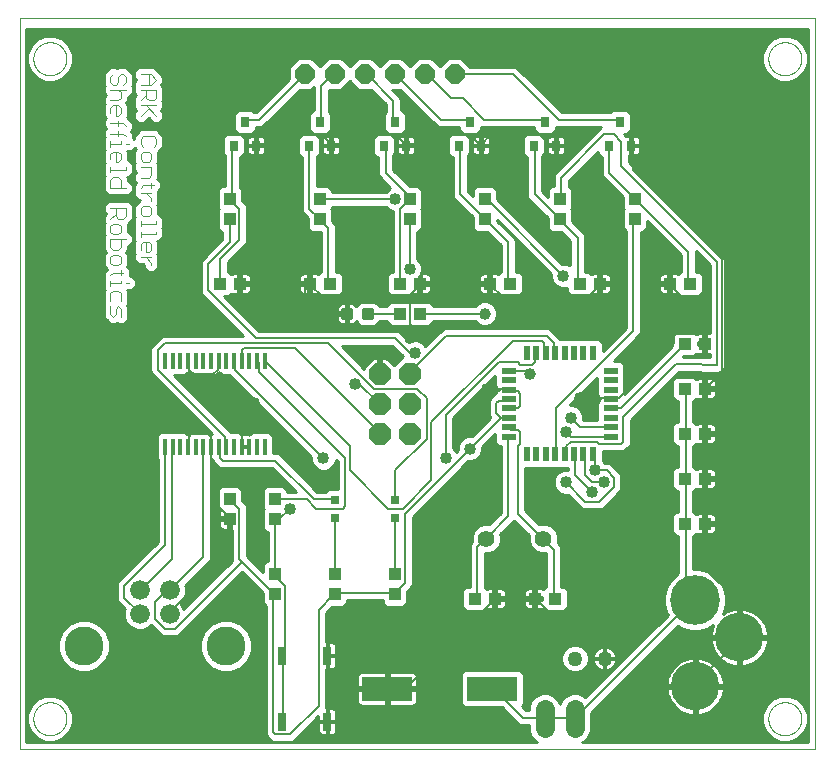
<source format=gtl>
G75*
%MOIN*%
%OFA0B0*%
%FSLAX25Y25*%
%IPPOS*%
%LPD*%
%AMOC8*
5,1,8,0,0,1.08239X$1,22.5*
%
%ADD10C,0.00000*%
%ADD11C,0.00400*%
%ADD12R,0.04331X0.03937*%
%ADD13R,0.03937X0.04331*%
%ADD14C,0.04959*%
%ADD15OC8,0.07400*%
%ADD16C,0.16598*%
%ADD17C,0.16200*%
%ADD18C,0.06400*%
%ADD19OC8,0.06337*%
%ADD20R,0.03150X0.03150*%
%ADD21R,0.03000X0.06000*%
%ADD22R,0.03150X0.03543*%
%ADD23R,0.05000X0.02200*%
%ADD24R,0.02200X0.05000*%
%ADD25R,0.01370X0.05500*%
%ADD26C,0.06600*%
%ADD27C,0.13000*%
%ADD28C,0.05600*%
%ADD29R,0.16929X0.08268*%
%ADD30C,0.01181*%
%ADD31C,0.00800*%
%ADD32C,0.04000*%
%ADD33C,0.01000*%
%ADD34C,0.03969*%
D10*
X0001500Y0010000D02*
X0001500Y0253701D01*
X0266421Y0253701D01*
X0266421Y0010000D01*
X0001500Y0010000D01*
X0005988Y0020000D02*
X0005990Y0020148D01*
X0005996Y0020296D01*
X0006006Y0020444D01*
X0006020Y0020591D01*
X0006038Y0020738D01*
X0006059Y0020884D01*
X0006085Y0021030D01*
X0006115Y0021175D01*
X0006148Y0021319D01*
X0006186Y0021462D01*
X0006227Y0021604D01*
X0006272Y0021745D01*
X0006320Y0021885D01*
X0006373Y0022024D01*
X0006429Y0022161D01*
X0006489Y0022296D01*
X0006552Y0022430D01*
X0006619Y0022562D01*
X0006690Y0022692D01*
X0006764Y0022820D01*
X0006841Y0022946D01*
X0006922Y0023070D01*
X0007006Y0023192D01*
X0007093Y0023311D01*
X0007184Y0023428D01*
X0007278Y0023543D01*
X0007374Y0023655D01*
X0007474Y0023765D01*
X0007576Y0023871D01*
X0007682Y0023975D01*
X0007790Y0024076D01*
X0007901Y0024174D01*
X0008014Y0024270D01*
X0008130Y0024362D01*
X0008248Y0024451D01*
X0008369Y0024536D01*
X0008492Y0024619D01*
X0008617Y0024698D01*
X0008744Y0024774D01*
X0008873Y0024846D01*
X0009004Y0024915D01*
X0009137Y0024980D01*
X0009272Y0025041D01*
X0009408Y0025099D01*
X0009545Y0025154D01*
X0009684Y0025204D01*
X0009825Y0025251D01*
X0009966Y0025294D01*
X0010109Y0025334D01*
X0010253Y0025369D01*
X0010397Y0025401D01*
X0010543Y0025428D01*
X0010689Y0025452D01*
X0010836Y0025472D01*
X0010983Y0025488D01*
X0011130Y0025500D01*
X0011278Y0025508D01*
X0011426Y0025512D01*
X0011574Y0025512D01*
X0011722Y0025508D01*
X0011870Y0025500D01*
X0012017Y0025488D01*
X0012164Y0025472D01*
X0012311Y0025452D01*
X0012457Y0025428D01*
X0012603Y0025401D01*
X0012747Y0025369D01*
X0012891Y0025334D01*
X0013034Y0025294D01*
X0013175Y0025251D01*
X0013316Y0025204D01*
X0013455Y0025154D01*
X0013592Y0025099D01*
X0013728Y0025041D01*
X0013863Y0024980D01*
X0013996Y0024915D01*
X0014127Y0024846D01*
X0014256Y0024774D01*
X0014383Y0024698D01*
X0014508Y0024619D01*
X0014631Y0024536D01*
X0014752Y0024451D01*
X0014870Y0024362D01*
X0014986Y0024270D01*
X0015099Y0024174D01*
X0015210Y0024076D01*
X0015318Y0023975D01*
X0015424Y0023871D01*
X0015526Y0023765D01*
X0015626Y0023655D01*
X0015722Y0023543D01*
X0015816Y0023428D01*
X0015907Y0023311D01*
X0015994Y0023192D01*
X0016078Y0023070D01*
X0016159Y0022946D01*
X0016236Y0022820D01*
X0016310Y0022692D01*
X0016381Y0022562D01*
X0016448Y0022430D01*
X0016511Y0022296D01*
X0016571Y0022161D01*
X0016627Y0022024D01*
X0016680Y0021885D01*
X0016728Y0021745D01*
X0016773Y0021604D01*
X0016814Y0021462D01*
X0016852Y0021319D01*
X0016885Y0021175D01*
X0016915Y0021030D01*
X0016941Y0020884D01*
X0016962Y0020738D01*
X0016980Y0020591D01*
X0016994Y0020444D01*
X0017004Y0020296D01*
X0017010Y0020148D01*
X0017012Y0020000D01*
X0017010Y0019852D01*
X0017004Y0019704D01*
X0016994Y0019556D01*
X0016980Y0019409D01*
X0016962Y0019262D01*
X0016941Y0019116D01*
X0016915Y0018970D01*
X0016885Y0018825D01*
X0016852Y0018681D01*
X0016814Y0018538D01*
X0016773Y0018396D01*
X0016728Y0018255D01*
X0016680Y0018115D01*
X0016627Y0017976D01*
X0016571Y0017839D01*
X0016511Y0017704D01*
X0016448Y0017570D01*
X0016381Y0017438D01*
X0016310Y0017308D01*
X0016236Y0017180D01*
X0016159Y0017054D01*
X0016078Y0016930D01*
X0015994Y0016808D01*
X0015907Y0016689D01*
X0015816Y0016572D01*
X0015722Y0016457D01*
X0015626Y0016345D01*
X0015526Y0016235D01*
X0015424Y0016129D01*
X0015318Y0016025D01*
X0015210Y0015924D01*
X0015099Y0015826D01*
X0014986Y0015730D01*
X0014870Y0015638D01*
X0014752Y0015549D01*
X0014631Y0015464D01*
X0014508Y0015381D01*
X0014383Y0015302D01*
X0014256Y0015226D01*
X0014127Y0015154D01*
X0013996Y0015085D01*
X0013863Y0015020D01*
X0013728Y0014959D01*
X0013592Y0014901D01*
X0013455Y0014846D01*
X0013316Y0014796D01*
X0013175Y0014749D01*
X0013034Y0014706D01*
X0012891Y0014666D01*
X0012747Y0014631D01*
X0012603Y0014599D01*
X0012457Y0014572D01*
X0012311Y0014548D01*
X0012164Y0014528D01*
X0012017Y0014512D01*
X0011870Y0014500D01*
X0011722Y0014492D01*
X0011574Y0014488D01*
X0011426Y0014488D01*
X0011278Y0014492D01*
X0011130Y0014500D01*
X0010983Y0014512D01*
X0010836Y0014528D01*
X0010689Y0014548D01*
X0010543Y0014572D01*
X0010397Y0014599D01*
X0010253Y0014631D01*
X0010109Y0014666D01*
X0009966Y0014706D01*
X0009825Y0014749D01*
X0009684Y0014796D01*
X0009545Y0014846D01*
X0009408Y0014901D01*
X0009272Y0014959D01*
X0009137Y0015020D01*
X0009004Y0015085D01*
X0008873Y0015154D01*
X0008744Y0015226D01*
X0008617Y0015302D01*
X0008492Y0015381D01*
X0008369Y0015464D01*
X0008248Y0015549D01*
X0008130Y0015638D01*
X0008014Y0015730D01*
X0007901Y0015826D01*
X0007790Y0015924D01*
X0007682Y0016025D01*
X0007576Y0016129D01*
X0007474Y0016235D01*
X0007374Y0016345D01*
X0007278Y0016457D01*
X0007184Y0016572D01*
X0007093Y0016689D01*
X0007006Y0016808D01*
X0006922Y0016930D01*
X0006841Y0017054D01*
X0006764Y0017180D01*
X0006690Y0017308D01*
X0006619Y0017438D01*
X0006552Y0017570D01*
X0006489Y0017704D01*
X0006429Y0017839D01*
X0006373Y0017976D01*
X0006320Y0018115D01*
X0006272Y0018255D01*
X0006227Y0018396D01*
X0006186Y0018538D01*
X0006148Y0018681D01*
X0006115Y0018825D01*
X0006085Y0018970D01*
X0006059Y0019116D01*
X0006038Y0019262D01*
X0006020Y0019409D01*
X0006006Y0019556D01*
X0005996Y0019704D01*
X0005990Y0019852D01*
X0005988Y0020000D01*
X0005988Y0240000D02*
X0005990Y0240148D01*
X0005996Y0240296D01*
X0006006Y0240444D01*
X0006020Y0240591D01*
X0006038Y0240738D01*
X0006059Y0240884D01*
X0006085Y0241030D01*
X0006115Y0241175D01*
X0006148Y0241319D01*
X0006186Y0241462D01*
X0006227Y0241604D01*
X0006272Y0241745D01*
X0006320Y0241885D01*
X0006373Y0242024D01*
X0006429Y0242161D01*
X0006489Y0242296D01*
X0006552Y0242430D01*
X0006619Y0242562D01*
X0006690Y0242692D01*
X0006764Y0242820D01*
X0006841Y0242946D01*
X0006922Y0243070D01*
X0007006Y0243192D01*
X0007093Y0243311D01*
X0007184Y0243428D01*
X0007278Y0243543D01*
X0007374Y0243655D01*
X0007474Y0243765D01*
X0007576Y0243871D01*
X0007682Y0243975D01*
X0007790Y0244076D01*
X0007901Y0244174D01*
X0008014Y0244270D01*
X0008130Y0244362D01*
X0008248Y0244451D01*
X0008369Y0244536D01*
X0008492Y0244619D01*
X0008617Y0244698D01*
X0008744Y0244774D01*
X0008873Y0244846D01*
X0009004Y0244915D01*
X0009137Y0244980D01*
X0009272Y0245041D01*
X0009408Y0245099D01*
X0009545Y0245154D01*
X0009684Y0245204D01*
X0009825Y0245251D01*
X0009966Y0245294D01*
X0010109Y0245334D01*
X0010253Y0245369D01*
X0010397Y0245401D01*
X0010543Y0245428D01*
X0010689Y0245452D01*
X0010836Y0245472D01*
X0010983Y0245488D01*
X0011130Y0245500D01*
X0011278Y0245508D01*
X0011426Y0245512D01*
X0011574Y0245512D01*
X0011722Y0245508D01*
X0011870Y0245500D01*
X0012017Y0245488D01*
X0012164Y0245472D01*
X0012311Y0245452D01*
X0012457Y0245428D01*
X0012603Y0245401D01*
X0012747Y0245369D01*
X0012891Y0245334D01*
X0013034Y0245294D01*
X0013175Y0245251D01*
X0013316Y0245204D01*
X0013455Y0245154D01*
X0013592Y0245099D01*
X0013728Y0245041D01*
X0013863Y0244980D01*
X0013996Y0244915D01*
X0014127Y0244846D01*
X0014256Y0244774D01*
X0014383Y0244698D01*
X0014508Y0244619D01*
X0014631Y0244536D01*
X0014752Y0244451D01*
X0014870Y0244362D01*
X0014986Y0244270D01*
X0015099Y0244174D01*
X0015210Y0244076D01*
X0015318Y0243975D01*
X0015424Y0243871D01*
X0015526Y0243765D01*
X0015626Y0243655D01*
X0015722Y0243543D01*
X0015816Y0243428D01*
X0015907Y0243311D01*
X0015994Y0243192D01*
X0016078Y0243070D01*
X0016159Y0242946D01*
X0016236Y0242820D01*
X0016310Y0242692D01*
X0016381Y0242562D01*
X0016448Y0242430D01*
X0016511Y0242296D01*
X0016571Y0242161D01*
X0016627Y0242024D01*
X0016680Y0241885D01*
X0016728Y0241745D01*
X0016773Y0241604D01*
X0016814Y0241462D01*
X0016852Y0241319D01*
X0016885Y0241175D01*
X0016915Y0241030D01*
X0016941Y0240884D01*
X0016962Y0240738D01*
X0016980Y0240591D01*
X0016994Y0240444D01*
X0017004Y0240296D01*
X0017010Y0240148D01*
X0017012Y0240000D01*
X0017010Y0239852D01*
X0017004Y0239704D01*
X0016994Y0239556D01*
X0016980Y0239409D01*
X0016962Y0239262D01*
X0016941Y0239116D01*
X0016915Y0238970D01*
X0016885Y0238825D01*
X0016852Y0238681D01*
X0016814Y0238538D01*
X0016773Y0238396D01*
X0016728Y0238255D01*
X0016680Y0238115D01*
X0016627Y0237976D01*
X0016571Y0237839D01*
X0016511Y0237704D01*
X0016448Y0237570D01*
X0016381Y0237438D01*
X0016310Y0237308D01*
X0016236Y0237180D01*
X0016159Y0237054D01*
X0016078Y0236930D01*
X0015994Y0236808D01*
X0015907Y0236689D01*
X0015816Y0236572D01*
X0015722Y0236457D01*
X0015626Y0236345D01*
X0015526Y0236235D01*
X0015424Y0236129D01*
X0015318Y0236025D01*
X0015210Y0235924D01*
X0015099Y0235826D01*
X0014986Y0235730D01*
X0014870Y0235638D01*
X0014752Y0235549D01*
X0014631Y0235464D01*
X0014508Y0235381D01*
X0014383Y0235302D01*
X0014256Y0235226D01*
X0014127Y0235154D01*
X0013996Y0235085D01*
X0013863Y0235020D01*
X0013728Y0234959D01*
X0013592Y0234901D01*
X0013455Y0234846D01*
X0013316Y0234796D01*
X0013175Y0234749D01*
X0013034Y0234706D01*
X0012891Y0234666D01*
X0012747Y0234631D01*
X0012603Y0234599D01*
X0012457Y0234572D01*
X0012311Y0234548D01*
X0012164Y0234528D01*
X0012017Y0234512D01*
X0011870Y0234500D01*
X0011722Y0234492D01*
X0011574Y0234488D01*
X0011426Y0234488D01*
X0011278Y0234492D01*
X0011130Y0234500D01*
X0010983Y0234512D01*
X0010836Y0234528D01*
X0010689Y0234548D01*
X0010543Y0234572D01*
X0010397Y0234599D01*
X0010253Y0234631D01*
X0010109Y0234666D01*
X0009966Y0234706D01*
X0009825Y0234749D01*
X0009684Y0234796D01*
X0009545Y0234846D01*
X0009408Y0234901D01*
X0009272Y0234959D01*
X0009137Y0235020D01*
X0009004Y0235085D01*
X0008873Y0235154D01*
X0008744Y0235226D01*
X0008617Y0235302D01*
X0008492Y0235381D01*
X0008369Y0235464D01*
X0008248Y0235549D01*
X0008130Y0235638D01*
X0008014Y0235730D01*
X0007901Y0235826D01*
X0007790Y0235924D01*
X0007682Y0236025D01*
X0007576Y0236129D01*
X0007474Y0236235D01*
X0007374Y0236345D01*
X0007278Y0236457D01*
X0007184Y0236572D01*
X0007093Y0236689D01*
X0007006Y0236808D01*
X0006922Y0236930D01*
X0006841Y0237054D01*
X0006764Y0237180D01*
X0006690Y0237308D01*
X0006619Y0237438D01*
X0006552Y0237570D01*
X0006489Y0237704D01*
X0006429Y0237839D01*
X0006373Y0237976D01*
X0006320Y0238115D01*
X0006272Y0238255D01*
X0006227Y0238396D01*
X0006186Y0238538D01*
X0006148Y0238681D01*
X0006115Y0238825D01*
X0006085Y0238970D01*
X0006059Y0239116D01*
X0006038Y0239262D01*
X0006020Y0239409D01*
X0006006Y0239556D01*
X0005996Y0239704D01*
X0005990Y0239852D01*
X0005988Y0240000D01*
X0250988Y0240000D02*
X0250990Y0240148D01*
X0250996Y0240296D01*
X0251006Y0240444D01*
X0251020Y0240591D01*
X0251038Y0240738D01*
X0251059Y0240884D01*
X0251085Y0241030D01*
X0251115Y0241175D01*
X0251148Y0241319D01*
X0251186Y0241462D01*
X0251227Y0241604D01*
X0251272Y0241745D01*
X0251320Y0241885D01*
X0251373Y0242024D01*
X0251429Y0242161D01*
X0251489Y0242296D01*
X0251552Y0242430D01*
X0251619Y0242562D01*
X0251690Y0242692D01*
X0251764Y0242820D01*
X0251841Y0242946D01*
X0251922Y0243070D01*
X0252006Y0243192D01*
X0252093Y0243311D01*
X0252184Y0243428D01*
X0252278Y0243543D01*
X0252374Y0243655D01*
X0252474Y0243765D01*
X0252576Y0243871D01*
X0252682Y0243975D01*
X0252790Y0244076D01*
X0252901Y0244174D01*
X0253014Y0244270D01*
X0253130Y0244362D01*
X0253248Y0244451D01*
X0253369Y0244536D01*
X0253492Y0244619D01*
X0253617Y0244698D01*
X0253744Y0244774D01*
X0253873Y0244846D01*
X0254004Y0244915D01*
X0254137Y0244980D01*
X0254272Y0245041D01*
X0254408Y0245099D01*
X0254545Y0245154D01*
X0254684Y0245204D01*
X0254825Y0245251D01*
X0254966Y0245294D01*
X0255109Y0245334D01*
X0255253Y0245369D01*
X0255397Y0245401D01*
X0255543Y0245428D01*
X0255689Y0245452D01*
X0255836Y0245472D01*
X0255983Y0245488D01*
X0256130Y0245500D01*
X0256278Y0245508D01*
X0256426Y0245512D01*
X0256574Y0245512D01*
X0256722Y0245508D01*
X0256870Y0245500D01*
X0257017Y0245488D01*
X0257164Y0245472D01*
X0257311Y0245452D01*
X0257457Y0245428D01*
X0257603Y0245401D01*
X0257747Y0245369D01*
X0257891Y0245334D01*
X0258034Y0245294D01*
X0258175Y0245251D01*
X0258316Y0245204D01*
X0258455Y0245154D01*
X0258592Y0245099D01*
X0258728Y0245041D01*
X0258863Y0244980D01*
X0258996Y0244915D01*
X0259127Y0244846D01*
X0259256Y0244774D01*
X0259383Y0244698D01*
X0259508Y0244619D01*
X0259631Y0244536D01*
X0259752Y0244451D01*
X0259870Y0244362D01*
X0259986Y0244270D01*
X0260099Y0244174D01*
X0260210Y0244076D01*
X0260318Y0243975D01*
X0260424Y0243871D01*
X0260526Y0243765D01*
X0260626Y0243655D01*
X0260722Y0243543D01*
X0260816Y0243428D01*
X0260907Y0243311D01*
X0260994Y0243192D01*
X0261078Y0243070D01*
X0261159Y0242946D01*
X0261236Y0242820D01*
X0261310Y0242692D01*
X0261381Y0242562D01*
X0261448Y0242430D01*
X0261511Y0242296D01*
X0261571Y0242161D01*
X0261627Y0242024D01*
X0261680Y0241885D01*
X0261728Y0241745D01*
X0261773Y0241604D01*
X0261814Y0241462D01*
X0261852Y0241319D01*
X0261885Y0241175D01*
X0261915Y0241030D01*
X0261941Y0240884D01*
X0261962Y0240738D01*
X0261980Y0240591D01*
X0261994Y0240444D01*
X0262004Y0240296D01*
X0262010Y0240148D01*
X0262012Y0240000D01*
X0262010Y0239852D01*
X0262004Y0239704D01*
X0261994Y0239556D01*
X0261980Y0239409D01*
X0261962Y0239262D01*
X0261941Y0239116D01*
X0261915Y0238970D01*
X0261885Y0238825D01*
X0261852Y0238681D01*
X0261814Y0238538D01*
X0261773Y0238396D01*
X0261728Y0238255D01*
X0261680Y0238115D01*
X0261627Y0237976D01*
X0261571Y0237839D01*
X0261511Y0237704D01*
X0261448Y0237570D01*
X0261381Y0237438D01*
X0261310Y0237308D01*
X0261236Y0237180D01*
X0261159Y0237054D01*
X0261078Y0236930D01*
X0260994Y0236808D01*
X0260907Y0236689D01*
X0260816Y0236572D01*
X0260722Y0236457D01*
X0260626Y0236345D01*
X0260526Y0236235D01*
X0260424Y0236129D01*
X0260318Y0236025D01*
X0260210Y0235924D01*
X0260099Y0235826D01*
X0259986Y0235730D01*
X0259870Y0235638D01*
X0259752Y0235549D01*
X0259631Y0235464D01*
X0259508Y0235381D01*
X0259383Y0235302D01*
X0259256Y0235226D01*
X0259127Y0235154D01*
X0258996Y0235085D01*
X0258863Y0235020D01*
X0258728Y0234959D01*
X0258592Y0234901D01*
X0258455Y0234846D01*
X0258316Y0234796D01*
X0258175Y0234749D01*
X0258034Y0234706D01*
X0257891Y0234666D01*
X0257747Y0234631D01*
X0257603Y0234599D01*
X0257457Y0234572D01*
X0257311Y0234548D01*
X0257164Y0234528D01*
X0257017Y0234512D01*
X0256870Y0234500D01*
X0256722Y0234492D01*
X0256574Y0234488D01*
X0256426Y0234488D01*
X0256278Y0234492D01*
X0256130Y0234500D01*
X0255983Y0234512D01*
X0255836Y0234528D01*
X0255689Y0234548D01*
X0255543Y0234572D01*
X0255397Y0234599D01*
X0255253Y0234631D01*
X0255109Y0234666D01*
X0254966Y0234706D01*
X0254825Y0234749D01*
X0254684Y0234796D01*
X0254545Y0234846D01*
X0254408Y0234901D01*
X0254272Y0234959D01*
X0254137Y0235020D01*
X0254004Y0235085D01*
X0253873Y0235154D01*
X0253744Y0235226D01*
X0253617Y0235302D01*
X0253492Y0235381D01*
X0253369Y0235464D01*
X0253248Y0235549D01*
X0253130Y0235638D01*
X0253014Y0235730D01*
X0252901Y0235826D01*
X0252790Y0235924D01*
X0252682Y0236025D01*
X0252576Y0236129D01*
X0252474Y0236235D01*
X0252374Y0236345D01*
X0252278Y0236457D01*
X0252184Y0236572D01*
X0252093Y0236689D01*
X0252006Y0236808D01*
X0251922Y0236930D01*
X0251841Y0237054D01*
X0251764Y0237180D01*
X0251690Y0237308D01*
X0251619Y0237438D01*
X0251552Y0237570D01*
X0251489Y0237704D01*
X0251429Y0237839D01*
X0251373Y0237976D01*
X0251320Y0238115D01*
X0251272Y0238255D01*
X0251227Y0238396D01*
X0251186Y0238538D01*
X0251148Y0238681D01*
X0251115Y0238825D01*
X0251085Y0238970D01*
X0251059Y0239116D01*
X0251038Y0239262D01*
X0251020Y0239409D01*
X0251006Y0239556D01*
X0250996Y0239704D01*
X0250990Y0239852D01*
X0250988Y0240000D01*
X0250988Y0020000D02*
X0250990Y0020148D01*
X0250996Y0020296D01*
X0251006Y0020444D01*
X0251020Y0020591D01*
X0251038Y0020738D01*
X0251059Y0020884D01*
X0251085Y0021030D01*
X0251115Y0021175D01*
X0251148Y0021319D01*
X0251186Y0021462D01*
X0251227Y0021604D01*
X0251272Y0021745D01*
X0251320Y0021885D01*
X0251373Y0022024D01*
X0251429Y0022161D01*
X0251489Y0022296D01*
X0251552Y0022430D01*
X0251619Y0022562D01*
X0251690Y0022692D01*
X0251764Y0022820D01*
X0251841Y0022946D01*
X0251922Y0023070D01*
X0252006Y0023192D01*
X0252093Y0023311D01*
X0252184Y0023428D01*
X0252278Y0023543D01*
X0252374Y0023655D01*
X0252474Y0023765D01*
X0252576Y0023871D01*
X0252682Y0023975D01*
X0252790Y0024076D01*
X0252901Y0024174D01*
X0253014Y0024270D01*
X0253130Y0024362D01*
X0253248Y0024451D01*
X0253369Y0024536D01*
X0253492Y0024619D01*
X0253617Y0024698D01*
X0253744Y0024774D01*
X0253873Y0024846D01*
X0254004Y0024915D01*
X0254137Y0024980D01*
X0254272Y0025041D01*
X0254408Y0025099D01*
X0254545Y0025154D01*
X0254684Y0025204D01*
X0254825Y0025251D01*
X0254966Y0025294D01*
X0255109Y0025334D01*
X0255253Y0025369D01*
X0255397Y0025401D01*
X0255543Y0025428D01*
X0255689Y0025452D01*
X0255836Y0025472D01*
X0255983Y0025488D01*
X0256130Y0025500D01*
X0256278Y0025508D01*
X0256426Y0025512D01*
X0256574Y0025512D01*
X0256722Y0025508D01*
X0256870Y0025500D01*
X0257017Y0025488D01*
X0257164Y0025472D01*
X0257311Y0025452D01*
X0257457Y0025428D01*
X0257603Y0025401D01*
X0257747Y0025369D01*
X0257891Y0025334D01*
X0258034Y0025294D01*
X0258175Y0025251D01*
X0258316Y0025204D01*
X0258455Y0025154D01*
X0258592Y0025099D01*
X0258728Y0025041D01*
X0258863Y0024980D01*
X0258996Y0024915D01*
X0259127Y0024846D01*
X0259256Y0024774D01*
X0259383Y0024698D01*
X0259508Y0024619D01*
X0259631Y0024536D01*
X0259752Y0024451D01*
X0259870Y0024362D01*
X0259986Y0024270D01*
X0260099Y0024174D01*
X0260210Y0024076D01*
X0260318Y0023975D01*
X0260424Y0023871D01*
X0260526Y0023765D01*
X0260626Y0023655D01*
X0260722Y0023543D01*
X0260816Y0023428D01*
X0260907Y0023311D01*
X0260994Y0023192D01*
X0261078Y0023070D01*
X0261159Y0022946D01*
X0261236Y0022820D01*
X0261310Y0022692D01*
X0261381Y0022562D01*
X0261448Y0022430D01*
X0261511Y0022296D01*
X0261571Y0022161D01*
X0261627Y0022024D01*
X0261680Y0021885D01*
X0261728Y0021745D01*
X0261773Y0021604D01*
X0261814Y0021462D01*
X0261852Y0021319D01*
X0261885Y0021175D01*
X0261915Y0021030D01*
X0261941Y0020884D01*
X0261962Y0020738D01*
X0261980Y0020591D01*
X0261994Y0020444D01*
X0262004Y0020296D01*
X0262010Y0020148D01*
X0262012Y0020000D01*
X0262010Y0019852D01*
X0262004Y0019704D01*
X0261994Y0019556D01*
X0261980Y0019409D01*
X0261962Y0019262D01*
X0261941Y0019116D01*
X0261915Y0018970D01*
X0261885Y0018825D01*
X0261852Y0018681D01*
X0261814Y0018538D01*
X0261773Y0018396D01*
X0261728Y0018255D01*
X0261680Y0018115D01*
X0261627Y0017976D01*
X0261571Y0017839D01*
X0261511Y0017704D01*
X0261448Y0017570D01*
X0261381Y0017438D01*
X0261310Y0017308D01*
X0261236Y0017180D01*
X0261159Y0017054D01*
X0261078Y0016930D01*
X0260994Y0016808D01*
X0260907Y0016689D01*
X0260816Y0016572D01*
X0260722Y0016457D01*
X0260626Y0016345D01*
X0260526Y0016235D01*
X0260424Y0016129D01*
X0260318Y0016025D01*
X0260210Y0015924D01*
X0260099Y0015826D01*
X0259986Y0015730D01*
X0259870Y0015638D01*
X0259752Y0015549D01*
X0259631Y0015464D01*
X0259508Y0015381D01*
X0259383Y0015302D01*
X0259256Y0015226D01*
X0259127Y0015154D01*
X0258996Y0015085D01*
X0258863Y0015020D01*
X0258728Y0014959D01*
X0258592Y0014901D01*
X0258455Y0014846D01*
X0258316Y0014796D01*
X0258175Y0014749D01*
X0258034Y0014706D01*
X0257891Y0014666D01*
X0257747Y0014631D01*
X0257603Y0014599D01*
X0257457Y0014572D01*
X0257311Y0014548D01*
X0257164Y0014528D01*
X0257017Y0014512D01*
X0256870Y0014500D01*
X0256722Y0014492D01*
X0256574Y0014488D01*
X0256426Y0014488D01*
X0256278Y0014492D01*
X0256130Y0014500D01*
X0255983Y0014512D01*
X0255836Y0014528D01*
X0255689Y0014548D01*
X0255543Y0014572D01*
X0255397Y0014599D01*
X0255253Y0014631D01*
X0255109Y0014666D01*
X0254966Y0014706D01*
X0254825Y0014749D01*
X0254684Y0014796D01*
X0254545Y0014846D01*
X0254408Y0014901D01*
X0254272Y0014959D01*
X0254137Y0015020D01*
X0254004Y0015085D01*
X0253873Y0015154D01*
X0253744Y0015226D01*
X0253617Y0015302D01*
X0253492Y0015381D01*
X0253369Y0015464D01*
X0253248Y0015549D01*
X0253130Y0015638D01*
X0253014Y0015730D01*
X0252901Y0015826D01*
X0252790Y0015924D01*
X0252682Y0016025D01*
X0252576Y0016129D01*
X0252474Y0016235D01*
X0252374Y0016345D01*
X0252278Y0016457D01*
X0252184Y0016572D01*
X0252093Y0016689D01*
X0252006Y0016808D01*
X0251922Y0016930D01*
X0251841Y0017054D01*
X0251764Y0017180D01*
X0251690Y0017308D01*
X0251619Y0017438D01*
X0251552Y0017570D01*
X0251489Y0017704D01*
X0251429Y0017839D01*
X0251373Y0017976D01*
X0251320Y0018115D01*
X0251272Y0018255D01*
X0251227Y0018396D01*
X0251186Y0018538D01*
X0251148Y0018681D01*
X0251115Y0018825D01*
X0251085Y0018970D01*
X0251059Y0019116D01*
X0251038Y0019262D01*
X0251020Y0019409D01*
X0251006Y0019556D01*
X0250996Y0019704D01*
X0250990Y0019852D01*
X0250988Y0020000D01*
D11*
X0046984Y0181509D02*
X0041780Y0181509D01*
X0041780Y0180642D02*
X0041780Y0182377D01*
X0041780Y0184079D02*
X0041780Y0185814D01*
X0041780Y0184947D02*
X0046984Y0184947D01*
X0046984Y0185814D01*
X0045250Y0188368D02*
X0045250Y0190103D01*
X0044382Y0190971D01*
X0042647Y0190971D01*
X0041780Y0190103D01*
X0041780Y0188368D01*
X0042647Y0187501D01*
X0044382Y0187501D01*
X0045250Y0188368D01*
X0045250Y0192665D02*
X0045250Y0193533D01*
X0043515Y0195268D01*
X0041780Y0195268D02*
X0045250Y0195268D01*
X0045250Y0196970D02*
X0045250Y0198705D01*
X0046117Y0197838D02*
X0042647Y0197838D01*
X0041780Y0196970D01*
X0041780Y0200392D02*
X0044382Y0200392D01*
X0045250Y0201259D01*
X0045250Y0203862D01*
X0041780Y0203862D01*
X0042647Y0205548D02*
X0044382Y0205548D01*
X0045250Y0206416D01*
X0045250Y0208151D01*
X0044382Y0209018D01*
X0042647Y0209018D01*
X0041780Y0208151D01*
X0041780Y0206416D01*
X0042647Y0205548D01*
X0042647Y0210705D02*
X0041780Y0211572D01*
X0041780Y0213307D01*
X0042647Y0214174D01*
X0046117Y0214174D01*
X0046984Y0213307D01*
X0046984Y0211572D01*
X0046117Y0210705D01*
X0037772Y0211588D02*
X0036904Y0211588D01*
X0035170Y0211588D02*
X0031700Y0211588D01*
X0031700Y0210721D02*
X0031700Y0212456D01*
X0031700Y0215026D02*
X0036037Y0215026D01*
X0036904Y0214158D01*
X0035170Y0212456D02*
X0035170Y0211588D01*
X0034302Y0209018D02*
X0035170Y0208151D01*
X0035170Y0206416D01*
X0034302Y0205548D01*
X0033435Y0205548D01*
X0033435Y0209018D01*
X0034302Y0209018D02*
X0032567Y0209018D01*
X0031700Y0208151D01*
X0031700Y0206416D01*
X0031700Y0203862D02*
X0031700Y0202127D01*
X0031700Y0202994D02*
X0036904Y0202994D01*
X0036904Y0203862D01*
X0034302Y0200424D02*
X0035170Y0199557D01*
X0035170Y0196954D01*
X0036904Y0196954D02*
X0031700Y0196954D01*
X0031700Y0199557D01*
X0032567Y0200424D01*
X0034302Y0200424D01*
X0033435Y0190111D02*
X0033435Y0187509D01*
X0034302Y0186642D01*
X0036037Y0186642D01*
X0036904Y0187509D01*
X0036904Y0190111D01*
X0031700Y0190111D01*
X0033435Y0188376D02*
X0031700Y0186642D01*
X0032567Y0184955D02*
X0031700Y0184087D01*
X0031700Y0182353D01*
X0032567Y0181485D01*
X0034302Y0181485D01*
X0035170Y0182353D01*
X0035170Y0184087D01*
X0034302Y0184955D01*
X0032567Y0184955D01*
X0031700Y0179798D02*
X0031700Y0177196D01*
X0032567Y0176329D01*
X0034302Y0176329D01*
X0035170Y0177196D01*
X0035170Y0179798D01*
X0036904Y0179798D02*
X0031700Y0179798D01*
X0032567Y0174642D02*
X0031700Y0173775D01*
X0031700Y0172040D01*
X0032567Y0171172D01*
X0034302Y0171172D01*
X0035170Y0172040D01*
X0035170Y0173775D01*
X0034302Y0174642D01*
X0032567Y0174642D01*
X0035170Y0169486D02*
X0035170Y0167751D01*
X0036037Y0168618D02*
X0032567Y0168618D01*
X0031700Y0167751D01*
X0031700Y0166048D02*
X0031700Y0164313D01*
X0031700Y0165181D02*
X0035170Y0165181D01*
X0035170Y0166048D01*
X0036904Y0165181D02*
X0037772Y0165181D01*
X0035170Y0161743D02*
X0034302Y0162610D01*
X0032567Y0162610D01*
X0031700Y0161743D01*
X0031700Y0159141D01*
X0031700Y0157454D02*
X0031700Y0154852D01*
X0032567Y0153984D01*
X0033435Y0154852D01*
X0033435Y0156587D01*
X0034302Y0157454D01*
X0035170Y0156587D01*
X0035170Y0153984D01*
X0035170Y0159141D02*
X0035170Y0161743D01*
X0045250Y0171180D02*
X0045250Y0172048D01*
X0043515Y0173783D01*
X0043515Y0175469D02*
X0043515Y0178939D01*
X0044382Y0178939D02*
X0045250Y0178072D01*
X0045250Y0176337D01*
X0044382Y0175469D01*
X0043515Y0175469D01*
X0041780Y0176337D02*
X0041780Y0178072D01*
X0042647Y0178939D01*
X0044382Y0178939D01*
X0046984Y0181509D02*
X0046984Y0182377D01*
X0045250Y0173783D02*
X0041780Y0173783D01*
X0034302Y0214158D02*
X0034302Y0215893D01*
X0034302Y0217596D02*
X0034302Y0219331D01*
X0034302Y0221018D02*
X0033435Y0221018D01*
X0033435Y0224487D01*
X0034302Y0224487D02*
X0035170Y0223620D01*
X0035170Y0221885D01*
X0034302Y0221018D01*
X0031700Y0221885D02*
X0031700Y0223620D01*
X0032567Y0224487D01*
X0034302Y0224487D01*
X0034302Y0226174D02*
X0031700Y0226174D01*
X0034302Y0226174D02*
X0035170Y0227041D01*
X0035170Y0228776D01*
X0034302Y0229644D01*
X0033435Y0231330D02*
X0032567Y0231330D01*
X0031700Y0232198D01*
X0031700Y0233933D01*
X0032567Y0234800D01*
X0034302Y0233933D02*
X0034302Y0232198D01*
X0033435Y0231330D01*
X0031700Y0229644D02*
X0036904Y0229644D01*
X0036037Y0231330D02*
X0036904Y0232198D01*
X0036904Y0233933D01*
X0036037Y0234800D01*
X0035170Y0234800D01*
X0034302Y0233933D01*
X0041780Y0234800D02*
X0045250Y0234800D01*
X0046984Y0233065D01*
X0045250Y0231330D01*
X0041780Y0231330D01*
X0041780Y0229644D02*
X0046984Y0229644D01*
X0046984Y0227041D01*
X0046117Y0226174D01*
X0044382Y0226174D01*
X0043515Y0227041D01*
X0043515Y0229644D01*
X0043515Y0227909D02*
X0041780Y0226174D01*
X0041780Y0224487D02*
X0046984Y0224487D01*
X0044382Y0223620D02*
X0041780Y0221018D01*
X0043515Y0224487D02*
X0046984Y0221018D01*
X0044382Y0231330D02*
X0044382Y0234800D01*
X0036037Y0218463D02*
X0031700Y0218463D01*
X0036037Y0218463D02*
X0036904Y0217596D01*
D12*
X0068154Y0165000D03*
X0074846Y0165000D03*
X0098154Y0165000D03*
X0104846Y0165000D03*
X0128154Y0165000D03*
X0134846Y0165000D03*
X0134846Y0155000D03*
X0128154Y0155000D03*
X0158154Y0165000D03*
X0164846Y0165000D03*
X0188154Y0165000D03*
X0194846Y0165000D03*
X0218154Y0165000D03*
X0224846Y0165000D03*
X0223154Y0145000D03*
X0229846Y0145000D03*
X0229846Y0130000D03*
X0223154Y0130000D03*
X0223154Y0115000D03*
X0229846Y0115000D03*
X0229846Y0100000D03*
X0223154Y0100000D03*
X0223154Y0085000D03*
X0229846Y0085000D03*
X0179846Y0060000D03*
X0173154Y0060000D03*
X0159846Y0060000D03*
X0153154Y0060000D03*
D13*
X0126500Y0061654D03*
X0126500Y0068346D03*
X0106500Y0068346D03*
X0106500Y0061654D03*
X0086500Y0061654D03*
X0086500Y0068346D03*
X0086500Y0086654D03*
X0086500Y0093346D03*
X0071500Y0093346D03*
X0071500Y0086654D03*
X0071500Y0186654D03*
X0071500Y0193346D03*
X0101500Y0193346D03*
X0101500Y0186654D03*
X0131500Y0186654D03*
X0131500Y0193346D03*
X0156500Y0193346D03*
X0156500Y0186654D03*
X0181500Y0186654D03*
X0181500Y0193346D03*
X0206500Y0193346D03*
X0206500Y0186654D03*
D14*
X0196421Y0040000D03*
X0186579Y0040000D03*
D15*
X0131500Y0115000D03*
X0131500Y0125000D03*
X0131500Y0135000D03*
X0121500Y0135000D03*
X0121500Y0125000D03*
X0121500Y0115000D03*
D16*
X0226500Y0059637D03*
D17*
X0241309Y0047126D03*
X0226600Y0030815D03*
D18*
X0186500Y0023200D02*
X0186500Y0016800D01*
X0176500Y0016800D02*
X0176500Y0023200D01*
D19*
X0146500Y0235000D03*
X0136500Y0235000D03*
X0126500Y0235000D03*
X0116500Y0235000D03*
X0106500Y0235000D03*
X0096500Y0235000D03*
D20*
X0106500Y0092953D03*
X0106500Y0087047D03*
X0126500Y0087047D03*
X0126500Y0092953D03*
D21*
X0104000Y0041000D03*
X0089000Y0041000D03*
X0089000Y0019000D03*
X0104000Y0019000D03*
D22*
X0105240Y0211063D03*
X0097760Y0211063D03*
X0101500Y0218937D03*
X0080240Y0211063D03*
X0072760Y0211063D03*
X0076500Y0218937D03*
X0122760Y0211063D03*
X0130240Y0211063D03*
X0126500Y0218937D03*
X0147760Y0211063D03*
X0155240Y0211063D03*
X0151500Y0218937D03*
X0172760Y0211063D03*
X0180240Y0211063D03*
X0176500Y0218937D03*
X0197760Y0211063D03*
X0205240Y0211063D03*
X0201500Y0218937D03*
D23*
X0198400Y0136024D03*
X0198400Y0132874D03*
X0198400Y0129724D03*
X0198400Y0126575D03*
X0198400Y0123425D03*
X0198400Y0120276D03*
X0198400Y0117126D03*
X0198400Y0113976D03*
X0164600Y0113976D03*
X0164600Y0117126D03*
X0164600Y0120276D03*
X0164600Y0123425D03*
X0164600Y0126575D03*
X0164600Y0129724D03*
X0164600Y0132874D03*
X0164600Y0136024D03*
D24*
X0170476Y0141900D03*
X0173626Y0141900D03*
X0176776Y0141900D03*
X0179925Y0141900D03*
X0183075Y0141900D03*
X0186224Y0141900D03*
X0189374Y0141900D03*
X0192524Y0141900D03*
X0192524Y0108100D03*
X0189374Y0108100D03*
X0186224Y0108100D03*
X0183075Y0108100D03*
X0179925Y0108100D03*
X0176776Y0108100D03*
X0173626Y0108100D03*
X0170476Y0108100D03*
D25*
X0083134Y0110606D03*
X0080575Y0110606D03*
X0078016Y0110606D03*
X0075457Y0110606D03*
X0072898Y0110606D03*
X0070339Y0110606D03*
X0067780Y0110606D03*
X0065220Y0110606D03*
X0062661Y0110606D03*
X0060102Y0110606D03*
X0057543Y0110606D03*
X0054984Y0110606D03*
X0052425Y0110606D03*
X0049866Y0110606D03*
X0049866Y0139394D03*
X0052425Y0139394D03*
X0054984Y0139394D03*
X0057543Y0139394D03*
X0060102Y0139394D03*
X0062661Y0139394D03*
X0065220Y0139394D03*
X0067780Y0139394D03*
X0070339Y0139394D03*
X0072898Y0139394D03*
X0075457Y0139394D03*
X0078016Y0139394D03*
X0080575Y0139394D03*
X0083134Y0139394D03*
D26*
X0051421Y0062800D03*
X0051421Y0055000D03*
X0041579Y0055000D03*
X0041579Y0062800D03*
D27*
X0022800Y0044300D03*
X0070200Y0044300D03*
D28*
X0157000Y0080000D03*
X0176000Y0080000D03*
D29*
X0159020Y0030000D03*
X0123980Y0030000D03*
D30*
X0118831Y0153622D02*
X0118831Y0156378D01*
X0118831Y0153622D02*
X0116075Y0153622D01*
X0116075Y0156378D01*
X0118831Y0156378D01*
X0118831Y0154802D02*
X0116075Y0154802D01*
X0116075Y0155982D02*
X0118831Y0155982D01*
X0111925Y0156378D02*
X0111925Y0153622D01*
X0109169Y0153622D01*
X0109169Y0156378D01*
X0111925Y0156378D01*
X0111925Y0154802D02*
X0109169Y0154802D01*
X0109169Y0155982D02*
X0111925Y0155982D01*
D31*
X0110547Y0155000D02*
X0096500Y0155000D01*
X0096500Y0165000D01*
X0098154Y0165000D01*
X0098700Y0164400D01*
X0101900Y0161200D01*
X0131500Y0161200D01*
X0131500Y0146800D01*
X0131500Y0142000D02*
X0133100Y0142000D01*
X0131500Y0142000D02*
X0126700Y0146800D01*
X0080300Y0146800D01*
X0064300Y0162800D01*
X0064300Y0171600D01*
X0071500Y0178800D01*
X0071500Y0186654D01*
X0074700Y0190000D02*
X0071500Y0193200D01*
X0071500Y0193346D01*
X0071500Y0194000D01*
X0072300Y0194800D01*
X0072300Y0210800D01*
X0072760Y0211063D01*
X0080240Y0211063D02*
X0080300Y0210800D01*
X0080300Y0165200D01*
X0075500Y0165200D01*
X0074846Y0165000D01*
X0080300Y0165200D02*
X0097900Y0165200D01*
X0098154Y0165000D01*
X0104300Y0165200D02*
X0104846Y0165000D01*
X0104300Y0165200D02*
X0104300Y0183600D01*
X0101900Y0186000D01*
X0101500Y0186654D01*
X0101100Y0186800D01*
X0097900Y0190000D01*
X0097900Y0210800D01*
X0097760Y0211063D01*
X0096300Y0214800D02*
X0101900Y0214800D01*
X0105100Y0211600D01*
X0105240Y0211063D01*
X0105900Y0211600D01*
X0117900Y0211600D01*
X0121100Y0214800D01*
X0126700Y0214800D01*
X0129900Y0211600D01*
X0130240Y0211063D01*
X0130700Y0211600D01*
X0142700Y0211600D01*
X0145900Y0214800D01*
X0151500Y0214800D01*
X0154700Y0211600D01*
X0155240Y0211063D01*
X0155500Y0211600D01*
X0158700Y0214800D01*
X0174700Y0214800D01*
X0177900Y0211600D01*
X0179500Y0211600D01*
X0180240Y0211063D01*
X0173100Y0210800D02*
X0172760Y0211063D01*
X0173100Y0210800D02*
X0173100Y0194800D01*
X0181100Y0186800D01*
X0181500Y0186654D01*
X0181900Y0186000D01*
X0187500Y0180400D01*
X0187500Y0165200D01*
X0188154Y0165000D01*
X0191500Y0161200D02*
X0161900Y0161200D01*
X0158700Y0164400D01*
X0158154Y0165000D01*
X0157900Y0165200D01*
X0135500Y0165200D01*
X0134846Y0165000D01*
X0134700Y0164400D01*
X0131500Y0161200D01*
X0128154Y0165000D02*
X0128300Y0165200D01*
X0128300Y0190000D01*
X0131500Y0193200D01*
X0131500Y0193346D01*
X0131500Y0194000D01*
X0123500Y0202000D01*
X0123500Y0210800D01*
X0122760Y0211063D01*
X0126500Y0218937D02*
X0125900Y0219600D01*
X0125900Y0226000D01*
X0117100Y0234800D01*
X0116500Y0235000D01*
X0106500Y0235000D02*
X0105900Y0234800D01*
X0101900Y0230800D01*
X0101900Y0219600D01*
X0101500Y0218937D01*
X0096300Y0214800D02*
X0093100Y0211600D01*
X0080300Y0211600D01*
X0080240Y0211063D01*
X0076500Y0218937D02*
X0077100Y0219600D01*
X0081100Y0219600D01*
X0096500Y0235000D01*
X0126500Y0235000D02*
X0141900Y0219600D01*
X0151500Y0219600D01*
X0151500Y0218937D01*
X0156300Y0219600D02*
X0149100Y0226800D01*
X0145100Y0226800D01*
X0137100Y0234800D01*
X0136500Y0235000D01*
X0146500Y0235000D02*
X0146700Y0234800D01*
X0165900Y0234800D01*
X0181100Y0219600D01*
X0201100Y0219600D01*
X0201500Y0218937D01*
X0199500Y0214800D02*
X0201900Y0212400D01*
X0201900Y0204400D01*
X0233900Y0172400D01*
X0233900Y0137800D01*
X0224300Y0138200D01*
X0220300Y0138200D01*
X0202700Y0120600D01*
X0202700Y0112400D01*
X0201900Y0111600D01*
X0194700Y0111600D01*
X0193900Y0112400D01*
X0185100Y0112400D01*
X0183500Y0110800D01*
X0183500Y0108400D01*
X0183075Y0108100D01*
X0180300Y0108400D02*
X0179925Y0108100D01*
X0180300Y0108400D02*
X0180300Y0123600D01*
X0205900Y0149200D01*
X0205900Y0186000D01*
X0206500Y0186654D01*
X0206700Y0193200D02*
X0206500Y0193346D01*
X0205900Y0194000D01*
X0197900Y0202000D01*
X0197900Y0210800D01*
X0197760Y0211063D01*
X0196300Y0214800D02*
X0199500Y0214800D01*
X0196300Y0214800D02*
X0181900Y0200400D01*
X0181900Y0194000D01*
X0181500Y0193346D01*
X0164300Y0178800D02*
X0157100Y0186000D01*
X0156500Y0186654D01*
X0156300Y0186800D01*
X0148300Y0194800D01*
X0148300Y0210800D01*
X0147760Y0211063D01*
X0156300Y0219600D02*
X0176300Y0219600D01*
X0176500Y0218937D01*
X0157100Y0193200D02*
X0156500Y0193346D01*
X0157100Y0193200D02*
X0182700Y0167600D01*
X0191500Y0161200D02*
X0194700Y0164400D01*
X0194846Y0165000D01*
X0177100Y0147600D02*
X0143500Y0147600D01*
X0131500Y0135600D01*
X0131500Y0135000D01*
X0133900Y0130000D02*
X0119500Y0130000D01*
X0104300Y0145200D01*
X0049900Y0145200D01*
X0047500Y0142800D01*
X0047500Y0136400D01*
X0069900Y0114000D01*
X0069900Y0110800D01*
X0070339Y0110606D01*
X0068300Y0110000D02*
X0067780Y0110606D01*
X0068300Y0110000D02*
X0068300Y0106800D01*
X0069100Y0106000D01*
X0086700Y0106000D01*
X0099500Y0093200D01*
X0105900Y0093200D01*
X0106500Y0092953D01*
X0109100Y0090000D02*
X0109900Y0090800D01*
X0109900Y0106800D01*
X0081100Y0135600D01*
X0081100Y0138800D01*
X0080575Y0139394D01*
X0083134Y0139394D02*
X0083500Y0138800D01*
X0111500Y0110800D01*
X0111500Y0102800D01*
X0124300Y0090000D01*
X0129100Y0090000D01*
X0138700Y0099600D01*
X0138700Y0118800D01*
X0165900Y0146000D01*
X0175500Y0146000D01*
X0176300Y0145200D01*
X0176300Y0142000D01*
X0176776Y0141900D01*
X0179500Y0142000D02*
X0179925Y0141900D01*
X0179500Y0142000D02*
X0179500Y0145200D01*
X0177100Y0147600D01*
X0173626Y0141900D02*
X0173100Y0141200D01*
X0173100Y0138800D01*
X0172300Y0138000D01*
X0168300Y0138000D01*
X0167500Y0138800D01*
X0161100Y0138800D01*
X0143500Y0121200D01*
X0143500Y0106800D01*
X0151500Y0110000D02*
X0161900Y0120400D01*
X0160300Y0122000D01*
X0160300Y0125200D01*
X0161100Y0126000D01*
X0164300Y0126000D01*
X0164600Y0126575D01*
X0165100Y0129200D02*
X0164600Y0129724D01*
X0164300Y0130000D01*
X0157100Y0130000D01*
X0165100Y0129200D02*
X0167500Y0129200D01*
X0168300Y0128400D01*
X0168300Y0124400D01*
X0167500Y0123600D01*
X0165100Y0123600D01*
X0164600Y0123425D01*
X0164300Y0120400D02*
X0161900Y0120400D01*
X0164300Y0120400D02*
X0164600Y0120276D01*
X0164600Y0117126D02*
X0165100Y0116400D01*
X0167500Y0116400D01*
X0168300Y0115600D01*
X0168300Y0111600D01*
X0167500Y0110800D01*
X0167500Y0088400D01*
X0175500Y0080400D01*
X0176000Y0080000D01*
X0176300Y0079600D01*
X0179500Y0076400D01*
X0179500Y0060400D01*
X0179846Y0060000D01*
X0173900Y0059600D02*
X0173154Y0060000D01*
X0173100Y0060400D01*
X0160300Y0060400D01*
X0159846Y0060000D01*
X0159500Y0059600D01*
X0129900Y0030000D01*
X0123980Y0030000D01*
X0104300Y0030000D01*
X0104300Y0019600D01*
X0104000Y0019000D01*
X0101100Y0024400D02*
X0101100Y0056400D01*
X0105900Y0061200D01*
X0106500Y0061654D01*
X0106700Y0062000D01*
X0125900Y0062000D01*
X0126500Y0061654D01*
X0126700Y0062000D01*
X0129900Y0065200D01*
X0129900Y0088400D01*
X0151500Y0110000D01*
X0164300Y0113200D02*
X0164600Y0113976D01*
X0164300Y0113200D02*
X0164300Y0087600D01*
X0157100Y0080400D01*
X0157000Y0080000D01*
X0156300Y0079600D01*
X0153900Y0077200D01*
X0153900Y0060400D01*
X0153154Y0060000D01*
X0173900Y0059600D02*
X0193100Y0040400D01*
X0196300Y0040400D01*
X0196421Y0040000D01*
X0186700Y0020400D02*
X0186500Y0020000D01*
X0185900Y0020400D01*
X0177100Y0020400D01*
X0176500Y0020000D01*
X0176300Y0020400D01*
X0169100Y0020400D01*
X0159500Y0030000D01*
X0159020Y0030000D01*
X0186700Y0020400D02*
X0225900Y0059600D01*
X0226500Y0059637D01*
X0225900Y0060400D01*
X0223500Y0062800D01*
X0223500Y0084400D01*
X0223154Y0085000D01*
X0223500Y0085200D01*
X0223500Y0099600D01*
X0223154Y0100000D01*
X0223500Y0100400D01*
X0223500Y0114800D01*
X0223154Y0115000D01*
X0223500Y0115600D01*
X0223500Y0130000D01*
X0223154Y0130000D01*
X0229846Y0130000D02*
X0229900Y0130000D01*
X0229900Y0115600D01*
X0229846Y0115000D01*
X0229900Y0114800D01*
X0229900Y0100400D01*
X0229846Y0100000D01*
X0229900Y0099600D01*
X0229900Y0085200D01*
X0229846Y0085000D01*
X0229900Y0084400D01*
X0229900Y0070000D01*
X0241100Y0058800D01*
X0241100Y0047600D01*
X0241309Y0047126D01*
X0241900Y0046800D01*
X0226700Y0031600D01*
X0226600Y0030815D01*
X0194700Y0092400D02*
X0189900Y0092400D01*
X0183500Y0098800D01*
X0186700Y0101200D02*
X0186700Y0107600D01*
X0186224Y0108100D01*
X0189374Y0108100D02*
X0189900Y0107600D01*
X0189900Y0101200D01*
X0192300Y0098800D01*
X0196300Y0098800D01*
X0199500Y0100400D02*
X0197100Y0102800D01*
X0193100Y0102800D01*
X0193100Y0107600D01*
X0192524Y0108100D01*
X0197900Y0114000D02*
X0185100Y0114000D01*
X0183500Y0115600D01*
X0185100Y0120400D02*
X0188300Y0117200D01*
X0197900Y0117200D01*
X0198400Y0117126D01*
X0198400Y0113976D02*
X0197900Y0114000D01*
X0198400Y0123425D02*
X0198700Y0123600D01*
X0201900Y0123600D01*
X0222700Y0144400D01*
X0223154Y0145000D01*
X0219500Y0145200D02*
X0219500Y0147600D01*
X0220300Y0148400D01*
X0229100Y0148400D01*
X0229100Y0145200D01*
X0229846Y0145000D01*
X0229100Y0148400D02*
X0229100Y0154000D01*
X0218700Y0164400D01*
X0218154Y0165000D01*
X0224300Y0165200D02*
X0224846Y0165000D01*
X0224300Y0165200D02*
X0224300Y0175600D01*
X0206700Y0193200D01*
X0205900Y0202800D02*
X0235500Y0173200D01*
X0235500Y0135600D01*
X0229900Y0130000D01*
X0219500Y0145200D02*
X0201100Y0126800D01*
X0198700Y0126800D01*
X0198400Y0126575D01*
X0197900Y0126800D01*
X0188300Y0126800D01*
X0171500Y0135000D02*
X0170476Y0136024D01*
X0164600Y0136024D01*
X0156500Y0155000D02*
X0134846Y0155000D01*
X0128154Y0155000D02*
X0117453Y0155000D01*
X0131500Y0170000D02*
X0131500Y0186654D01*
X0126700Y0193200D02*
X0101900Y0193200D01*
X0101500Y0193346D01*
X0074700Y0190000D02*
X0074700Y0179600D01*
X0068300Y0173200D01*
X0068300Y0165200D01*
X0068154Y0165000D01*
X0076300Y0143600D02*
X0093100Y0143600D01*
X0121100Y0115600D01*
X0121500Y0115000D01*
X0121500Y0125000D02*
X0121100Y0125200D01*
X0114700Y0131600D01*
X0113100Y0131600D01*
X0133900Y0130000D02*
X0137100Y0126800D01*
X0137100Y0113200D01*
X0126700Y0102800D01*
X0126700Y0093200D01*
X0126500Y0092953D01*
X0126500Y0087047D02*
X0126700Y0086800D01*
X0126700Y0068400D01*
X0126500Y0068346D01*
X0106700Y0068400D02*
X0106700Y0086800D01*
X0106500Y0087047D01*
X0109100Y0090000D02*
X0100300Y0090000D01*
X0097100Y0093200D01*
X0086700Y0093200D01*
X0086500Y0093346D01*
X0091500Y0090000D02*
X0088300Y0086800D01*
X0086700Y0086800D01*
X0086500Y0086654D01*
X0086700Y0086000D01*
X0086700Y0068400D01*
X0086500Y0068346D01*
X0086700Y0067600D01*
X0089900Y0064400D01*
X0089900Y0042000D01*
X0089100Y0041200D01*
X0089000Y0041000D01*
X0089100Y0040400D01*
X0089100Y0019600D01*
X0089000Y0019000D01*
X0085900Y0015600D02*
X0086700Y0014800D01*
X0091500Y0014800D01*
X0101100Y0024400D01*
X0104300Y0030000D02*
X0104300Y0040400D01*
X0104000Y0041000D01*
X0086500Y0061654D02*
X0085900Y0061200D01*
X0085900Y0015600D01*
X0053100Y0050000D02*
X0049900Y0050000D01*
X0046700Y0053200D01*
X0046700Y0058800D01*
X0050700Y0062800D01*
X0051421Y0062800D01*
X0051500Y0062800D01*
X0062700Y0074000D01*
X0062700Y0110000D01*
X0062661Y0110606D01*
X0065100Y0110800D02*
X0065100Y0114000D01*
X0064300Y0114800D01*
X0058700Y0114800D01*
X0057900Y0114000D01*
X0057900Y0110800D01*
X0057543Y0110606D01*
X0052425Y0110606D02*
X0052300Y0110000D01*
X0052300Y0073200D01*
X0041900Y0062800D01*
X0041579Y0062800D01*
X0036300Y0064400D02*
X0036300Y0060400D01*
X0041100Y0055600D01*
X0041579Y0055000D01*
X0051421Y0055000D02*
X0051500Y0055600D01*
X0071500Y0075600D01*
X0071500Y0086654D01*
X0071500Y0086800D01*
X0065100Y0093200D01*
X0065100Y0110000D01*
X0065220Y0110606D01*
X0065100Y0110800D01*
X0075457Y0110606D02*
X0075500Y0110800D01*
X0075500Y0125200D01*
X0079500Y0125200D01*
X0075500Y0125200D02*
X0065900Y0134800D01*
X0067500Y0136400D01*
X0067500Y0138800D01*
X0067780Y0139394D01*
X0065900Y0134800D02*
X0059500Y0134800D01*
X0057900Y0136400D01*
X0057900Y0138800D01*
X0057543Y0139394D01*
X0072898Y0139394D02*
X0073100Y0138800D01*
X0073100Y0136400D01*
X0102700Y0106800D01*
X0078016Y0110606D02*
X0077900Y0110800D01*
X0075500Y0110800D01*
X0071500Y0093346D02*
X0071500Y0093200D01*
X0074700Y0090000D01*
X0074700Y0073200D01*
X0075500Y0072400D01*
X0053100Y0050000D01*
X0036300Y0064400D02*
X0049900Y0078000D01*
X0049900Y0110000D01*
X0049866Y0110606D01*
X0075457Y0139394D02*
X0075500Y0139600D01*
X0075500Y0142800D01*
X0076300Y0143600D01*
X0075500Y0072400D02*
X0085900Y0062000D01*
X0086500Y0061654D01*
X0106500Y0068346D02*
X0106700Y0068400D01*
X0186700Y0101200D02*
X0192300Y0095600D01*
X0194700Y0092400D02*
X0199500Y0097200D01*
X0199500Y0100400D01*
X0164846Y0165000D02*
X0164300Y0165200D01*
X0164300Y0178800D01*
X0205900Y0202800D02*
X0205900Y0210800D01*
X0205240Y0211063D01*
D32*
X0182700Y0167600D03*
X0157100Y0130000D03*
X0151500Y0110000D03*
X0143500Y0106800D03*
X0113100Y0131600D03*
X0133100Y0142000D03*
X0131500Y0146800D03*
X0131500Y0170000D03*
X0126700Y0193200D03*
X0079500Y0125200D03*
X0102700Y0106800D03*
X0091500Y0090000D03*
X0183500Y0098800D03*
X0192300Y0095600D03*
X0196300Y0098800D03*
X0193100Y0102800D03*
X0183500Y0115600D03*
X0185100Y0120400D03*
X0188300Y0126800D03*
D33*
X0188000Y0127765D02*
X0193800Y0127765D01*
X0193800Y0127755D02*
X0194400Y0127155D01*
X0194400Y0126625D01*
X0194930Y0126625D01*
X0194980Y0126575D01*
X0194930Y0126525D01*
X0194400Y0126525D01*
X0194400Y0125995D01*
X0193800Y0125395D01*
X0193800Y0119700D01*
X0189336Y0119700D01*
X0189200Y0119836D01*
X0189200Y0121216D01*
X0188576Y0122722D01*
X0187422Y0123876D01*
X0185916Y0124500D01*
X0184736Y0124500D01*
X0193800Y0133564D01*
X0193800Y0131694D01*
X0193800Y0127755D01*
X0193800Y0128763D02*
X0188999Y0128763D01*
X0189997Y0129762D02*
X0193800Y0129762D01*
X0193800Y0130760D02*
X0190996Y0130760D01*
X0191994Y0131759D02*
X0193800Y0131759D01*
X0193800Y0132757D02*
X0192993Y0132757D01*
X0199459Y0139224D02*
X0208019Y0147784D01*
X0208400Y0148703D01*
X0208400Y0182388D01*
X0209338Y0182388D01*
X0210568Y0183618D01*
X0210568Y0185796D01*
X0221800Y0174564D01*
X0221800Y0169057D01*
X0221032Y0168289D01*
X0220898Y0168366D01*
X0220516Y0168468D01*
X0218638Y0168468D01*
X0218638Y0165484D01*
X0217669Y0165484D01*
X0217669Y0164516D01*
X0214488Y0164516D01*
X0214488Y0162834D01*
X0214590Y0162453D01*
X0214788Y0162110D01*
X0215067Y0161831D01*
X0215409Y0161634D01*
X0215791Y0161531D01*
X0217669Y0161531D01*
X0217669Y0164516D01*
X0218638Y0164516D01*
X0218638Y0161531D01*
X0220516Y0161531D01*
X0220898Y0161634D01*
X0221032Y0161711D01*
X0221811Y0160931D01*
X0227882Y0160931D01*
X0229112Y0162162D01*
X0229112Y0167838D01*
X0227882Y0169068D01*
X0226800Y0169068D01*
X0226800Y0175964D01*
X0231400Y0171364D01*
X0231400Y0148468D01*
X0230331Y0148468D01*
X0230331Y0145484D01*
X0229362Y0145484D01*
X0227419Y0145484D01*
X0227419Y0144516D01*
X0229362Y0144516D01*
X0229362Y0145484D01*
X0229362Y0148468D01*
X0227484Y0148468D01*
X0227102Y0148366D01*
X0226968Y0148289D01*
X0226189Y0149068D01*
X0220118Y0149068D01*
X0218888Y0147838D01*
X0218888Y0144124D01*
X0203000Y0128236D01*
X0203000Y0137993D01*
X0201770Y0139224D01*
X0199459Y0139224D01*
X0199982Y0139747D02*
X0214511Y0139747D01*
X0213513Y0138748D02*
X0202245Y0138748D01*
X0203000Y0137750D02*
X0212514Y0137750D01*
X0211516Y0136751D02*
X0203000Y0136751D01*
X0203000Y0135753D02*
X0210517Y0135753D01*
X0209519Y0134754D02*
X0203000Y0134754D01*
X0203000Y0133756D02*
X0208520Y0133756D01*
X0207522Y0132757D02*
X0203000Y0132757D01*
X0203000Y0131759D02*
X0206523Y0131759D01*
X0205525Y0130760D02*
X0203000Y0130760D01*
X0203000Y0129762D02*
X0204526Y0129762D01*
X0203528Y0128763D02*
X0203000Y0128763D01*
X0208408Y0122772D02*
X0221000Y0122772D01*
X0221000Y0121774D02*
X0207409Y0121774D01*
X0206411Y0120775D02*
X0221000Y0120775D01*
X0221000Y0119777D02*
X0205412Y0119777D01*
X0205200Y0119564D02*
X0221336Y0135700D01*
X0224248Y0135700D01*
X0233353Y0135321D01*
X0233403Y0135300D01*
X0233848Y0135300D01*
X0234293Y0135281D01*
X0234343Y0135300D01*
X0234397Y0135300D01*
X0234809Y0135470D01*
X0235227Y0135623D01*
X0235266Y0135660D01*
X0235316Y0135681D01*
X0235631Y0135995D01*
X0235959Y0136297D01*
X0235981Y0136346D01*
X0236019Y0136384D01*
X0236190Y0136795D01*
X0236377Y0137199D01*
X0236379Y0137253D01*
X0236400Y0137303D01*
X0236400Y0137748D01*
X0236419Y0138193D01*
X0236400Y0138243D01*
X0236400Y0172897D01*
X0236019Y0173816D01*
X0235316Y0174519D01*
X0204400Y0205436D01*
X0204400Y0207791D01*
X0204953Y0207791D01*
X0204953Y0210776D01*
X0205528Y0210776D01*
X0205528Y0211350D01*
X0208315Y0211350D01*
X0208315Y0213032D01*
X0208213Y0213414D01*
X0208015Y0213756D01*
X0207736Y0214035D01*
X0207394Y0214232D01*
X0207012Y0214335D01*
X0205528Y0214335D01*
X0205528Y0211350D01*
X0204953Y0211350D01*
X0204953Y0214335D01*
X0203501Y0214335D01*
X0203316Y0214519D01*
X0202770Y0215065D01*
X0203945Y0215065D01*
X0205175Y0216295D01*
X0205175Y0221579D01*
X0203945Y0222809D01*
X0199055Y0222809D01*
X0198347Y0222100D01*
X0182136Y0222100D01*
X0168019Y0236216D01*
X0167316Y0236919D01*
X0166397Y0237300D01*
X0151651Y0237300D01*
X0148682Y0240268D01*
X0144318Y0240268D01*
X0141500Y0237451D01*
X0138682Y0240268D01*
X0134318Y0240268D01*
X0131500Y0237451D01*
X0128682Y0240268D01*
X0124318Y0240268D01*
X0121500Y0237451D01*
X0118682Y0240268D01*
X0114318Y0240268D01*
X0111500Y0237451D01*
X0108682Y0240268D01*
X0104318Y0240268D01*
X0101500Y0237451D01*
X0098682Y0240268D01*
X0094318Y0240268D01*
X0091231Y0237182D01*
X0091231Y0233267D01*
X0080064Y0222100D01*
X0079653Y0222100D01*
X0078945Y0222809D01*
X0074055Y0222809D01*
X0072825Y0221579D01*
X0072825Y0216295D01*
X0074055Y0215065D01*
X0078945Y0215065D01*
X0080175Y0216295D01*
X0080175Y0217100D01*
X0081597Y0217100D01*
X0082516Y0217481D01*
X0094767Y0229731D01*
X0098682Y0229731D01*
X0099400Y0230449D01*
X0099400Y0222809D01*
X0099055Y0222809D01*
X0097825Y0221579D01*
X0097825Y0216295D01*
X0099055Y0215065D01*
X0103945Y0215065D01*
X0105175Y0216295D01*
X0105175Y0221579D01*
X0104400Y0222353D01*
X0104400Y0229731D01*
X0108682Y0229731D01*
X0111500Y0232549D01*
X0114318Y0229731D01*
X0118633Y0229731D01*
X0123400Y0224964D01*
X0123400Y0222153D01*
X0122825Y0221579D01*
X0122825Y0216295D01*
X0124055Y0215065D01*
X0128945Y0215065D01*
X0130175Y0216295D01*
X0130175Y0221579D01*
X0128945Y0222809D01*
X0128400Y0222809D01*
X0128400Y0226497D01*
X0128019Y0227416D01*
X0125704Y0229731D01*
X0128233Y0229731D01*
X0140484Y0217481D01*
X0141403Y0217100D01*
X0147825Y0217100D01*
X0147825Y0216295D01*
X0149055Y0215065D01*
X0153945Y0215065D01*
X0155175Y0216295D01*
X0155175Y0217360D01*
X0155803Y0217100D01*
X0172825Y0217100D01*
X0172825Y0216295D01*
X0174055Y0215065D01*
X0178945Y0215065D01*
X0180175Y0216295D01*
X0180175Y0217277D01*
X0180603Y0217100D01*
X0195320Y0217100D01*
X0194884Y0216919D01*
X0194181Y0216216D01*
X0179781Y0201816D01*
X0179400Y0200897D01*
X0179400Y0197612D01*
X0178662Y0197612D01*
X0177431Y0196382D01*
X0177431Y0194004D01*
X0175600Y0195836D01*
X0175600Y0207587D01*
X0176435Y0208421D01*
X0176435Y0213704D01*
X0175204Y0214935D01*
X0170315Y0214935D01*
X0169085Y0213704D01*
X0169085Y0208421D01*
X0170315Y0207191D01*
X0170600Y0207191D01*
X0170600Y0194303D01*
X0170981Y0193384D01*
X0177431Y0186933D01*
X0177431Y0183618D01*
X0178662Y0182388D01*
X0181976Y0182388D01*
X0185000Y0179364D01*
X0185000Y0171085D01*
X0183516Y0171700D01*
X0182136Y0171700D01*
X0160568Y0193267D01*
X0160568Y0196382D01*
X0159338Y0197612D01*
X0153662Y0197612D01*
X0152431Y0196382D01*
X0152431Y0194204D01*
X0150800Y0195836D01*
X0150800Y0207787D01*
X0151435Y0208421D01*
X0151435Y0213704D01*
X0150204Y0214935D01*
X0145315Y0214935D01*
X0144085Y0213704D01*
X0144085Y0208421D01*
X0145315Y0207191D01*
X0145800Y0207191D01*
X0145800Y0194303D01*
X0146181Y0193384D01*
X0152431Y0187133D01*
X0152431Y0183618D01*
X0153662Y0182388D01*
X0157176Y0182388D01*
X0161800Y0177764D01*
X0161800Y0169057D01*
X0161032Y0168289D01*
X0160898Y0168366D01*
X0160516Y0168468D01*
X0158638Y0168468D01*
X0158638Y0165484D01*
X0157669Y0165484D01*
X0157669Y0164516D01*
X0154488Y0164516D01*
X0154488Y0162834D01*
X0154590Y0162453D01*
X0154788Y0162110D01*
X0155067Y0161831D01*
X0155409Y0161634D01*
X0155791Y0161531D01*
X0157669Y0161531D01*
X0157669Y0164516D01*
X0158638Y0164516D01*
X0158638Y0161531D01*
X0160516Y0161531D01*
X0160898Y0161634D01*
X0161032Y0161711D01*
X0161811Y0160931D01*
X0167882Y0160931D01*
X0169112Y0162162D01*
X0169112Y0167838D01*
X0167882Y0169068D01*
X0166800Y0169068D01*
X0166800Y0179297D01*
X0166419Y0180216D01*
X0160568Y0186067D01*
X0160568Y0186196D01*
X0178600Y0168164D01*
X0178600Y0166784D01*
X0179224Y0165278D01*
X0180378Y0164124D01*
X0181884Y0163500D01*
X0183516Y0163500D01*
X0183888Y0163654D01*
X0183888Y0162162D01*
X0185118Y0160931D01*
X0191189Y0160931D01*
X0191968Y0161711D01*
X0192102Y0161634D01*
X0192484Y0161531D01*
X0194362Y0161531D01*
X0194362Y0164516D01*
X0195331Y0164516D01*
X0195331Y0165484D01*
X0198512Y0165484D01*
X0198512Y0167166D01*
X0198410Y0167547D01*
X0198212Y0167890D01*
X0197933Y0168169D01*
X0197591Y0168366D01*
X0197209Y0168468D01*
X0195331Y0168468D01*
X0195331Y0165484D01*
X0194362Y0165484D01*
X0194362Y0168468D01*
X0192484Y0168468D01*
X0192102Y0168366D01*
X0191968Y0168289D01*
X0191189Y0169068D01*
X0190000Y0169068D01*
X0190000Y0180897D01*
X0189619Y0181816D01*
X0185568Y0185867D01*
X0185568Y0189689D01*
X0185257Y0190000D01*
X0185568Y0190311D01*
X0185568Y0196382D01*
X0184400Y0197550D01*
X0184400Y0199364D01*
X0194085Y0209050D01*
X0194085Y0208421D01*
X0195315Y0207191D01*
X0195400Y0207191D01*
X0195400Y0201503D01*
X0195781Y0200584D01*
X0202431Y0193933D01*
X0202431Y0190311D01*
X0202743Y0190000D01*
X0202431Y0189689D01*
X0202431Y0183618D01*
X0203400Y0182650D01*
X0203400Y0150236D01*
X0195724Y0142559D01*
X0195724Y0145270D01*
X0194493Y0146500D01*
X0181667Y0146500D01*
X0181619Y0146616D01*
X0179219Y0149016D01*
X0178516Y0149719D01*
X0177597Y0150100D01*
X0143003Y0150100D01*
X0142084Y0149719D01*
X0136608Y0144244D01*
X0136576Y0144322D01*
X0135422Y0145476D01*
X0133916Y0146100D01*
X0132284Y0146100D01*
X0131331Y0145705D01*
X0128116Y0148919D01*
X0127197Y0149300D01*
X0081336Y0149300D01*
X0069704Y0160931D01*
X0071189Y0160931D01*
X0071968Y0161711D01*
X0072102Y0161634D01*
X0072484Y0161531D01*
X0074362Y0161531D01*
X0074362Y0164516D01*
X0075331Y0164516D01*
X0075331Y0165484D01*
X0078512Y0165484D01*
X0078512Y0167166D01*
X0078410Y0167547D01*
X0078212Y0167890D01*
X0077933Y0168169D01*
X0077591Y0168366D01*
X0077209Y0168468D01*
X0075331Y0168468D01*
X0075331Y0165484D01*
X0074362Y0165484D01*
X0074362Y0168468D01*
X0072484Y0168468D01*
X0072102Y0168366D01*
X0071968Y0168289D01*
X0071189Y0169068D01*
X0070800Y0169068D01*
X0070800Y0172164D01*
X0076116Y0177481D01*
X0076819Y0178184D01*
X0077200Y0179103D01*
X0077200Y0190497D01*
X0076819Y0191416D01*
X0075568Y0192667D01*
X0075568Y0196382D01*
X0074800Y0197150D01*
X0074800Y0207191D01*
X0075204Y0207191D01*
X0076435Y0208421D01*
X0076435Y0213704D01*
X0075204Y0214935D01*
X0070315Y0214935D01*
X0069085Y0213704D01*
X0069085Y0208421D01*
X0069800Y0207707D01*
X0069800Y0197612D01*
X0068662Y0197612D01*
X0067431Y0196382D01*
X0067431Y0190311D01*
X0067743Y0190000D01*
X0067431Y0189689D01*
X0067431Y0183618D01*
X0068662Y0182388D01*
X0069000Y0182388D01*
X0069000Y0179836D01*
X0062884Y0173719D01*
X0062181Y0173016D01*
X0061800Y0172097D01*
X0061800Y0162303D01*
X0062181Y0161384D01*
X0075864Y0147700D01*
X0049403Y0147700D01*
X0048484Y0147319D01*
X0046084Y0144919D01*
X0045381Y0144216D01*
X0045000Y0143297D01*
X0045000Y0135903D01*
X0045381Y0134984D01*
X0065508Y0114856D01*
X0065221Y0114856D01*
X0065221Y0114452D01*
X0065220Y0114452D01*
X0065220Y0114856D01*
X0064816Y0114856D01*
X0064216Y0115456D01*
X0058547Y0115456D01*
X0057947Y0114856D01*
X0057543Y0114856D01*
X0057139Y0114856D01*
X0056539Y0115456D01*
X0048311Y0115456D01*
X0047081Y0114226D01*
X0047081Y0106986D01*
X0047400Y0106668D01*
X0047400Y0079036D01*
X0034884Y0066519D01*
X0034181Y0065816D01*
X0033800Y0064897D01*
X0033800Y0059903D01*
X0034181Y0058984D01*
X0036446Y0056719D01*
X0036179Y0056074D01*
X0036179Y0053926D01*
X0037001Y0051941D01*
X0038520Y0050422D01*
X0040505Y0049600D01*
X0042653Y0049600D01*
X0044638Y0050422D01*
X0045290Y0051074D01*
X0048484Y0047881D01*
X0049403Y0047500D01*
X0053597Y0047500D01*
X0054516Y0047881D01*
X0055219Y0048584D01*
X0075500Y0068864D01*
X0082431Y0061933D01*
X0082431Y0058618D01*
X0083400Y0057650D01*
X0083400Y0015103D01*
X0083781Y0014184D01*
X0084581Y0013384D01*
X0085284Y0012681D01*
X0086203Y0012300D01*
X0091997Y0012300D01*
X0092916Y0012681D01*
X0101000Y0020764D01*
X0101000Y0019250D01*
X0103750Y0019250D01*
X0103750Y0023500D01*
X0103433Y0023500D01*
X0103600Y0023903D01*
X0103600Y0036500D01*
X0103750Y0036500D01*
X0103750Y0040750D01*
X0104250Y0040750D01*
X0104250Y0041250D01*
X0103750Y0041250D01*
X0103750Y0045500D01*
X0103600Y0045500D01*
X0103600Y0055364D01*
X0105624Y0057388D01*
X0109338Y0057388D01*
X0110568Y0058618D01*
X0110568Y0059500D01*
X0122431Y0059500D01*
X0122431Y0058618D01*
X0123662Y0057388D01*
X0129338Y0057388D01*
X0130568Y0058618D01*
X0130568Y0062333D01*
X0132019Y0063784D01*
X0132400Y0064703D01*
X0132400Y0087364D01*
X0150936Y0105900D01*
X0152316Y0105900D01*
X0153822Y0106524D01*
X0154976Y0107678D01*
X0155600Y0109184D01*
X0155600Y0110564D01*
X0160000Y0114964D01*
X0160000Y0112007D01*
X0161230Y0110776D01*
X0161800Y0110776D01*
X0161800Y0088636D01*
X0158038Y0084874D01*
X0157975Y0084900D01*
X0156025Y0084900D01*
X0154224Y0084154D01*
X0152846Y0082776D01*
X0152100Y0080975D01*
X0152100Y0079025D01*
X0152126Y0078962D01*
X0151781Y0078616D01*
X0151400Y0077697D01*
X0151400Y0064068D01*
X0150118Y0064068D01*
X0148888Y0062838D01*
X0148888Y0057162D01*
X0150118Y0055931D01*
X0156189Y0055931D01*
X0156968Y0056711D01*
X0157102Y0056634D01*
X0157484Y0056531D01*
X0159362Y0056531D01*
X0159362Y0059516D01*
X0160331Y0059516D01*
X0160331Y0060484D01*
X0163512Y0060484D01*
X0163512Y0062166D01*
X0163410Y0062547D01*
X0163212Y0062890D01*
X0162933Y0063169D01*
X0162591Y0063366D01*
X0162209Y0063468D01*
X0160331Y0063468D01*
X0160331Y0060484D01*
X0159362Y0060484D01*
X0159362Y0063468D01*
X0157484Y0063468D01*
X0157102Y0063366D01*
X0156968Y0063289D01*
X0156400Y0063857D01*
X0156400Y0075100D01*
X0157975Y0075100D01*
X0159776Y0075846D01*
X0161154Y0077224D01*
X0161900Y0079025D01*
X0161900Y0080975D01*
X0161698Y0081462D01*
X0166300Y0086064D01*
X0171185Y0081180D01*
X0171100Y0080975D01*
X0171100Y0079025D01*
X0171846Y0077224D01*
X0173224Y0075846D01*
X0175025Y0075100D01*
X0176975Y0075100D01*
X0177000Y0075111D01*
X0177000Y0064068D01*
X0176811Y0064068D01*
X0176032Y0063289D01*
X0175898Y0063366D01*
X0175516Y0063468D01*
X0173638Y0063468D01*
X0173638Y0060484D01*
X0175581Y0060484D01*
X0175581Y0059516D01*
X0173638Y0059516D01*
X0173638Y0060484D01*
X0172669Y0060484D01*
X0172669Y0059516D01*
X0169488Y0059516D01*
X0169488Y0057834D01*
X0169590Y0057453D01*
X0169788Y0057110D01*
X0170067Y0056831D01*
X0170409Y0056634D01*
X0170791Y0056531D01*
X0172669Y0056531D01*
X0172669Y0059516D01*
X0173638Y0059516D01*
X0173638Y0056531D01*
X0175516Y0056531D01*
X0175898Y0056634D01*
X0176032Y0056711D01*
X0176811Y0055931D01*
X0182882Y0055931D01*
X0184112Y0057162D01*
X0184112Y0062838D01*
X0182882Y0064068D01*
X0182000Y0064068D01*
X0182000Y0076897D01*
X0181619Y0077816D01*
X0180757Y0078679D01*
X0180900Y0079025D01*
X0180900Y0080975D01*
X0180154Y0082776D01*
X0178776Y0084154D01*
X0176975Y0084900D01*
X0175025Y0084900D01*
X0174679Y0084757D01*
X0170000Y0089436D01*
X0170000Y0103500D01*
X0184200Y0103500D01*
X0184200Y0102900D01*
X0182684Y0102900D01*
X0181178Y0102276D01*
X0180024Y0101122D01*
X0179400Y0099616D01*
X0179400Y0097984D01*
X0180024Y0096478D01*
X0181178Y0095324D01*
X0182684Y0094700D01*
X0184064Y0094700D01*
X0187781Y0090984D01*
X0188484Y0090281D01*
X0189403Y0089900D01*
X0195197Y0089900D01*
X0196116Y0090281D01*
X0200916Y0095081D01*
X0201619Y0095784D01*
X0202000Y0096703D01*
X0202000Y0100897D01*
X0201619Y0101816D01*
X0199219Y0104216D01*
X0198516Y0104919D01*
X0197597Y0105300D01*
X0196398Y0105300D01*
X0195724Y0105975D01*
X0195724Y0109100D01*
X0202397Y0109100D01*
X0203316Y0109481D01*
X0204019Y0110184D01*
X0204819Y0110984D01*
X0205200Y0111903D01*
X0205200Y0119564D01*
X0205200Y0118778D02*
X0219828Y0118778D01*
X0220118Y0119068D02*
X0218888Y0117838D01*
X0218888Y0112162D01*
X0220118Y0110931D01*
X0221000Y0110931D01*
X0221000Y0104068D01*
X0220118Y0104068D01*
X0218888Y0102838D01*
X0218888Y0097162D01*
X0220118Y0095931D01*
X0221000Y0095931D01*
X0221000Y0089068D01*
X0220118Y0089068D01*
X0218888Y0087838D01*
X0218888Y0082162D01*
X0220118Y0080931D01*
X0221000Y0080931D01*
X0221000Y0068470D01*
X0220115Y0067958D01*
X0218179Y0066022D01*
X0216809Y0063651D01*
X0216101Y0061006D01*
X0216101Y0058268D01*
X0216809Y0055623D01*
X0217387Y0054623D01*
X0189980Y0027215D01*
X0189502Y0027693D01*
X0187554Y0028500D01*
X0185446Y0028500D01*
X0183498Y0027693D01*
X0182007Y0026202D01*
X0181500Y0024978D01*
X0180993Y0026202D01*
X0179502Y0027693D01*
X0177554Y0028500D01*
X0175446Y0028500D01*
X0173498Y0027693D01*
X0172007Y0026202D01*
X0171200Y0024254D01*
X0171200Y0022900D01*
X0170136Y0022900D01*
X0168812Y0024224D01*
X0169584Y0024996D01*
X0169584Y0035004D01*
X0168354Y0036234D01*
X0149685Y0036234D01*
X0148455Y0035004D01*
X0148455Y0024996D01*
X0149685Y0023766D01*
X0162198Y0023766D01*
X0167684Y0018281D01*
X0168603Y0017900D01*
X0171200Y0017900D01*
X0171200Y0015746D01*
X0172007Y0013798D01*
X0173498Y0012307D01*
X0173997Y0012100D01*
X0003600Y0012100D01*
X0003600Y0250000D01*
X0264321Y0250000D01*
X0264321Y0012100D01*
X0189003Y0012100D01*
X0189502Y0012307D01*
X0190993Y0013798D01*
X0191800Y0015746D01*
X0191800Y0021964D01*
X0220772Y0050936D01*
X0222486Y0049946D01*
X0225131Y0049238D01*
X0227869Y0049238D01*
X0230514Y0049946D01*
X0232590Y0051145D01*
X0232426Y0050806D01*
X0232070Y0049788D01*
X0231830Y0048737D01*
X0231709Y0047665D01*
X0231709Y0047626D01*
X0240809Y0047626D01*
X0240809Y0046626D01*
X0231709Y0046626D01*
X0231709Y0046587D01*
X0231830Y0045515D01*
X0232070Y0044464D01*
X0232426Y0043446D01*
X0232894Y0042475D01*
X0233468Y0041562D01*
X0234140Y0040719D01*
X0234902Y0039957D01*
X0235745Y0039284D01*
X0236658Y0038711D01*
X0237630Y0038243D01*
X0238648Y0037887D01*
X0239699Y0037647D01*
X0240770Y0037526D01*
X0240809Y0037526D01*
X0240809Y0046626D01*
X0241809Y0046626D01*
X0241809Y0037526D01*
X0241849Y0037526D01*
X0242920Y0037647D01*
X0243971Y0037887D01*
X0244989Y0038243D01*
X0245960Y0038711D01*
X0246873Y0039284D01*
X0247716Y0039957D01*
X0248479Y0040719D01*
X0249151Y0041562D01*
X0249725Y0042475D01*
X0250193Y0043446D01*
X0250549Y0044464D01*
X0250789Y0045515D01*
X0250909Y0046587D01*
X0250909Y0046626D01*
X0241809Y0046626D01*
X0241809Y0047626D01*
X0240809Y0047626D01*
X0240809Y0056726D01*
X0240770Y0056726D01*
X0239699Y0056605D01*
X0238648Y0056365D01*
X0237630Y0056009D01*
X0236658Y0055541D01*
X0235850Y0055033D01*
X0236191Y0055623D01*
X0236899Y0058268D01*
X0236899Y0061006D01*
X0236191Y0063651D01*
X0234821Y0066022D01*
X0232885Y0067958D01*
X0230514Y0069328D01*
X0227869Y0070036D01*
X0226000Y0070036D01*
X0226000Y0080931D01*
X0226189Y0080931D01*
X0226968Y0081711D01*
X0227102Y0081634D01*
X0227484Y0081531D01*
X0229362Y0081531D01*
X0229362Y0084516D01*
X0230331Y0084516D01*
X0230331Y0085484D01*
X0233512Y0085484D01*
X0233512Y0087166D01*
X0233410Y0087547D01*
X0233212Y0087890D01*
X0232933Y0088169D01*
X0232591Y0088366D01*
X0232209Y0088468D01*
X0230331Y0088468D01*
X0230331Y0085484D01*
X0229362Y0085484D01*
X0229362Y0088468D01*
X0227484Y0088468D01*
X0227102Y0088366D01*
X0226968Y0088289D01*
X0226189Y0089068D01*
X0226000Y0089068D01*
X0226000Y0095931D01*
X0226189Y0095931D01*
X0226968Y0096711D01*
X0227102Y0096634D01*
X0227484Y0096531D01*
X0229362Y0096531D01*
X0229362Y0099516D01*
X0230331Y0099516D01*
X0230331Y0100484D01*
X0233512Y0100484D01*
X0233512Y0102166D01*
X0233410Y0102547D01*
X0233212Y0102890D01*
X0232933Y0103169D01*
X0232591Y0103366D01*
X0232209Y0103468D01*
X0230331Y0103468D01*
X0230331Y0100484D01*
X0229362Y0100484D01*
X0229362Y0103468D01*
X0227484Y0103468D01*
X0227102Y0103366D01*
X0226968Y0103289D01*
X0226189Y0104068D01*
X0226000Y0104068D01*
X0226000Y0110931D01*
X0226189Y0110931D01*
X0226968Y0111711D01*
X0227102Y0111634D01*
X0227484Y0111531D01*
X0229362Y0111531D01*
X0229362Y0114516D01*
X0230331Y0114516D01*
X0230331Y0115484D01*
X0233512Y0115484D01*
X0233512Y0117166D01*
X0233410Y0117547D01*
X0233212Y0117890D01*
X0232933Y0118169D01*
X0232591Y0118366D01*
X0232209Y0118468D01*
X0230331Y0118468D01*
X0230331Y0115484D01*
X0229362Y0115484D01*
X0229362Y0118468D01*
X0227484Y0118468D01*
X0227102Y0118366D01*
X0226968Y0118289D01*
X0226189Y0119068D01*
X0226000Y0119068D01*
X0226000Y0125931D01*
X0226189Y0125931D01*
X0226968Y0126711D01*
X0227102Y0126634D01*
X0227484Y0126531D01*
X0229362Y0126531D01*
X0229362Y0129516D01*
X0230331Y0129516D01*
X0230331Y0130484D01*
X0233512Y0130484D01*
X0233512Y0132166D01*
X0233410Y0132547D01*
X0233212Y0132890D01*
X0232933Y0133169D01*
X0232591Y0133366D01*
X0232209Y0133468D01*
X0230331Y0133468D01*
X0230331Y0130484D01*
X0229362Y0130484D01*
X0229362Y0133468D01*
X0227484Y0133468D01*
X0227102Y0133366D01*
X0226968Y0133289D01*
X0226189Y0134068D01*
X0220118Y0134068D01*
X0218888Y0132838D01*
X0218888Y0127162D01*
X0220118Y0125931D01*
X0221000Y0125931D01*
X0221000Y0119068D01*
X0220118Y0119068D01*
X0218888Y0117780D02*
X0205200Y0117780D01*
X0205200Y0116781D02*
X0218888Y0116781D01*
X0218888Y0115783D02*
X0205200Y0115783D01*
X0205200Y0114784D02*
X0218888Y0114784D01*
X0218888Y0113786D02*
X0205200Y0113786D01*
X0205200Y0112787D02*
X0218888Y0112787D01*
X0219261Y0111789D02*
X0205153Y0111789D01*
X0204626Y0110790D02*
X0221000Y0110790D01*
X0221000Y0109792D02*
X0203627Y0109792D01*
X0198636Y0104799D02*
X0221000Y0104799D01*
X0221000Y0105798D02*
X0195901Y0105798D01*
X0195724Y0106796D02*
X0221000Y0106796D01*
X0221000Y0107795D02*
X0195724Y0107795D01*
X0195724Y0108793D02*
X0221000Y0108793D01*
X0226000Y0108793D02*
X0264321Y0108793D01*
X0264321Y0107795D02*
X0226000Y0107795D01*
X0226000Y0106796D02*
X0264321Y0106796D01*
X0264321Y0105798D02*
X0226000Y0105798D01*
X0226000Y0104799D02*
X0264321Y0104799D01*
X0264321Y0103801D02*
X0226457Y0103801D01*
X0229362Y0102802D02*
X0230331Y0102802D01*
X0230331Y0101803D02*
X0229362Y0101803D01*
X0229362Y0100805D02*
X0230331Y0100805D01*
X0230331Y0099806D02*
X0264321Y0099806D01*
X0264321Y0098808D02*
X0233512Y0098808D01*
X0233512Y0099516D02*
X0233512Y0097834D01*
X0233410Y0097453D01*
X0233212Y0097110D01*
X0232933Y0096831D01*
X0232591Y0096634D01*
X0232209Y0096531D01*
X0230331Y0096531D01*
X0230331Y0099516D01*
X0233512Y0099516D01*
X0233512Y0100805D02*
X0264321Y0100805D01*
X0264321Y0101803D02*
X0233512Y0101803D01*
X0233263Y0102802D02*
X0264321Y0102802D01*
X0264321Y0097809D02*
X0233505Y0097809D01*
X0232898Y0096811D02*
X0264321Y0096811D01*
X0264321Y0095812D02*
X0226000Y0095812D01*
X0226000Y0094814D02*
X0264321Y0094814D01*
X0264321Y0093815D02*
X0226000Y0093815D01*
X0226000Y0092817D02*
X0264321Y0092817D01*
X0264321Y0091818D02*
X0226000Y0091818D01*
X0226000Y0090820D02*
X0264321Y0090820D01*
X0264321Y0089821D02*
X0226000Y0089821D01*
X0226434Y0088823D02*
X0264321Y0088823D01*
X0264321Y0087824D02*
X0233250Y0087824D01*
X0233512Y0086826D02*
X0264321Y0086826D01*
X0264321Y0085827D02*
X0233512Y0085827D01*
X0233512Y0084516D02*
X0230331Y0084516D01*
X0230331Y0081531D01*
X0232209Y0081531D01*
X0232591Y0081634D01*
X0232933Y0081831D01*
X0233212Y0082110D01*
X0233410Y0082453D01*
X0233512Y0082834D01*
X0233512Y0084516D01*
X0233512Y0083830D02*
X0264321Y0083830D01*
X0264321Y0082832D02*
X0233511Y0082832D01*
X0232935Y0081833D02*
X0264321Y0081833D01*
X0264321Y0080835D02*
X0226000Y0080835D01*
X0226000Y0079836D02*
X0264321Y0079836D01*
X0264321Y0078838D02*
X0226000Y0078838D01*
X0226000Y0077839D02*
X0264321Y0077839D01*
X0264321Y0076841D02*
X0226000Y0076841D01*
X0226000Y0075842D02*
X0264321Y0075842D01*
X0264321Y0074844D02*
X0226000Y0074844D01*
X0226000Y0073845D02*
X0264321Y0073845D01*
X0264321Y0072847D02*
X0226000Y0072847D01*
X0226000Y0071848D02*
X0264321Y0071848D01*
X0264321Y0070850D02*
X0226000Y0070850D01*
X0228560Y0069851D02*
X0264321Y0069851D01*
X0264321Y0068853D02*
X0231337Y0068853D01*
X0232990Y0067854D02*
X0264321Y0067854D01*
X0264321Y0066856D02*
X0233988Y0066856D01*
X0234917Y0065857D02*
X0264321Y0065857D01*
X0264321Y0064859D02*
X0235493Y0064859D01*
X0236070Y0063860D02*
X0264321Y0063860D01*
X0264321Y0062862D02*
X0236402Y0062862D01*
X0236670Y0061863D02*
X0264321Y0061863D01*
X0264321Y0060865D02*
X0236899Y0060865D01*
X0236899Y0059866D02*
X0264321Y0059866D01*
X0264321Y0058868D02*
X0236899Y0058868D01*
X0236792Y0057869D02*
X0264321Y0057869D01*
X0264321Y0056870D02*
X0236525Y0056870D01*
X0236257Y0055872D02*
X0237345Y0055872D01*
X0240809Y0055872D02*
X0241809Y0055872D01*
X0241809Y0056726D02*
X0241809Y0047626D01*
X0250909Y0047626D01*
X0250909Y0047665D01*
X0250789Y0048737D01*
X0250549Y0049788D01*
X0250193Y0050806D01*
X0249725Y0051777D01*
X0249151Y0052690D01*
X0248479Y0053533D01*
X0247716Y0054295D01*
X0246873Y0054968D01*
X0245960Y0055541D01*
X0244989Y0056009D01*
X0243971Y0056365D01*
X0242920Y0056605D01*
X0241849Y0056726D01*
X0241809Y0056726D01*
X0241809Y0054873D02*
X0240809Y0054873D01*
X0240809Y0053875D02*
X0241809Y0053875D01*
X0241809Y0052876D02*
X0240809Y0052876D01*
X0240809Y0051878D02*
X0241809Y0051878D01*
X0241809Y0050879D02*
X0240809Y0050879D01*
X0240809Y0049881D02*
X0241809Y0049881D01*
X0241809Y0048882D02*
X0240809Y0048882D01*
X0240809Y0047884D02*
X0241809Y0047884D01*
X0241809Y0046885D02*
X0264321Y0046885D01*
X0264321Y0045887D02*
X0250831Y0045887D01*
X0250646Y0044888D02*
X0264321Y0044888D01*
X0264321Y0043890D02*
X0250348Y0043890D01*
X0249925Y0042891D02*
X0264321Y0042891D01*
X0264321Y0041893D02*
X0249359Y0041893D01*
X0248619Y0040894D02*
X0264321Y0040894D01*
X0264321Y0039896D02*
X0247640Y0039896D01*
X0246258Y0038897D02*
X0264321Y0038897D01*
X0264321Y0037899D02*
X0244006Y0037899D01*
X0241809Y0037899D02*
X0240809Y0037899D01*
X0240809Y0038897D02*
X0241809Y0038897D01*
X0241809Y0039896D02*
X0240809Y0039896D01*
X0240809Y0040894D02*
X0241809Y0040894D01*
X0241809Y0041893D02*
X0240809Y0041893D01*
X0240809Y0042891D02*
X0241809Y0042891D01*
X0241809Y0043890D02*
X0240809Y0043890D01*
X0240809Y0044888D02*
X0241809Y0044888D01*
X0241809Y0045887D02*
X0240809Y0045887D01*
X0240809Y0046885D02*
X0216721Y0046885D01*
X0215722Y0045887D02*
X0231788Y0045887D01*
X0231973Y0044888D02*
X0214724Y0044888D01*
X0213725Y0043890D02*
X0232271Y0043890D01*
X0232694Y0042891D02*
X0212727Y0042891D01*
X0211728Y0041893D02*
X0233260Y0041893D01*
X0234000Y0040894D02*
X0210730Y0040894D01*
X0209731Y0039896D02*
X0223485Y0039896D01*
X0223938Y0040054D02*
X0222920Y0039698D01*
X0221949Y0039230D01*
X0221036Y0038657D01*
X0220193Y0037984D01*
X0219431Y0037222D01*
X0218758Y0036379D01*
X0218185Y0035466D01*
X0217717Y0034495D01*
X0217361Y0033477D01*
X0217121Y0032426D01*
X0217000Y0031354D01*
X0217000Y0031315D01*
X0226100Y0031315D01*
X0226100Y0040415D01*
X0226061Y0040415D01*
X0224989Y0040294D01*
X0223938Y0040054D01*
X0226100Y0039896D02*
X0227100Y0039896D01*
X0227100Y0040415D02*
X0227139Y0040415D01*
X0228211Y0040294D01*
X0229262Y0040054D01*
X0230280Y0039698D01*
X0231251Y0039230D01*
X0232164Y0038657D01*
X0233007Y0037984D01*
X0233769Y0037222D01*
X0234442Y0036379D01*
X0235015Y0035466D01*
X0235483Y0034495D01*
X0235839Y0033477D01*
X0236079Y0032426D01*
X0236200Y0031354D01*
X0236200Y0031315D01*
X0227100Y0031315D01*
X0226100Y0031315D01*
X0226100Y0030315D01*
X0217000Y0030315D01*
X0217000Y0030276D01*
X0217121Y0029204D01*
X0217361Y0028153D01*
X0217717Y0027135D01*
X0218185Y0026164D01*
X0218758Y0025251D01*
X0219431Y0024408D01*
X0220193Y0023646D01*
X0221036Y0022973D01*
X0221949Y0022400D01*
X0222920Y0021932D01*
X0223938Y0021576D01*
X0224989Y0021336D01*
X0226061Y0021215D01*
X0226100Y0021215D01*
X0226100Y0030315D01*
X0227100Y0030315D01*
X0227100Y0031315D01*
X0227100Y0040415D01*
X0227100Y0038897D02*
X0226100Y0038897D01*
X0226100Y0037899D02*
X0227100Y0037899D01*
X0227100Y0036900D02*
X0226100Y0036900D01*
X0226100Y0035902D02*
X0227100Y0035902D01*
X0227100Y0034903D02*
X0226100Y0034903D01*
X0226100Y0033905D02*
X0227100Y0033905D01*
X0227100Y0032906D02*
X0226100Y0032906D01*
X0226100Y0031908D02*
X0227100Y0031908D01*
X0227100Y0030909D02*
X0264321Y0030909D01*
X0264321Y0029911D02*
X0236159Y0029911D01*
X0236200Y0030276D02*
X0236200Y0030315D01*
X0227100Y0030315D01*
X0227100Y0021215D01*
X0227139Y0021215D01*
X0228211Y0021336D01*
X0229262Y0021576D01*
X0230280Y0021932D01*
X0231251Y0022400D01*
X0232164Y0022973D01*
X0233007Y0023646D01*
X0233769Y0024408D01*
X0234442Y0025251D01*
X0235015Y0026164D01*
X0235483Y0027135D01*
X0235839Y0028153D01*
X0236079Y0029204D01*
X0236200Y0030276D01*
X0236013Y0028912D02*
X0264321Y0028912D01*
X0264321Y0027914D02*
X0235756Y0027914D01*
X0235377Y0026915D02*
X0253304Y0026915D01*
X0252188Y0026453D02*
X0250047Y0024312D01*
X0248888Y0021514D01*
X0248888Y0018486D01*
X0250047Y0015688D01*
X0252188Y0013547D01*
X0254986Y0012388D01*
X0258014Y0012388D01*
X0260812Y0013547D01*
X0262953Y0015688D01*
X0264112Y0018486D01*
X0264112Y0021514D01*
X0262953Y0024312D01*
X0260812Y0026453D01*
X0258014Y0027612D01*
X0254986Y0027612D01*
X0252188Y0026453D01*
X0251652Y0025917D02*
X0234860Y0025917D01*
X0234176Y0024918D02*
X0250653Y0024918D01*
X0249885Y0023920D02*
X0233281Y0023920D01*
X0232081Y0022921D02*
X0249471Y0022921D01*
X0249057Y0021923D02*
X0230253Y0021923D01*
X0227100Y0021923D02*
X0226100Y0021923D01*
X0226100Y0022921D02*
X0227100Y0022921D01*
X0227100Y0023920D02*
X0226100Y0023920D01*
X0226100Y0024918D02*
X0227100Y0024918D01*
X0227100Y0025917D02*
X0226100Y0025917D01*
X0226100Y0026915D02*
X0227100Y0026915D01*
X0227100Y0027914D02*
X0226100Y0027914D01*
X0226100Y0028912D02*
X0227100Y0028912D01*
X0227100Y0029911D02*
X0226100Y0029911D01*
X0226100Y0030909D02*
X0200745Y0030909D01*
X0201743Y0031908D02*
X0217062Y0031908D01*
X0217230Y0032906D02*
X0202742Y0032906D01*
X0203740Y0033905D02*
X0217510Y0033905D01*
X0217914Y0034903D02*
X0204739Y0034903D01*
X0205737Y0035902D02*
X0218458Y0035902D01*
X0219174Y0036900D02*
X0206736Y0036900D01*
X0207734Y0037899D02*
X0220107Y0037899D01*
X0221419Y0038897D02*
X0208733Y0038897D01*
X0205656Y0042891D02*
X0199158Y0042891D01*
X0198958Y0043091D02*
X0198306Y0043527D01*
X0197582Y0043827D01*
X0196813Y0043980D01*
X0196561Y0043980D01*
X0196561Y0040140D01*
X0196281Y0040140D01*
X0196281Y0039860D01*
X0192442Y0039860D01*
X0192442Y0039608D01*
X0192595Y0038839D01*
X0192895Y0038115D01*
X0193330Y0037463D01*
X0193884Y0036909D01*
X0194536Y0036473D01*
X0195260Y0036173D01*
X0196029Y0036020D01*
X0196281Y0036020D01*
X0196281Y0039860D01*
X0196561Y0039860D01*
X0196561Y0036020D01*
X0196813Y0036020D01*
X0197582Y0036173D01*
X0198306Y0036473D01*
X0198958Y0036909D01*
X0199512Y0037463D01*
X0199948Y0038115D01*
X0200248Y0038839D01*
X0200401Y0039608D01*
X0200401Y0039860D01*
X0196561Y0039860D01*
X0196561Y0040140D01*
X0200401Y0040140D01*
X0200401Y0040392D01*
X0200248Y0041161D01*
X0199948Y0041885D01*
X0199512Y0042537D01*
X0198958Y0043091D01*
X0199943Y0041893D02*
X0204657Y0041893D01*
X0203659Y0040894D02*
X0200301Y0040894D01*
X0200259Y0038897D02*
X0201662Y0038897D01*
X0200663Y0037899D02*
X0199803Y0037899D01*
X0199665Y0036900D02*
X0198945Y0036900D01*
X0198666Y0035902D02*
X0188652Y0035902D01*
X0189173Y0036118D02*
X0190461Y0037406D01*
X0191158Y0039089D01*
X0191158Y0040911D01*
X0190461Y0042594D01*
X0189173Y0043882D01*
X0187490Y0044580D01*
X0185668Y0044580D01*
X0183985Y0043882D01*
X0182696Y0042594D01*
X0181999Y0040911D01*
X0181999Y0039089D01*
X0182696Y0037406D01*
X0183985Y0036118D01*
X0185668Y0035420D01*
X0187490Y0035420D01*
X0189173Y0036118D01*
X0189955Y0036900D02*
X0193897Y0036900D01*
X0193039Y0037899D02*
X0190665Y0037899D01*
X0191079Y0038897D02*
X0192583Y0038897D01*
X0192442Y0040140D02*
X0196281Y0040140D01*
X0196281Y0043980D01*
X0196029Y0043980D01*
X0195260Y0043827D01*
X0194536Y0043527D01*
X0193884Y0043091D01*
X0193330Y0042537D01*
X0192895Y0041885D01*
X0192595Y0041161D01*
X0192442Y0040392D01*
X0192442Y0040140D01*
X0192542Y0040894D02*
X0191158Y0040894D01*
X0191158Y0039896D02*
X0196281Y0039896D01*
X0196561Y0039896D02*
X0202660Y0039896D01*
X0206654Y0043890D02*
X0197264Y0043890D01*
X0196561Y0043890D02*
X0196281Y0043890D01*
X0195578Y0043890D02*
X0189155Y0043890D01*
X0190164Y0042891D02*
X0193685Y0042891D01*
X0192900Y0041893D02*
X0190752Y0041893D01*
X0196281Y0041893D02*
X0196561Y0041893D01*
X0196561Y0042891D02*
X0196281Y0042891D01*
X0196281Y0040894D02*
X0196561Y0040894D01*
X0196561Y0038897D02*
X0196281Y0038897D01*
X0196281Y0037899D02*
X0196561Y0037899D01*
X0196561Y0036900D02*
X0196281Y0036900D01*
X0197668Y0034903D02*
X0169584Y0034903D01*
X0169584Y0033905D02*
X0196669Y0033905D01*
X0195671Y0032906D02*
X0169584Y0032906D01*
X0169584Y0031908D02*
X0194672Y0031908D01*
X0193674Y0030909D02*
X0169584Y0030909D01*
X0169584Y0029911D02*
X0192675Y0029911D01*
X0191677Y0028912D02*
X0169584Y0028912D01*
X0169584Y0027914D02*
X0174030Y0027914D01*
X0172720Y0026915D02*
X0169584Y0026915D01*
X0169584Y0025917D02*
X0171889Y0025917D01*
X0171475Y0024918D02*
X0169506Y0024918D01*
X0169116Y0023920D02*
X0171200Y0023920D01*
X0171200Y0022921D02*
X0170114Y0022921D01*
X0167037Y0018927D02*
X0104250Y0018927D01*
X0104250Y0018750D02*
X0104250Y0019250D01*
X0103750Y0019250D01*
X0103750Y0018750D01*
X0104250Y0018750D01*
X0107000Y0018750D01*
X0107000Y0015803D01*
X0106898Y0015421D01*
X0106700Y0015079D01*
X0106421Y0014800D01*
X0106079Y0014602D01*
X0105697Y0014500D01*
X0104250Y0014500D01*
X0104250Y0018750D01*
X0104250Y0019250D02*
X0107000Y0019250D01*
X0107000Y0022197D01*
X0106898Y0022579D01*
X0106700Y0022921D01*
X0163043Y0022921D01*
X0164042Y0021923D02*
X0107000Y0021923D01*
X0107000Y0020924D02*
X0165040Y0020924D01*
X0166039Y0019926D02*
X0107000Y0019926D01*
X0107000Y0017929D02*
X0168534Y0017929D01*
X0171200Y0016930D02*
X0107000Y0016930D01*
X0107000Y0015932D02*
X0171200Y0015932D01*
X0171537Y0014933D02*
X0106554Y0014933D01*
X0104250Y0014933D02*
X0103750Y0014933D01*
X0103750Y0014500D02*
X0103750Y0018750D01*
X0101000Y0018750D01*
X0101000Y0015803D01*
X0101102Y0015421D01*
X0101300Y0015079D01*
X0101579Y0014800D01*
X0101921Y0014602D01*
X0102303Y0014500D01*
X0103750Y0014500D01*
X0103750Y0015932D02*
X0104250Y0015932D01*
X0104250Y0016930D02*
X0103750Y0016930D01*
X0103750Y0017929D02*
X0104250Y0017929D01*
X0103750Y0018927D02*
X0099163Y0018927D01*
X0100161Y0019926D02*
X0101000Y0019926D01*
X0101000Y0017929D02*
X0098164Y0017929D01*
X0097166Y0016930D02*
X0101000Y0016930D01*
X0101000Y0015932D02*
X0096167Y0015932D01*
X0095169Y0014933D02*
X0101446Y0014933D01*
X0104250Y0019250D02*
X0104250Y0023500D01*
X0105697Y0023500D01*
X0106079Y0023398D01*
X0106421Y0023200D01*
X0106700Y0022921D01*
X0104250Y0022921D02*
X0103750Y0022921D01*
X0103750Y0021923D02*
X0104250Y0021923D01*
X0104250Y0020924D02*
X0103750Y0020924D01*
X0103750Y0019926D02*
X0104250Y0019926D01*
X0103600Y0023920D02*
X0149532Y0023920D01*
X0148533Y0024918D02*
X0133618Y0024918D01*
X0133645Y0024945D02*
X0133843Y0025287D01*
X0133945Y0025669D01*
X0133945Y0029500D01*
X0124480Y0029500D01*
X0124480Y0024366D01*
X0132642Y0024366D01*
X0133024Y0024468D01*
X0133366Y0024666D01*
X0133645Y0024945D01*
X0133945Y0025917D02*
X0148455Y0025917D01*
X0148455Y0026915D02*
X0133945Y0026915D01*
X0133945Y0027914D02*
X0148455Y0027914D01*
X0148455Y0028912D02*
X0133945Y0028912D01*
X0133945Y0030500D02*
X0133945Y0034331D01*
X0133843Y0034713D01*
X0133645Y0035055D01*
X0133366Y0035334D01*
X0133024Y0035532D01*
X0132642Y0035634D01*
X0124480Y0035634D01*
X0124480Y0030500D01*
X0123480Y0030500D01*
X0123480Y0029500D01*
X0114016Y0029500D01*
X0114016Y0025669D01*
X0114118Y0025287D01*
X0114315Y0024945D01*
X0114595Y0024666D01*
X0114937Y0024468D01*
X0115318Y0024366D01*
X0123480Y0024366D01*
X0123480Y0029500D01*
X0124480Y0029500D01*
X0124480Y0030500D01*
X0133945Y0030500D01*
X0133945Y0030909D02*
X0148455Y0030909D01*
X0148455Y0029911D02*
X0124480Y0029911D01*
X0124480Y0030909D02*
X0123480Y0030909D01*
X0123480Y0030500D02*
X0123480Y0035634D01*
X0115318Y0035634D01*
X0114937Y0035532D01*
X0114595Y0035334D01*
X0114315Y0035055D01*
X0114118Y0034713D01*
X0114016Y0034331D01*
X0114016Y0030500D01*
X0123480Y0030500D01*
X0123480Y0029911D02*
X0103600Y0029911D01*
X0103600Y0030909D02*
X0114016Y0030909D01*
X0114016Y0031908D02*
X0103600Y0031908D01*
X0103600Y0032906D02*
X0114016Y0032906D01*
X0114016Y0033905D02*
X0103600Y0033905D01*
X0103600Y0034903D02*
X0114228Y0034903D01*
X0114016Y0028912D02*
X0103600Y0028912D01*
X0103600Y0027914D02*
X0114016Y0027914D01*
X0114016Y0026915D02*
X0103600Y0026915D01*
X0103600Y0025917D02*
X0114016Y0025917D01*
X0114342Y0024918D02*
X0103600Y0024918D01*
X0094170Y0013934D02*
X0171950Y0013934D01*
X0172869Y0012936D02*
X0093172Y0012936D01*
X0085028Y0012936D02*
X0014337Y0012936D01*
X0013014Y0012388D02*
X0015812Y0013547D01*
X0017953Y0015688D01*
X0019112Y0018486D01*
X0019112Y0021514D01*
X0017953Y0024312D01*
X0015812Y0026453D01*
X0013014Y0027612D01*
X0009986Y0027612D01*
X0007188Y0026453D01*
X0005047Y0024312D01*
X0003888Y0021514D01*
X0003888Y0018486D01*
X0005047Y0015688D01*
X0007188Y0013547D01*
X0009986Y0012388D01*
X0013014Y0012388D01*
X0008663Y0012936D02*
X0003600Y0012936D01*
X0003600Y0013934D02*
X0006801Y0013934D01*
X0005802Y0014933D02*
X0003600Y0014933D01*
X0003600Y0015932D02*
X0004946Y0015932D01*
X0004533Y0016930D02*
X0003600Y0016930D01*
X0003600Y0017929D02*
X0004119Y0017929D01*
X0003888Y0018927D02*
X0003600Y0018927D01*
X0003600Y0019926D02*
X0003888Y0019926D01*
X0003888Y0020924D02*
X0003600Y0020924D01*
X0003600Y0021923D02*
X0004057Y0021923D01*
X0004471Y0022921D02*
X0003600Y0022921D01*
X0003600Y0023920D02*
X0004885Y0023920D01*
X0005653Y0024918D02*
X0003600Y0024918D01*
X0003600Y0025917D02*
X0006652Y0025917D01*
X0008304Y0026915D02*
X0003600Y0026915D01*
X0003600Y0027914D02*
X0083400Y0027914D01*
X0083400Y0028912D02*
X0003600Y0028912D01*
X0003600Y0029911D02*
X0083400Y0029911D01*
X0083400Y0030909D02*
X0003600Y0030909D01*
X0003600Y0031908D02*
X0083400Y0031908D01*
X0083400Y0032906D02*
X0003600Y0032906D01*
X0003600Y0033905D02*
X0083400Y0033905D01*
X0083400Y0034903D02*
X0003600Y0034903D01*
X0003600Y0035902D02*
X0020602Y0035902D01*
X0021089Y0035700D02*
X0024511Y0035700D01*
X0027672Y0037009D01*
X0030091Y0039428D01*
X0031400Y0042589D01*
X0031400Y0046011D01*
X0030091Y0049172D01*
X0027672Y0051591D01*
X0024511Y0052900D01*
X0021089Y0052900D01*
X0017928Y0051591D01*
X0015509Y0049172D01*
X0014200Y0046011D01*
X0014200Y0042589D01*
X0015509Y0039428D01*
X0017928Y0037009D01*
X0021089Y0035700D01*
X0018192Y0036900D02*
X0003600Y0036900D01*
X0003600Y0037899D02*
X0017039Y0037899D01*
X0016040Y0038897D02*
X0003600Y0038897D01*
X0003600Y0039896D02*
X0015316Y0039896D01*
X0014902Y0040894D02*
X0003600Y0040894D01*
X0003600Y0041893D02*
X0014489Y0041893D01*
X0014200Y0042891D02*
X0003600Y0042891D01*
X0003600Y0043890D02*
X0014200Y0043890D01*
X0014200Y0044888D02*
X0003600Y0044888D01*
X0003600Y0045887D02*
X0014200Y0045887D01*
X0014562Y0046885D02*
X0003600Y0046885D01*
X0003600Y0047884D02*
X0014976Y0047884D01*
X0015390Y0048882D02*
X0003600Y0048882D01*
X0003600Y0049881D02*
X0016219Y0049881D01*
X0017217Y0050879D02*
X0003600Y0050879D01*
X0003600Y0051878D02*
X0018622Y0051878D01*
X0021033Y0052876D02*
X0003600Y0052876D01*
X0003600Y0053875D02*
X0036200Y0053875D01*
X0036179Y0054873D02*
X0003600Y0054873D01*
X0003600Y0055872D02*
X0036179Y0055872D01*
X0036294Y0056870D02*
X0003600Y0056870D01*
X0003600Y0057869D02*
X0035295Y0057869D01*
X0034297Y0058868D02*
X0003600Y0058868D01*
X0003600Y0059866D02*
X0033815Y0059866D01*
X0033800Y0060865D02*
X0003600Y0060865D01*
X0003600Y0061863D02*
X0033800Y0061863D01*
X0033800Y0062862D02*
X0003600Y0062862D01*
X0003600Y0063860D02*
X0033800Y0063860D01*
X0033800Y0064859D02*
X0003600Y0064859D01*
X0003600Y0065857D02*
X0034222Y0065857D01*
X0035220Y0066856D02*
X0003600Y0066856D01*
X0003600Y0067854D02*
X0036219Y0067854D01*
X0037217Y0068853D02*
X0003600Y0068853D01*
X0003600Y0069851D02*
X0038216Y0069851D01*
X0039214Y0070850D02*
X0003600Y0070850D01*
X0003600Y0071848D02*
X0040213Y0071848D01*
X0041211Y0072847D02*
X0003600Y0072847D01*
X0003600Y0073845D02*
X0042210Y0073845D01*
X0043208Y0074844D02*
X0003600Y0074844D01*
X0003600Y0075842D02*
X0044207Y0075842D01*
X0045205Y0076841D02*
X0003600Y0076841D01*
X0003600Y0077839D02*
X0046204Y0077839D01*
X0047202Y0078838D02*
X0003600Y0078838D01*
X0003600Y0079836D02*
X0047400Y0079836D01*
X0047400Y0080835D02*
X0003600Y0080835D01*
X0003600Y0081833D02*
X0047400Y0081833D01*
X0047400Y0082832D02*
X0003600Y0082832D01*
X0003600Y0083830D02*
X0047400Y0083830D01*
X0047400Y0084829D02*
X0003600Y0084829D01*
X0003600Y0085827D02*
X0047400Y0085827D01*
X0047400Y0086826D02*
X0003600Y0086826D01*
X0003600Y0087824D02*
X0047400Y0087824D01*
X0047400Y0088823D02*
X0003600Y0088823D01*
X0003600Y0089821D02*
X0047400Y0089821D01*
X0047400Y0090820D02*
X0003600Y0090820D01*
X0003600Y0091818D02*
X0047400Y0091818D01*
X0047400Y0092817D02*
X0003600Y0092817D01*
X0003600Y0093815D02*
X0047400Y0093815D01*
X0047400Y0094814D02*
X0003600Y0094814D01*
X0003600Y0095812D02*
X0047400Y0095812D01*
X0047400Y0096811D02*
X0003600Y0096811D01*
X0003600Y0097809D02*
X0047400Y0097809D01*
X0047400Y0098808D02*
X0003600Y0098808D01*
X0003600Y0099806D02*
X0047400Y0099806D01*
X0047400Y0100805D02*
X0003600Y0100805D01*
X0003600Y0101803D02*
X0047400Y0101803D01*
X0047400Y0102802D02*
X0003600Y0102802D01*
X0003600Y0103801D02*
X0047400Y0103801D01*
X0047400Y0104799D02*
X0003600Y0104799D01*
X0003600Y0105798D02*
X0047400Y0105798D01*
X0047271Y0106796D02*
X0003600Y0106796D01*
X0003600Y0107795D02*
X0047081Y0107795D01*
X0047081Y0108793D02*
X0003600Y0108793D01*
X0003600Y0109792D02*
X0047081Y0109792D01*
X0047081Y0110790D02*
X0003600Y0110790D01*
X0003600Y0111789D02*
X0047081Y0111789D01*
X0047081Y0112787D02*
X0003600Y0112787D01*
X0003600Y0113786D02*
X0047081Y0113786D01*
X0047639Y0114784D02*
X0003600Y0114784D01*
X0003600Y0115783D02*
X0064582Y0115783D01*
X0065220Y0114784D02*
X0065221Y0114784D01*
X0065220Y0114452D02*
X0065220Y0114452D01*
X0063583Y0116781D02*
X0003600Y0116781D01*
X0003600Y0117780D02*
X0062585Y0117780D01*
X0061586Y0118778D02*
X0003600Y0118778D01*
X0003600Y0119777D02*
X0060588Y0119777D01*
X0059589Y0120775D02*
X0003600Y0120775D01*
X0003600Y0121774D02*
X0058591Y0121774D01*
X0057592Y0122772D02*
X0003600Y0122772D01*
X0003600Y0123771D02*
X0056594Y0123771D01*
X0055595Y0124769D02*
X0003600Y0124769D01*
X0003600Y0125768D02*
X0054597Y0125768D01*
X0053598Y0126766D02*
X0003600Y0126766D01*
X0003600Y0127765D02*
X0052600Y0127765D01*
X0051601Y0128763D02*
X0003600Y0128763D01*
X0003600Y0129762D02*
X0050603Y0129762D01*
X0049604Y0130760D02*
X0003600Y0130760D01*
X0003600Y0131759D02*
X0048606Y0131759D01*
X0047607Y0132757D02*
X0003600Y0132757D01*
X0003600Y0133756D02*
X0046609Y0133756D01*
X0045610Y0134754D02*
X0003600Y0134754D01*
X0003600Y0135753D02*
X0045062Y0135753D01*
X0045000Y0136751D02*
X0003600Y0136751D01*
X0003600Y0137750D02*
X0045000Y0137750D01*
X0045000Y0138748D02*
X0003600Y0138748D01*
X0003600Y0139747D02*
X0045000Y0139747D01*
X0045000Y0140745D02*
X0003600Y0140745D01*
X0003600Y0141744D02*
X0045000Y0141744D01*
X0045000Y0142742D02*
X0003600Y0142742D01*
X0003600Y0143741D02*
X0045184Y0143741D01*
X0045904Y0144739D02*
X0003600Y0144739D01*
X0003600Y0145738D02*
X0046902Y0145738D01*
X0047901Y0146737D02*
X0003600Y0146737D01*
X0003600Y0147735D02*
X0075829Y0147735D01*
X0074831Y0148734D02*
X0003600Y0148734D01*
X0003600Y0149732D02*
X0073832Y0149732D01*
X0072834Y0150731D02*
X0003600Y0150731D01*
X0003600Y0151729D02*
X0031570Y0151729D01*
X0031615Y0151684D02*
X0031615Y0151684D01*
X0032577Y0151684D01*
X0033520Y0151684D01*
X0033520Y0151684D01*
X0033540Y0151704D01*
X0033869Y0152033D01*
X0034217Y0151684D01*
X0036122Y0151684D01*
X0037470Y0153032D01*
X0037470Y0155634D01*
X0037470Y0156577D01*
X0037470Y0157539D01*
X0037470Y0157539D01*
X0037470Y0157539D01*
X0037145Y0157864D01*
X0037470Y0158188D01*
X0037470Y0160790D01*
X0037470Y0161753D01*
X0037470Y0162696D01*
X0037285Y0162881D01*
X0038725Y0162881D01*
X0040072Y0164228D01*
X0040072Y0166133D01*
X0038725Y0167481D01*
X0038152Y0167481D01*
X0038337Y0167666D01*
X0038337Y0169571D01*
X0037145Y0170763D01*
X0037470Y0171087D01*
X0037470Y0172822D01*
X0037470Y0173784D01*
X0037470Y0174727D01*
X0037470Y0174727D01*
X0036712Y0175485D01*
X0037470Y0176244D01*
X0037470Y0177498D01*
X0037857Y0177498D01*
X0039204Y0178846D01*
X0039204Y0180751D01*
X0037857Y0182098D01*
X0037470Y0182098D01*
X0037470Y0183135D01*
X0037470Y0184097D01*
X0037470Y0184822D01*
X0038337Y0185689D01*
X0039204Y0186556D01*
X0039204Y0191064D01*
X0037857Y0192411D01*
X0032482Y0192411D01*
X0030747Y0192411D01*
X0029400Y0191064D01*
X0029400Y0189159D01*
X0030182Y0188376D01*
X0029400Y0187594D01*
X0029400Y0185689D01*
X0029724Y0185365D01*
X0029400Y0185040D01*
X0029400Y0182362D01*
X0029400Y0181400D01*
X0029724Y0181076D01*
X0029400Y0180751D01*
X0029400Y0177206D01*
X0029400Y0176244D01*
X0030158Y0175485D01*
X0029400Y0174727D01*
X0029400Y0172050D01*
X0029400Y0171087D01*
X0030267Y0170220D01*
X0030267Y0170220D01*
X0030523Y0169964D01*
X0030592Y0169895D01*
X0030491Y0169795D01*
X0030267Y0169571D01*
X0029400Y0168703D01*
X0029400Y0167001D01*
X0029400Y0163361D01*
X0029732Y0163028D01*
X0029400Y0162696D01*
X0029400Y0154862D01*
X0029400Y0153899D01*
X0030267Y0153032D01*
X0030267Y0153032D01*
X0030523Y0152776D01*
X0031615Y0151684D01*
X0031615Y0151684D01*
X0030572Y0152728D02*
X0003600Y0152728D01*
X0003600Y0153726D02*
X0029573Y0153726D01*
X0029400Y0154725D02*
X0003600Y0154725D01*
X0003600Y0155723D02*
X0029400Y0155723D01*
X0029400Y0156722D02*
X0003600Y0156722D01*
X0003600Y0157720D02*
X0029400Y0157720D01*
X0029400Y0158719D02*
X0003600Y0158719D01*
X0003600Y0159717D02*
X0029400Y0159717D01*
X0029400Y0160716D02*
X0003600Y0160716D01*
X0003600Y0161714D02*
X0029400Y0161714D01*
X0029417Y0162713D02*
X0003600Y0162713D01*
X0003600Y0163711D02*
X0029400Y0163711D01*
X0029400Y0164710D02*
X0003600Y0164710D01*
X0003600Y0165708D02*
X0029400Y0165708D01*
X0029400Y0166707D02*
X0003600Y0166707D01*
X0003600Y0167705D02*
X0029400Y0167705D01*
X0029400Y0167001D02*
X0029400Y0167001D01*
X0029400Y0168704D02*
X0003600Y0168704D01*
X0003600Y0169702D02*
X0030399Y0169702D01*
X0030267Y0169571D02*
X0030267Y0169571D01*
X0029786Y0170701D02*
X0003600Y0170701D01*
X0003600Y0171699D02*
X0029400Y0171699D01*
X0029400Y0172698D02*
X0003600Y0172698D01*
X0003600Y0173696D02*
X0029400Y0173696D01*
X0029400Y0174695D02*
X0003600Y0174695D01*
X0003600Y0175693D02*
X0029950Y0175693D01*
X0029400Y0176692D02*
X0003600Y0176692D01*
X0003600Y0177690D02*
X0029400Y0177690D01*
X0029400Y0178689D02*
X0003600Y0178689D01*
X0003600Y0179687D02*
X0029400Y0179687D01*
X0029400Y0180686D02*
X0003600Y0180686D01*
X0003600Y0181684D02*
X0029400Y0181684D01*
X0029400Y0182683D02*
X0003600Y0182683D01*
X0003600Y0183681D02*
X0029400Y0183681D01*
X0029400Y0184680D02*
X0003600Y0184680D01*
X0003600Y0185678D02*
X0029410Y0185678D01*
X0029400Y0186677D02*
X0003600Y0186677D01*
X0003600Y0187675D02*
X0029481Y0187675D01*
X0029885Y0188674D02*
X0003600Y0188674D01*
X0003600Y0189672D02*
X0029400Y0189672D01*
X0029400Y0190671D02*
X0003600Y0190671D01*
X0003600Y0191670D02*
X0030006Y0191670D01*
X0030747Y0194654D02*
X0029400Y0196002D01*
X0029400Y0200509D01*
X0029732Y0200842D01*
X0029400Y0201174D01*
X0029400Y0204814D01*
X0029724Y0205139D01*
X0029400Y0205463D01*
X0029400Y0209103D01*
X0029732Y0209436D01*
X0029400Y0209768D01*
X0029400Y0213408D01*
X0029732Y0213741D01*
X0029400Y0214073D01*
X0029400Y0215978D01*
X0030166Y0216745D01*
X0029400Y0217511D01*
X0029400Y0219416D01*
X0030158Y0220174D01*
X0029400Y0220932D01*
X0029400Y0224572D01*
X0029724Y0224897D01*
X0029400Y0225221D01*
X0029400Y0227127D01*
X0030182Y0227909D01*
X0029400Y0228691D01*
X0029400Y0230596D01*
X0029724Y0230921D01*
X0029416Y0231229D01*
X0029400Y0231245D01*
X0029400Y0231245D01*
X0029400Y0232188D01*
X0029400Y0234885D01*
X0031615Y0237100D01*
X0033520Y0237100D01*
X0033869Y0236752D01*
X0034217Y0237100D01*
X0035179Y0237100D01*
X0036047Y0237100D01*
X0036990Y0237100D01*
X0036990Y0237100D01*
X0037006Y0237084D01*
X0037857Y0236233D01*
X0037857Y0236233D01*
X0038081Y0236009D01*
X0039204Y0234885D01*
X0039204Y0234885D01*
X0039204Y0234885D01*
X0039204Y0233942D01*
X0039204Y0232980D01*
X0039204Y0232980D01*
X0039204Y0231245D01*
X0038880Y0230921D01*
X0039204Y0230596D01*
X0039204Y0228691D01*
X0037857Y0227344D01*
X0037470Y0227344D01*
X0037470Y0226089D01*
X0036712Y0225331D01*
X0037470Y0224573D01*
X0037470Y0224573D01*
X0037470Y0224572D01*
X0037470Y0223610D01*
X0037470Y0222667D01*
X0037470Y0222667D01*
X0037470Y0220932D01*
X0037145Y0220608D01*
X0039204Y0218549D01*
X0039204Y0216643D01*
X0038438Y0215877D01*
X0039204Y0215111D01*
X0039204Y0213408D01*
X0039480Y0213133D01*
X0039480Y0214260D01*
X0040827Y0215607D01*
X0041695Y0216474D01*
X0046127Y0216474D01*
X0047070Y0216474D01*
X0047070Y0216474D01*
X0047086Y0216458D01*
X0047937Y0215607D01*
X0047937Y0215607D01*
X0048161Y0215383D01*
X0049284Y0214260D01*
X0049284Y0214260D01*
X0049284Y0214260D01*
X0049284Y0213317D01*
X0049284Y0212354D01*
X0049284Y0212354D01*
X0049284Y0210620D01*
X0047937Y0209272D01*
X0047550Y0208885D01*
X0047550Y0208160D01*
X0047550Y0207198D01*
X0047550Y0207198D01*
X0047550Y0205463D01*
X0047225Y0205139D01*
X0047550Y0204814D01*
X0047550Y0200307D01*
X0047225Y0199982D01*
X0048417Y0198791D01*
X0048417Y0196885D01*
X0047550Y0196018D01*
X0047550Y0191713D01*
X0047221Y0191384D01*
X0047550Y0191056D01*
X0047550Y0191056D01*
X0047550Y0190113D01*
X0047550Y0189151D01*
X0047550Y0189151D01*
X0047550Y0188114D01*
X0047937Y0188114D01*
X0049284Y0186767D01*
X0049284Y0183994D01*
X0048952Y0183662D01*
X0049284Y0183329D01*
X0049284Y0180557D01*
X0047937Y0179209D01*
X0047365Y0179209D01*
X0047550Y0179024D01*
X0047550Y0179024D01*
X0047550Y0178062D01*
X0047550Y0177119D01*
X0047550Y0177119D01*
X0047550Y0175384D01*
X0047225Y0175060D01*
X0047550Y0174735D01*
X0047550Y0170228D01*
X0046202Y0168880D01*
X0044297Y0168880D01*
X0042950Y0170228D01*
X0042950Y0171095D01*
X0042562Y0171483D01*
X0040827Y0171483D01*
X0039480Y0172830D01*
X0039480Y0174735D01*
X0039804Y0175060D01*
X0039480Y0175384D01*
X0039480Y0179024D01*
X0039812Y0179357D01*
X0039480Y0179689D01*
X0039480Y0186767D01*
X0039804Y0187091D01*
X0039480Y0187416D01*
X0039480Y0188378D01*
X0039480Y0191056D01*
X0041392Y0192968D01*
X0040827Y0192968D01*
X0039480Y0194315D01*
X0039480Y0196220D01*
X0039480Y0196220D01*
X0039480Y0197923D01*
X0040238Y0198681D01*
X0039480Y0199439D01*
X0039480Y0201345D01*
X0040262Y0202127D01*
X0039480Y0202909D01*
X0039480Y0204814D01*
X0039804Y0205139D01*
X0039480Y0205463D01*
X0039480Y0206426D01*
X0039480Y0209103D01*
X0040238Y0209861D01*
X0039768Y0210332D01*
X0038725Y0209288D01*
X0037285Y0209288D01*
X0037470Y0209103D01*
X0037470Y0209103D01*
X0037470Y0208141D01*
X0037470Y0207198D01*
X0037470Y0207198D01*
X0037470Y0206162D01*
X0037857Y0206162D01*
X0039204Y0204814D01*
X0039204Y0202042D01*
X0037857Y0200694D01*
X0037285Y0200694D01*
X0037470Y0200509D01*
X0037470Y0200509D01*
X0037470Y0199254D01*
X0037857Y0199254D01*
X0039204Y0197907D01*
X0039204Y0196002D01*
X0037857Y0194654D01*
X0036122Y0194654D01*
X0030747Y0194654D01*
X0030737Y0194665D02*
X0003600Y0194665D01*
X0003600Y0193667D02*
X0040128Y0193667D01*
X0039480Y0194665D02*
X0037868Y0194665D01*
X0038866Y0195664D02*
X0039480Y0195664D01*
X0039480Y0196662D02*
X0039204Y0196662D01*
X0039204Y0197661D02*
X0039480Y0197661D01*
X0040216Y0198659D02*
X0038452Y0198659D01*
X0037470Y0199658D02*
X0039480Y0199658D01*
X0039480Y0200656D02*
X0037323Y0200656D01*
X0037470Y0200509D02*
X0037470Y0200509D01*
X0038818Y0201655D02*
X0039790Y0201655D01*
X0039736Y0202653D02*
X0039204Y0202653D01*
X0039204Y0203652D02*
X0039480Y0203652D01*
X0039480Y0204650D02*
X0039204Y0204650D01*
X0039480Y0205649D02*
X0038370Y0205649D01*
X0037470Y0206647D02*
X0039480Y0206647D01*
X0039480Y0207646D02*
X0037470Y0207646D01*
X0037470Y0208644D02*
X0039480Y0208644D01*
X0039079Y0209643D02*
X0040019Y0209643D01*
X0037470Y0209103D02*
X0037470Y0209103D01*
X0039204Y0213637D02*
X0039480Y0213637D01*
X0039204Y0214635D02*
X0039856Y0214635D01*
X0040854Y0215634D02*
X0038682Y0215634D01*
X0039193Y0216632D02*
X0072825Y0216632D01*
X0072825Y0217631D02*
X0039204Y0217631D01*
X0039124Y0218629D02*
X0072825Y0218629D01*
X0072825Y0219628D02*
X0048847Y0219628D01*
X0049284Y0220065D02*
X0049284Y0221970D01*
X0048502Y0222752D01*
X0049284Y0223535D01*
X0049284Y0225440D01*
X0048960Y0225764D01*
X0049284Y0226089D01*
X0049284Y0230596D01*
X0048526Y0231354D01*
X0049265Y0232093D01*
X0049284Y0232112D01*
X0049284Y0234018D01*
X0046202Y0237100D01*
X0043430Y0237100D01*
X0040827Y0237100D01*
X0039480Y0235753D01*
X0039480Y0233847D01*
X0040262Y0233065D01*
X0039480Y0232283D01*
X0039480Y0228691D01*
X0040262Y0227909D01*
X0039480Y0227127D01*
X0039480Y0223535D01*
X0040262Y0222752D01*
X0039480Y0221970D01*
X0039480Y0220065D01*
X0040827Y0218718D01*
X0042733Y0218718D01*
X0044382Y0220367D01*
X0046032Y0218718D01*
X0047937Y0218718D01*
X0049284Y0220065D01*
X0049284Y0220626D02*
X0072825Y0220626D01*
X0072872Y0221625D02*
X0049284Y0221625D01*
X0048631Y0222623D02*
X0073870Y0222623D01*
X0079130Y0222623D02*
X0080588Y0222623D01*
X0081586Y0223622D02*
X0049284Y0223622D01*
X0049284Y0224620D02*
X0082585Y0224620D01*
X0083583Y0225619D02*
X0049105Y0225619D01*
X0049284Y0226617D02*
X0084582Y0226617D01*
X0085580Y0227616D02*
X0049284Y0227616D01*
X0049284Y0228614D02*
X0086579Y0228614D01*
X0087577Y0229613D02*
X0049284Y0229613D01*
X0049269Y0230611D02*
X0088576Y0230611D01*
X0089574Y0231610D02*
X0048782Y0231610D01*
X0049284Y0232608D02*
X0090573Y0232608D01*
X0091231Y0233607D02*
X0049284Y0233607D01*
X0048697Y0234605D02*
X0091231Y0234605D01*
X0091231Y0235604D02*
X0047698Y0235604D01*
X0046700Y0236603D02*
X0091231Y0236603D01*
X0091650Y0237601D02*
X0018745Y0237601D01*
X0019112Y0238486D02*
X0017953Y0235688D01*
X0015812Y0233547D01*
X0013014Y0232388D01*
X0009986Y0232388D01*
X0007188Y0233547D01*
X0005047Y0235688D01*
X0003888Y0238486D01*
X0003888Y0241514D01*
X0005047Y0244312D01*
X0007188Y0246453D01*
X0009986Y0247612D01*
X0013014Y0247612D01*
X0015812Y0246453D01*
X0017953Y0244312D01*
X0019112Y0241514D01*
X0019112Y0238486D01*
X0019112Y0238600D02*
X0092649Y0238600D01*
X0093647Y0239598D02*
X0019112Y0239598D01*
X0019112Y0240597D02*
X0248888Y0240597D01*
X0248888Y0241514D02*
X0248888Y0238486D01*
X0250047Y0235688D01*
X0252188Y0233547D01*
X0254986Y0232388D01*
X0258014Y0232388D01*
X0260812Y0233547D01*
X0262953Y0235688D01*
X0264112Y0238486D01*
X0264112Y0241514D01*
X0262953Y0244312D01*
X0260812Y0246453D01*
X0258014Y0247612D01*
X0254986Y0247612D01*
X0252188Y0246453D01*
X0250047Y0244312D01*
X0248888Y0241514D01*
X0248922Y0241595D02*
X0019078Y0241595D01*
X0018665Y0242594D02*
X0249335Y0242594D01*
X0249749Y0243592D02*
X0018251Y0243592D01*
X0017674Y0244591D02*
X0250326Y0244591D01*
X0251324Y0245589D02*
X0016676Y0245589D01*
X0015487Y0246588D02*
X0252513Y0246588D01*
X0254924Y0247586D02*
X0013076Y0247586D01*
X0009924Y0247586D02*
X0003600Y0247586D01*
X0003600Y0246588D02*
X0007513Y0246588D01*
X0006324Y0245589D02*
X0003600Y0245589D01*
X0003600Y0244591D02*
X0005326Y0244591D01*
X0004749Y0243592D02*
X0003600Y0243592D01*
X0003600Y0242594D02*
X0004335Y0242594D01*
X0003922Y0241595D02*
X0003600Y0241595D01*
X0003600Y0240597D02*
X0003888Y0240597D01*
X0003888Y0239598D02*
X0003600Y0239598D01*
X0003600Y0238600D02*
X0003888Y0238600D01*
X0003600Y0237601D02*
X0004255Y0237601D01*
X0004668Y0236603D02*
X0003600Y0236603D01*
X0003600Y0235604D02*
X0005131Y0235604D01*
X0006130Y0234605D02*
X0003600Y0234605D01*
X0003600Y0233607D02*
X0007128Y0233607D01*
X0009454Y0232608D02*
X0003600Y0232608D01*
X0003600Y0231610D02*
X0029400Y0231610D01*
X0029400Y0232608D02*
X0013546Y0232608D01*
X0015872Y0233607D02*
X0029400Y0233607D01*
X0029400Y0234605D02*
X0016870Y0234605D01*
X0017869Y0235604D02*
X0030119Y0235604D01*
X0031117Y0236603D02*
X0018332Y0236603D01*
X0029415Y0230611D02*
X0003600Y0230611D01*
X0003600Y0229613D02*
X0029400Y0229613D01*
X0029476Y0228614D02*
X0003600Y0228614D01*
X0003600Y0227616D02*
X0029889Y0227616D01*
X0029400Y0226617D02*
X0003600Y0226617D01*
X0003600Y0225619D02*
X0029400Y0225619D01*
X0029448Y0224620D02*
X0003600Y0224620D01*
X0003600Y0223622D02*
X0029400Y0223622D01*
X0029400Y0222623D02*
X0003600Y0222623D01*
X0003600Y0221625D02*
X0029400Y0221625D01*
X0029706Y0220626D02*
X0003600Y0220626D01*
X0003600Y0219628D02*
X0029612Y0219628D01*
X0029400Y0218629D02*
X0003600Y0218629D01*
X0003600Y0217631D02*
X0029400Y0217631D01*
X0030054Y0216632D02*
X0003600Y0216632D01*
X0003600Y0215634D02*
X0029400Y0215634D01*
X0029400Y0214635D02*
X0003600Y0214635D01*
X0003600Y0213637D02*
X0029628Y0213637D01*
X0029400Y0212638D02*
X0003600Y0212638D01*
X0003600Y0211640D02*
X0029400Y0211640D01*
X0029400Y0210641D02*
X0003600Y0210641D01*
X0003600Y0209643D02*
X0029525Y0209643D01*
X0029400Y0208644D02*
X0003600Y0208644D01*
X0003600Y0207646D02*
X0029400Y0207646D01*
X0029400Y0206647D02*
X0003600Y0206647D01*
X0003600Y0205649D02*
X0029400Y0205649D01*
X0029400Y0204650D02*
X0003600Y0204650D01*
X0003600Y0203652D02*
X0029400Y0203652D01*
X0029400Y0202653D02*
X0003600Y0202653D01*
X0003600Y0201655D02*
X0029400Y0201655D01*
X0029547Y0200656D02*
X0003600Y0200656D01*
X0003600Y0199658D02*
X0029400Y0199658D01*
X0029400Y0198659D02*
X0003600Y0198659D01*
X0003600Y0197661D02*
X0029400Y0197661D01*
X0029400Y0196662D02*
X0003600Y0196662D01*
X0003600Y0195664D02*
X0029738Y0195664D01*
X0038599Y0191670D02*
X0040094Y0191670D01*
X0039480Y0190671D02*
X0039204Y0190671D01*
X0039204Y0189672D02*
X0039480Y0189672D01*
X0039480Y0188674D02*
X0039204Y0188674D01*
X0039204Y0187675D02*
X0039480Y0187675D01*
X0039480Y0186677D02*
X0039204Y0186677D01*
X0039480Y0185678D02*
X0038327Y0185678D01*
X0037470Y0184680D02*
X0039480Y0184680D01*
X0039480Y0183681D02*
X0037470Y0183681D01*
X0037470Y0183135D02*
X0037470Y0183135D01*
X0037470Y0182683D02*
X0039480Y0182683D01*
X0039480Y0181684D02*
X0038271Y0181684D01*
X0039204Y0180686D02*
X0039480Y0180686D01*
X0039482Y0179687D02*
X0039204Y0179687D01*
X0039048Y0178689D02*
X0039480Y0178689D01*
X0039480Y0177690D02*
X0038049Y0177690D01*
X0037470Y0176692D02*
X0039480Y0176692D01*
X0039480Y0175693D02*
X0036919Y0175693D01*
X0037470Y0174727D02*
X0037470Y0174727D01*
X0037470Y0174695D02*
X0039480Y0174695D01*
X0039480Y0173696D02*
X0037470Y0173696D01*
X0037470Y0172822D02*
X0037470Y0172822D01*
X0037470Y0172698D02*
X0039612Y0172698D01*
X0040611Y0171699D02*
X0037470Y0171699D01*
X0037207Y0170701D02*
X0042950Y0170701D01*
X0043475Y0169702D02*
X0038206Y0169702D01*
X0038337Y0168704D02*
X0061800Y0168704D01*
X0061800Y0169702D02*
X0047024Y0169702D01*
X0047550Y0170701D02*
X0061800Y0170701D01*
X0061800Y0171699D02*
X0047550Y0171699D01*
X0047550Y0172698D02*
X0062049Y0172698D01*
X0062861Y0173696D02*
X0047550Y0173696D01*
X0047550Y0174695D02*
X0063859Y0174695D01*
X0064858Y0175693D02*
X0047550Y0175693D01*
X0047550Y0176692D02*
X0065856Y0176692D01*
X0066855Y0177690D02*
X0047550Y0177690D01*
X0047550Y0178689D02*
X0067853Y0178689D01*
X0068852Y0179687D02*
X0048415Y0179687D01*
X0047550Y0179024D02*
X0047550Y0179024D01*
X0049284Y0180686D02*
X0069000Y0180686D01*
X0069000Y0181684D02*
X0049284Y0181684D01*
X0049284Y0182683D02*
X0068367Y0182683D01*
X0067431Y0183681D02*
X0048972Y0183681D01*
X0049284Y0184680D02*
X0067431Y0184680D01*
X0067431Y0185678D02*
X0049284Y0185678D01*
X0049284Y0186677D02*
X0067431Y0186677D01*
X0067431Y0187675D02*
X0048376Y0187675D01*
X0047550Y0188674D02*
X0067431Y0188674D01*
X0067431Y0189672D02*
X0047550Y0189672D01*
X0047550Y0190671D02*
X0067431Y0190671D01*
X0067431Y0191670D02*
X0047506Y0191670D01*
X0047550Y0191056D02*
X0047550Y0191056D01*
X0047550Y0192668D02*
X0067431Y0192668D01*
X0067431Y0193667D02*
X0047550Y0193667D01*
X0047550Y0194665D02*
X0067431Y0194665D01*
X0067431Y0195664D02*
X0047550Y0195664D01*
X0048194Y0196662D02*
X0067712Y0196662D01*
X0069800Y0197661D02*
X0048417Y0197661D01*
X0048417Y0198659D02*
X0069800Y0198659D01*
X0069800Y0199658D02*
X0047550Y0199658D01*
X0047550Y0200656D02*
X0069800Y0200656D01*
X0069800Y0201655D02*
X0047550Y0201655D01*
X0047550Y0202653D02*
X0069800Y0202653D01*
X0069800Y0203652D02*
X0047550Y0203652D01*
X0047550Y0204650D02*
X0069800Y0204650D01*
X0069800Y0205649D02*
X0047550Y0205649D01*
X0047550Y0206647D02*
X0069800Y0206647D01*
X0069800Y0207646D02*
X0047550Y0207646D01*
X0047550Y0208644D02*
X0069085Y0208644D01*
X0069085Y0209643D02*
X0048308Y0209643D01*
X0049284Y0210641D02*
X0069085Y0210641D01*
X0069085Y0211640D02*
X0049284Y0211640D01*
X0049284Y0212638D02*
X0069085Y0212638D01*
X0069085Y0213637D02*
X0049284Y0213637D01*
X0048909Y0214635D02*
X0070016Y0214635D01*
X0073487Y0215634D02*
X0047910Y0215634D01*
X0045121Y0219628D02*
X0043643Y0219628D01*
X0039917Y0219628D02*
X0038125Y0219628D01*
X0037164Y0220626D02*
X0039480Y0220626D01*
X0039480Y0221625D02*
X0037470Y0221625D01*
X0037470Y0222623D02*
X0040133Y0222623D01*
X0039480Y0223622D02*
X0037470Y0223622D01*
X0037422Y0224620D02*
X0039480Y0224620D01*
X0039480Y0225619D02*
X0037000Y0225619D01*
X0037470Y0226617D02*
X0039480Y0226617D01*
X0039969Y0227616D02*
X0038129Y0227616D01*
X0039128Y0228614D02*
X0039556Y0228614D01*
X0039480Y0229613D02*
X0039204Y0229613D01*
X0039189Y0230611D02*
X0039480Y0230611D01*
X0039480Y0231610D02*
X0039204Y0231610D01*
X0039204Y0232608D02*
X0039805Y0232608D01*
X0039720Y0233607D02*
X0039204Y0233607D01*
X0039204Y0234605D02*
X0039480Y0234605D01*
X0039480Y0235604D02*
X0038486Y0235604D01*
X0037487Y0236603D02*
X0040330Y0236603D01*
X0074800Y0206647D02*
X0095400Y0206647D01*
X0095400Y0207191D02*
X0095400Y0189503D01*
X0095781Y0188584D01*
X0097431Y0186933D01*
X0097431Y0183618D01*
X0098662Y0182388D01*
X0101800Y0182388D01*
X0101800Y0169057D01*
X0101032Y0168289D01*
X0100898Y0168366D01*
X0100516Y0168468D01*
X0098638Y0168468D01*
X0098638Y0165484D01*
X0097669Y0165484D01*
X0097669Y0164516D01*
X0094488Y0164516D01*
X0094488Y0162834D01*
X0094590Y0162453D01*
X0094788Y0162110D01*
X0095067Y0161831D01*
X0095409Y0161634D01*
X0095791Y0161531D01*
X0097669Y0161531D01*
X0097669Y0164516D01*
X0098638Y0164516D01*
X0098638Y0161531D01*
X0100516Y0161531D01*
X0100898Y0161634D01*
X0101032Y0161711D01*
X0101811Y0160931D01*
X0107882Y0160931D01*
X0109112Y0162162D01*
X0109112Y0167838D01*
X0107882Y0169068D01*
X0106800Y0169068D01*
X0106800Y0184097D01*
X0106419Y0185016D01*
X0105568Y0185867D01*
X0105568Y0189689D01*
X0105257Y0190000D01*
X0105568Y0190311D01*
X0105568Y0190700D01*
X0123402Y0190700D01*
X0124378Y0189724D01*
X0125800Y0189135D01*
X0125800Y0169068D01*
X0125118Y0169068D01*
X0123888Y0167838D01*
X0123888Y0162162D01*
X0125118Y0160931D01*
X0131189Y0160931D01*
X0131968Y0161711D01*
X0132102Y0161634D01*
X0132484Y0161531D01*
X0134362Y0161531D01*
X0134362Y0164516D01*
X0135331Y0164516D01*
X0135331Y0165484D01*
X0138512Y0165484D01*
X0138512Y0167166D01*
X0138410Y0167547D01*
X0138212Y0167890D01*
X0137933Y0168169D01*
X0137591Y0168366D01*
X0137209Y0168468D01*
X0135331Y0168468D01*
X0135331Y0165484D01*
X0134362Y0165484D01*
X0134362Y0167064D01*
X0134976Y0167678D01*
X0135600Y0169184D01*
X0135600Y0170816D01*
X0134976Y0172322D01*
X0134000Y0173298D01*
X0134000Y0182388D01*
X0134338Y0182388D01*
X0135568Y0183618D01*
X0135568Y0189689D01*
X0135257Y0190000D01*
X0135568Y0190311D01*
X0135568Y0196382D01*
X0134338Y0197612D01*
X0131424Y0197612D01*
X0126000Y0203036D01*
X0126000Y0207987D01*
X0126435Y0208421D01*
X0126435Y0213704D01*
X0125204Y0214935D01*
X0120315Y0214935D01*
X0119085Y0213704D01*
X0119085Y0208421D01*
X0120315Y0207191D01*
X0121000Y0207191D01*
X0121000Y0201503D01*
X0121381Y0200584D01*
X0125022Y0196943D01*
X0124378Y0196676D01*
X0123402Y0195700D01*
X0105568Y0195700D01*
X0105568Y0196382D01*
X0104338Y0197612D01*
X0100400Y0197612D01*
X0100400Y0207387D01*
X0101435Y0208421D01*
X0101435Y0213704D01*
X0100204Y0214935D01*
X0095315Y0214935D01*
X0094085Y0213704D01*
X0094085Y0208421D01*
X0095315Y0207191D01*
X0095400Y0207191D01*
X0094861Y0207646D02*
X0075659Y0207646D01*
X0076435Y0208644D02*
X0077307Y0208644D01*
X0077268Y0208712D02*
X0077465Y0208370D01*
X0077744Y0208091D01*
X0078086Y0207894D01*
X0078468Y0207791D01*
X0079953Y0207791D01*
X0079953Y0210776D01*
X0077165Y0210776D01*
X0077165Y0209094D01*
X0077268Y0208712D01*
X0077165Y0209643D02*
X0076435Y0209643D01*
X0076435Y0210641D02*
X0077165Y0210641D01*
X0077165Y0211350D02*
X0079953Y0211350D01*
X0079953Y0210776D01*
X0080528Y0210776D01*
X0080528Y0211350D01*
X0083315Y0211350D01*
X0083315Y0213032D01*
X0083213Y0213414D01*
X0083015Y0213756D01*
X0082736Y0214035D01*
X0082394Y0214232D01*
X0082012Y0214335D01*
X0080528Y0214335D01*
X0080528Y0211350D01*
X0079953Y0211350D01*
X0079953Y0214335D01*
X0078468Y0214335D01*
X0078086Y0214232D01*
X0077744Y0214035D01*
X0077465Y0213756D01*
X0077268Y0213414D01*
X0077165Y0213032D01*
X0077165Y0211350D01*
X0077165Y0211640D02*
X0076435Y0211640D01*
X0076435Y0212638D02*
X0077165Y0212638D01*
X0077396Y0213637D02*
X0076435Y0213637D01*
X0075504Y0214635D02*
X0095016Y0214635D01*
X0094085Y0213637D02*
X0083084Y0213637D01*
X0083315Y0212638D02*
X0094085Y0212638D01*
X0094085Y0211640D02*
X0083315Y0211640D01*
X0083315Y0210776D02*
X0080528Y0210776D01*
X0080528Y0207791D01*
X0082012Y0207791D01*
X0082394Y0207894D01*
X0082736Y0208091D01*
X0083015Y0208370D01*
X0083213Y0208712D01*
X0083315Y0209094D01*
X0083315Y0210776D01*
X0083315Y0210641D02*
X0094085Y0210641D01*
X0094085Y0209643D02*
X0083315Y0209643D01*
X0083173Y0208644D02*
X0094085Y0208644D01*
X0095400Y0205649D02*
X0074800Y0205649D01*
X0074800Y0204650D02*
X0095400Y0204650D01*
X0095400Y0203652D02*
X0074800Y0203652D01*
X0074800Y0202653D02*
X0095400Y0202653D01*
X0095400Y0201655D02*
X0074800Y0201655D01*
X0074800Y0200656D02*
X0095400Y0200656D01*
X0095400Y0199658D02*
X0074800Y0199658D01*
X0074800Y0198659D02*
X0095400Y0198659D01*
X0095400Y0197661D02*
X0074800Y0197661D01*
X0075288Y0196662D02*
X0095400Y0196662D01*
X0095400Y0195664D02*
X0075568Y0195664D01*
X0075568Y0194665D02*
X0095400Y0194665D01*
X0095400Y0193667D02*
X0075568Y0193667D01*
X0075568Y0192668D02*
X0095400Y0192668D01*
X0095400Y0191670D02*
X0076566Y0191670D01*
X0077128Y0190671D02*
X0095400Y0190671D01*
X0095400Y0189672D02*
X0077200Y0189672D01*
X0077200Y0188674D02*
X0095743Y0188674D01*
X0096689Y0187675D02*
X0077200Y0187675D01*
X0077200Y0186677D02*
X0097431Y0186677D01*
X0097431Y0185678D02*
X0077200Y0185678D01*
X0077200Y0184680D02*
X0097431Y0184680D01*
X0097431Y0183681D02*
X0077200Y0183681D01*
X0077200Y0182683D02*
X0098367Y0182683D01*
X0101800Y0181684D02*
X0077200Y0181684D01*
X0077200Y0180686D02*
X0101800Y0180686D01*
X0101800Y0179687D02*
X0077200Y0179687D01*
X0077029Y0178689D02*
X0101800Y0178689D01*
X0101800Y0177690D02*
X0076326Y0177690D01*
X0076116Y0177481D02*
X0076116Y0177481D01*
X0075327Y0176692D02*
X0101800Y0176692D01*
X0101800Y0175693D02*
X0074329Y0175693D01*
X0073330Y0174695D02*
X0101800Y0174695D01*
X0101800Y0173696D02*
X0072332Y0173696D01*
X0071333Y0172698D02*
X0101800Y0172698D01*
X0101800Y0171699D02*
X0070800Y0171699D01*
X0070800Y0170701D02*
X0101800Y0170701D01*
X0101800Y0169702D02*
X0070800Y0169702D01*
X0071553Y0168704D02*
X0101447Y0168704D01*
X0098638Y0167705D02*
X0097669Y0167705D01*
X0097669Y0168468D02*
X0095791Y0168468D01*
X0095409Y0168366D01*
X0095067Y0168169D01*
X0094788Y0167890D01*
X0094590Y0167547D01*
X0094488Y0167166D01*
X0094488Y0165484D01*
X0097669Y0165484D01*
X0097669Y0168468D01*
X0097669Y0166707D02*
X0098638Y0166707D01*
X0098638Y0165708D02*
X0097669Y0165708D01*
X0097669Y0164710D02*
X0075331Y0164710D01*
X0075331Y0164516D02*
X0078512Y0164516D01*
X0078512Y0162834D01*
X0078410Y0162453D01*
X0078212Y0162110D01*
X0077933Y0161831D01*
X0077591Y0161634D01*
X0077209Y0161531D01*
X0075331Y0161531D01*
X0075331Y0164516D01*
X0075331Y0163711D02*
X0074362Y0163711D01*
X0074362Y0162713D02*
X0075331Y0162713D01*
X0075331Y0161714D02*
X0074362Y0161714D01*
X0071917Y0158719D02*
X0114695Y0158719D01*
X0114551Y0158659D02*
X0113794Y0157902D01*
X0113654Y0157565D01*
X0113598Y0157662D01*
X0113209Y0158051D01*
X0112732Y0158326D01*
X0112200Y0158468D01*
X0111031Y0158468D01*
X0111031Y0155484D01*
X0110063Y0155484D01*
X0110063Y0154516D01*
X0107079Y0154516D01*
X0107079Y0153347D01*
X0107221Y0152815D01*
X0107496Y0152338D01*
X0107886Y0151949D01*
X0108362Y0151674D01*
X0108894Y0151531D01*
X0110063Y0151531D01*
X0110063Y0154516D01*
X0111031Y0154516D01*
X0111031Y0151531D01*
X0112200Y0151531D01*
X0112732Y0151674D01*
X0113209Y0151949D01*
X0113598Y0152338D01*
X0113654Y0152435D01*
X0113794Y0152098D01*
X0114551Y0151341D01*
X0115540Y0150931D01*
X0119366Y0150931D01*
X0120355Y0151341D01*
X0121112Y0152098D01*
X0121278Y0152500D01*
X0123888Y0152500D01*
X0123888Y0152162D01*
X0125118Y0150931D01*
X0131189Y0150931D01*
X0131500Y0151243D01*
X0131811Y0150931D01*
X0137882Y0150931D01*
X0139112Y0152162D01*
X0139112Y0152500D01*
X0153224Y0152500D01*
X0154186Y0151538D01*
X0155688Y0150916D01*
X0157312Y0150916D01*
X0158814Y0151538D01*
X0159962Y0152686D01*
X0160584Y0154188D01*
X0160584Y0155812D01*
X0159962Y0157314D01*
X0158814Y0158462D01*
X0157312Y0159084D01*
X0155688Y0159084D01*
X0154186Y0158462D01*
X0153224Y0157500D01*
X0139112Y0157500D01*
X0139112Y0157838D01*
X0137882Y0159068D01*
X0131811Y0159068D01*
X0131500Y0158757D01*
X0131189Y0159068D01*
X0125118Y0159068D01*
X0123888Y0157838D01*
X0123888Y0157500D01*
X0121278Y0157500D01*
X0121112Y0157902D01*
X0120355Y0158659D01*
X0119366Y0159068D01*
X0115540Y0159068D01*
X0114551Y0158659D01*
X0113719Y0157720D02*
X0113539Y0157720D01*
X0111031Y0157720D02*
X0110063Y0157720D01*
X0110063Y0158468D02*
X0110063Y0155484D01*
X0107079Y0155484D01*
X0107079Y0156653D01*
X0107221Y0157185D01*
X0107496Y0157662D01*
X0107886Y0158051D01*
X0108362Y0158326D01*
X0108894Y0158468D01*
X0110063Y0158468D01*
X0110063Y0156722D02*
X0111031Y0156722D01*
X0111031Y0155723D02*
X0110063Y0155723D01*
X0110063Y0154725D02*
X0075911Y0154725D01*
X0074912Y0155723D02*
X0107079Y0155723D01*
X0107097Y0156722D02*
X0073914Y0156722D01*
X0072915Y0157720D02*
X0107555Y0157720D01*
X0107079Y0153726D02*
X0076909Y0153726D01*
X0077908Y0152728D02*
X0107272Y0152728D01*
X0108267Y0151729D02*
X0078906Y0151729D01*
X0079905Y0150731D02*
X0203400Y0150731D01*
X0203400Y0151729D02*
X0159005Y0151729D01*
X0159979Y0152728D02*
X0203400Y0152728D01*
X0203400Y0153726D02*
X0160393Y0153726D01*
X0160584Y0154725D02*
X0203400Y0154725D01*
X0203400Y0155723D02*
X0160584Y0155723D01*
X0160208Y0156722D02*
X0203400Y0156722D01*
X0203400Y0157720D02*
X0159556Y0157720D01*
X0158195Y0158719D02*
X0203400Y0158719D01*
X0203400Y0159717D02*
X0070918Y0159717D01*
X0069920Y0160716D02*
X0203400Y0160716D01*
X0203400Y0161714D02*
X0197730Y0161714D01*
X0197591Y0161634D02*
X0197933Y0161831D01*
X0198212Y0162110D01*
X0198410Y0162453D01*
X0198512Y0162834D01*
X0198512Y0164516D01*
X0195331Y0164516D01*
X0195331Y0161531D01*
X0197209Y0161531D01*
X0197591Y0161634D01*
X0198479Y0162713D02*
X0203400Y0162713D01*
X0203400Y0163711D02*
X0198512Y0163711D01*
X0198512Y0165708D02*
X0203400Y0165708D01*
X0203400Y0164710D02*
X0195331Y0164710D01*
X0195331Y0165708D02*
X0194362Y0165708D01*
X0194362Y0166707D02*
X0195331Y0166707D01*
X0195331Y0167705D02*
X0194362Y0167705D01*
X0191553Y0168704D02*
X0203400Y0168704D01*
X0203400Y0169702D02*
X0190000Y0169702D01*
X0190000Y0170701D02*
X0203400Y0170701D01*
X0203400Y0171699D02*
X0190000Y0171699D01*
X0190000Y0172698D02*
X0203400Y0172698D01*
X0203400Y0173696D02*
X0190000Y0173696D01*
X0190000Y0174695D02*
X0203400Y0174695D01*
X0203400Y0175693D02*
X0190000Y0175693D01*
X0190000Y0176692D02*
X0203400Y0176692D01*
X0203400Y0177690D02*
X0190000Y0177690D01*
X0190000Y0178689D02*
X0203400Y0178689D01*
X0203400Y0179687D02*
X0190000Y0179687D01*
X0190000Y0180686D02*
X0203400Y0180686D01*
X0203400Y0181684D02*
X0189674Y0181684D01*
X0188753Y0182683D02*
X0203367Y0182683D01*
X0202431Y0183681D02*
X0187754Y0183681D01*
X0186756Y0184680D02*
X0202431Y0184680D01*
X0202431Y0185678D02*
X0185757Y0185678D01*
X0185568Y0186677D02*
X0202431Y0186677D01*
X0202431Y0187675D02*
X0185568Y0187675D01*
X0185568Y0188674D02*
X0202431Y0188674D01*
X0202431Y0189672D02*
X0185568Y0189672D01*
X0185568Y0190671D02*
X0202431Y0190671D01*
X0202431Y0191670D02*
X0185568Y0191670D01*
X0185568Y0192668D02*
X0202431Y0192668D01*
X0202431Y0193667D02*
X0185568Y0193667D01*
X0185568Y0194665D02*
X0201699Y0194665D01*
X0200701Y0195664D02*
X0185568Y0195664D01*
X0185288Y0196662D02*
X0199702Y0196662D01*
X0198704Y0197661D02*
X0184400Y0197661D01*
X0184400Y0198659D02*
X0197705Y0198659D01*
X0196707Y0199658D02*
X0184693Y0199658D01*
X0185692Y0200656D02*
X0195751Y0200656D01*
X0195400Y0201655D02*
X0186690Y0201655D01*
X0187689Y0202653D02*
X0195400Y0202653D01*
X0195400Y0203652D02*
X0188687Y0203652D01*
X0189686Y0204650D02*
X0195400Y0204650D01*
X0195400Y0205649D02*
X0190684Y0205649D01*
X0191683Y0206647D02*
X0195400Y0206647D01*
X0194861Y0207646D02*
X0192681Y0207646D01*
X0193680Y0208644D02*
X0194085Y0208644D01*
X0190603Y0212638D02*
X0183315Y0212638D01*
X0183315Y0213032D02*
X0183213Y0213414D01*
X0183015Y0213756D01*
X0182736Y0214035D01*
X0182394Y0214232D01*
X0182012Y0214335D01*
X0180528Y0214335D01*
X0180528Y0211350D01*
X0183315Y0211350D01*
X0183315Y0213032D01*
X0183084Y0213637D02*
X0191601Y0213637D01*
X0192600Y0214635D02*
X0175504Y0214635D01*
X0176435Y0213637D02*
X0177396Y0213637D01*
X0177465Y0213756D02*
X0177268Y0213414D01*
X0177165Y0213032D01*
X0177165Y0211350D01*
X0179953Y0211350D01*
X0179953Y0210776D01*
X0177165Y0210776D01*
X0177165Y0209094D01*
X0177268Y0208712D01*
X0177465Y0208370D01*
X0177744Y0208091D01*
X0178086Y0207894D01*
X0178468Y0207791D01*
X0179953Y0207791D01*
X0179953Y0210776D01*
X0180528Y0210776D01*
X0180528Y0211350D01*
X0179953Y0211350D01*
X0179953Y0214335D01*
X0178468Y0214335D01*
X0178086Y0214232D01*
X0177744Y0214035D01*
X0177465Y0213756D01*
X0177165Y0212638D02*
X0176435Y0212638D01*
X0176435Y0211640D02*
X0177165Y0211640D01*
X0177165Y0210641D02*
X0176435Y0210641D01*
X0176435Y0209643D02*
X0177165Y0209643D01*
X0177307Y0208644D02*
X0176435Y0208644D01*
X0175659Y0207646D02*
X0185610Y0207646D01*
X0186609Y0208644D02*
X0183173Y0208644D01*
X0183213Y0208712D02*
X0183315Y0209094D01*
X0183315Y0210776D01*
X0180528Y0210776D01*
X0180528Y0207791D01*
X0182012Y0207791D01*
X0182394Y0207894D01*
X0182736Y0208091D01*
X0183015Y0208370D01*
X0183213Y0208712D01*
X0183315Y0209643D02*
X0187607Y0209643D01*
X0188606Y0210641D02*
X0183315Y0210641D01*
X0183315Y0211640D02*
X0189604Y0211640D01*
X0193598Y0215634D02*
X0179513Y0215634D01*
X0180175Y0216632D02*
X0194597Y0216632D01*
X0198870Y0222623D02*
X0181612Y0222623D01*
X0180614Y0223622D02*
X0264321Y0223622D01*
X0264321Y0224620D02*
X0179615Y0224620D01*
X0178617Y0225619D02*
X0264321Y0225619D01*
X0264321Y0226617D02*
X0177618Y0226617D01*
X0176620Y0227616D02*
X0264321Y0227616D01*
X0264321Y0228614D02*
X0175621Y0228614D01*
X0174623Y0229613D02*
X0264321Y0229613D01*
X0264321Y0230611D02*
X0173624Y0230611D01*
X0172626Y0231610D02*
X0264321Y0231610D01*
X0264321Y0232608D02*
X0258546Y0232608D01*
X0260872Y0233607D02*
X0264321Y0233607D01*
X0264321Y0234605D02*
X0261870Y0234605D01*
X0262869Y0235604D02*
X0264321Y0235604D01*
X0264321Y0236603D02*
X0263332Y0236603D01*
X0263745Y0237601D02*
X0264321Y0237601D01*
X0264321Y0238600D02*
X0264112Y0238600D01*
X0264112Y0239598D02*
X0264321Y0239598D01*
X0264321Y0240597D02*
X0264112Y0240597D01*
X0264078Y0241595D02*
X0264321Y0241595D01*
X0264321Y0242594D02*
X0263665Y0242594D01*
X0263251Y0243592D02*
X0264321Y0243592D01*
X0264321Y0244591D02*
X0262674Y0244591D01*
X0261676Y0245589D02*
X0264321Y0245589D01*
X0264321Y0246588D02*
X0260487Y0246588D01*
X0258076Y0247586D02*
X0264321Y0247586D01*
X0264321Y0248585D02*
X0003600Y0248585D01*
X0003600Y0249583D02*
X0264321Y0249583D01*
X0249255Y0237601D02*
X0151350Y0237601D01*
X0150351Y0238600D02*
X0248888Y0238600D01*
X0248888Y0239598D02*
X0149353Y0239598D01*
X0143647Y0239598D02*
X0139353Y0239598D01*
X0140351Y0238600D02*
X0142649Y0238600D01*
X0141650Y0237601D02*
X0141350Y0237601D01*
X0133647Y0239598D02*
X0129353Y0239598D01*
X0130351Y0238600D02*
X0132649Y0238600D01*
X0131650Y0237601D02*
X0131350Y0237601D01*
X0123647Y0239598D02*
X0119353Y0239598D01*
X0120351Y0238600D02*
X0122649Y0238600D01*
X0121650Y0237601D02*
X0121350Y0237601D01*
X0113647Y0239598D02*
X0109353Y0239598D01*
X0110351Y0238600D02*
X0112649Y0238600D01*
X0111650Y0237601D02*
X0111350Y0237601D01*
X0110561Y0231610D02*
X0112439Y0231610D01*
X0113438Y0230611D02*
X0109562Y0230611D01*
X0104400Y0229613D02*
X0118752Y0229613D01*
X0119750Y0228614D02*
X0104400Y0228614D01*
X0104400Y0227616D02*
X0120749Y0227616D01*
X0121747Y0226617D02*
X0104400Y0226617D01*
X0104400Y0225619D02*
X0122746Y0225619D01*
X0123400Y0224620D02*
X0104400Y0224620D01*
X0104400Y0223622D02*
X0123400Y0223622D01*
X0123400Y0222623D02*
X0104400Y0222623D01*
X0105128Y0221625D02*
X0122872Y0221625D01*
X0122825Y0220626D02*
X0105175Y0220626D01*
X0105175Y0219628D02*
X0122825Y0219628D01*
X0122825Y0218629D02*
X0105175Y0218629D01*
X0105175Y0217631D02*
X0122825Y0217631D01*
X0122825Y0216632D02*
X0105175Y0216632D01*
X0104513Y0215634D02*
X0123487Y0215634D01*
X0125504Y0214635D02*
X0145016Y0214635D01*
X0144085Y0213637D02*
X0133084Y0213637D01*
X0133015Y0213756D02*
X0132736Y0214035D01*
X0132394Y0214232D01*
X0132012Y0214335D01*
X0130528Y0214335D01*
X0130528Y0211350D01*
X0133315Y0211350D01*
X0133315Y0213032D01*
X0133213Y0213414D01*
X0133015Y0213756D01*
X0133315Y0212638D02*
X0144085Y0212638D01*
X0144085Y0211640D02*
X0133315Y0211640D01*
X0133315Y0210776D02*
X0130528Y0210776D01*
X0130528Y0211350D01*
X0129953Y0211350D01*
X0129953Y0210776D01*
X0127165Y0210776D01*
X0127165Y0209094D01*
X0127268Y0208712D01*
X0127465Y0208370D01*
X0127744Y0208091D01*
X0128086Y0207894D01*
X0128468Y0207791D01*
X0129953Y0207791D01*
X0129953Y0210776D01*
X0130528Y0210776D01*
X0130528Y0207791D01*
X0132012Y0207791D01*
X0132394Y0207894D01*
X0132736Y0208091D01*
X0133015Y0208370D01*
X0133213Y0208712D01*
X0133315Y0209094D01*
X0133315Y0210776D01*
X0133315Y0210641D02*
X0144085Y0210641D01*
X0144085Y0209643D02*
X0133315Y0209643D01*
X0133173Y0208644D02*
X0144085Y0208644D01*
X0144861Y0207646D02*
X0126000Y0207646D01*
X0126000Y0206647D02*
X0145800Y0206647D01*
X0145800Y0205649D02*
X0126000Y0205649D01*
X0126000Y0204650D02*
X0145800Y0204650D01*
X0145800Y0203652D02*
X0126000Y0203652D01*
X0126382Y0202653D02*
X0145800Y0202653D01*
X0145800Y0201655D02*
X0127381Y0201655D01*
X0128379Y0200656D02*
X0145800Y0200656D01*
X0145800Y0199658D02*
X0129378Y0199658D01*
X0130376Y0198659D02*
X0145800Y0198659D01*
X0145800Y0197661D02*
X0131375Y0197661D01*
X0135288Y0196662D02*
X0145800Y0196662D01*
X0145800Y0195664D02*
X0135568Y0195664D01*
X0135568Y0194665D02*
X0145800Y0194665D01*
X0146064Y0193667D02*
X0135568Y0193667D01*
X0135568Y0192668D02*
X0146896Y0192668D01*
X0147895Y0191670D02*
X0135568Y0191670D01*
X0135568Y0190671D02*
X0148893Y0190671D01*
X0149892Y0189672D02*
X0135568Y0189672D01*
X0135568Y0188674D02*
X0150890Y0188674D01*
X0151889Y0187675D02*
X0135568Y0187675D01*
X0135568Y0186677D02*
X0152431Y0186677D01*
X0152431Y0185678D02*
X0135568Y0185678D01*
X0135568Y0184680D02*
X0152431Y0184680D01*
X0152431Y0183681D02*
X0135568Y0183681D01*
X0134633Y0182683D02*
X0153367Y0182683D01*
X0157880Y0181684D02*
X0134000Y0181684D01*
X0134000Y0180686D02*
X0158879Y0180686D01*
X0159877Y0179687D02*
X0134000Y0179687D01*
X0134000Y0178689D02*
X0160876Y0178689D01*
X0161800Y0177690D02*
X0134000Y0177690D01*
X0134000Y0176692D02*
X0161800Y0176692D01*
X0161800Y0175693D02*
X0134000Y0175693D01*
X0134000Y0174695D02*
X0161800Y0174695D01*
X0161800Y0173696D02*
X0134000Y0173696D01*
X0134600Y0172698D02*
X0161800Y0172698D01*
X0161800Y0171699D02*
X0135234Y0171699D01*
X0135600Y0170701D02*
X0161800Y0170701D01*
X0161800Y0169702D02*
X0135600Y0169702D01*
X0135401Y0168704D02*
X0161447Y0168704D01*
X0158638Y0167705D02*
X0157669Y0167705D01*
X0157669Y0168468D02*
X0157669Y0165484D01*
X0154488Y0165484D01*
X0154488Y0167166D01*
X0154590Y0167547D01*
X0154788Y0167890D01*
X0155067Y0168169D01*
X0155409Y0168366D01*
X0155791Y0168468D01*
X0157669Y0168468D01*
X0157669Y0166707D02*
X0158638Y0166707D01*
X0158638Y0165708D02*
X0157669Y0165708D01*
X0157669Y0164710D02*
X0135331Y0164710D01*
X0135331Y0164516D02*
X0138512Y0164516D01*
X0138512Y0162834D01*
X0138410Y0162453D01*
X0138212Y0162110D01*
X0137933Y0161831D01*
X0137591Y0161634D01*
X0137209Y0161531D01*
X0135331Y0161531D01*
X0135331Y0164516D01*
X0135331Y0163711D02*
X0134362Y0163711D01*
X0134362Y0162713D02*
X0135331Y0162713D01*
X0135331Y0161714D02*
X0134362Y0161714D01*
X0137730Y0161714D02*
X0155270Y0161714D01*
X0154521Y0162713D02*
X0138479Y0162713D01*
X0138512Y0163711D02*
X0154488Y0163711D01*
X0154488Y0165708D02*
X0138512Y0165708D01*
X0138512Y0166707D02*
X0154488Y0166707D01*
X0154682Y0167705D02*
X0138318Y0167705D01*
X0135331Y0167705D02*
X0134987Y0167705D01*
X0135331Y0166707D02*
X0134362Y0166707D01*
X0134362Y0165708D02*
X0135331Y0165708D01*
X0138232Y0158719D02*
X0154805Y0158719D01*
X0153444Y0157720D02*
X0139112Y0157720D01*
X0138679Y0151729D02*
X0153995Y0151729D01*
X0157669Y0161714D02*
X0158638Y0161714D01*
X0158638Y0162713D02*
X0157669Y0162713D01*
X0157669Y0163711D02*
X0158638Y0163711D01*
X0166800Y0169702D02*
X0177062Y0169702D01*
X0178061Y0168704D02*
X0168246Y0168704D01*
X0169112Y0167705D02*
X0178600Y0167705D01*
X0178632Y0166707D02*
X0169112Y0166707D01*
X0169112Y0165708D02*
X0179046Y0165708D01*
X0179792Y0164710D02*
X0169112Y0164710D01*
X0169112Y0163711D02*
X0181375Y0163711D01*
X0183888Y0162713D02*
X0169112Y0162713D01*
X0168664Y0161714D02*
X0184336Y0161714D01*
X0185000Y0171699D02*
X0183517Y0171699D01*
X0185000Y0172698D02*
X0181138Y0172698D01*
X0180139Y0173696D02*
X0185000Y0173696D01*
X0185000Y0174695D02*
X0179141Y0174695D01*
X0178142Y0175693D02*
X0185000Y0175693D01*
X0185000Y0176692D02*
X0177144Y0176692D01*
X0176145Y0177690D02*
X0185000Y0177690D01*
X0185000Y0178689D02*
X0175147Y0178689D01*
X0174148Y0179687D02*
X0184677Y0179687D01*
X0183679Y0180686D02*
X0173150Y0180686D01*
X0172151Y0181684D02*
X0182680Y0181684D01*
X0178367Y0182683D02*
X0171153Y0182683D01*
X0170154Y0183681D02*
X0177431Y0183681D01*
X0177431Y0184680D02*
X0169156Y0184680D01*
X0168157Y0185678D02*
X0177431Y0185678D01*
X0177431Y0186677D02*
X0167159Y0186677D01*
X0166160Y0187675D02*
X0176689Y0187675D01*
X0175690Y0188674D02*
X0165162Y0188674D01*
X0164163Y0189672D02*
X0174692Y0189672D01*
X0173693Y0190671D02*
X0163165Y0190671D01*
X0162166Y0191670D02*
X0172695Y0191670D01*
X0171696Y0192668D02*
X0161167Y0192668D01*
X0160568Y0193667D02*
X0170864Y0193667D01*
X0170600Y0194665D02*
X0160568Y0194665D01*
X0160568Y0195664D02*
X0170600Y0195664D01*
X0170600Y0196662D02*
X0160288Y0196662D01*
X0152712Y0196662D02*
X0150800Y0196662D01*
X0150800Y0197661D02*
X0170600Y0197661D01*
X0170600Y0198659D02*
X0150800Y0198659D01*
X0150800Y0199658D02*
X0170600Y0199658D01*
X0170600Y0200656D02*
X0150800Y0200656D01*
X0150800Y0201655D02*
X0170600Y0201655D01*
X0170600Y0202653D02*
X0150800Y0202653D01*
X0150800Y0203652D02*
X0170600Y0203652D01*
X0170600Y0204650D02*
X0150800Y0204650D01*
X0150800Y0205649D02*
X0170600Y0205649D01*
X0170600Y0206647D02*
X0150800Y0206647D01*
X0150800Y0207646D02*
X0169861Y0207646D01*
X0169085Y0208644D02*
X0158173Y0208644D01*
X0158213Y0208712D02*
X0158315Y0209094D01*
X0158315Y0210776D01*
X0155528Y0210776D01*
X0155528Y0211350D01*
X0158315Y0211350D01*
X0158315Y0213032D01*
X0158213Y0213414D01*
X0158015Y0213756D01*
X0157736Y0214035D01*
X0157394Y0214232D01*
X0157012Y0214335D01*
X0155528Y0214335D01*
X0155528Y0211350D01*
X0154953Y0211350D01*
X0154953Y0210776D01*
X0152165Y0210776D01*
X0152165Y0209094D01*
X0152268Y0208712D01*
X0152465Y0208370D01*
X0152744Y0208091D01*
X0153086Y0207894D01*
X0153468Y0207791D01*
X0154953Y0207791D01*
X0154953Y0210776D01*
X0155528Y0210776D01*
X0155528Y0207791D01*
X0157012Y0207791D01*
X0157394Y0207894D01*
X0157736Y0208091D01*
X0158015Y0208370D01*
X0158213Y0208712D01*
X0158315Y0209643D02*
X0169085Y0209643D01*
X0169085Y0210641D02*
X0158315Y0210641D01*
X0158315Y0211640D02*
X0169085Y0211640D01*
X0169085Y0212638D02*
X0158315Y0212638D01*
X0158084Y0213637D02*
X0169085Y0213637D01*
X0170016Y0214635D02*
X0150504Y0214635D01*
X0151435Y0213637D02*
X0152396Y0213637D01*
X0152465Y0213756D02*
X0152268Y0213414D01*
X0152165Y0213032D01*
X0152165Y0211350D01*
X0154953Y0211350D01*
X0154953Y0214335D01*
X0153468Y0214335D01*
X0153086Y0214232D01*
X0152744Y0214035D01*
X0152465Y0213756D01*
X0152165Y0212638D02*
X0151435Y0212638D01*
X0151435Y0211640D02*
X0152165Y0211640D01*
X0152165Y0210641D02*
X0151435Y0210641D01*
X0151435Y0209643D02*
X0152165Y0209643D01*
X0152307Y0208644D02*
X0151435Y0208644D01*
X0154953Y0208644D02*
X0155528Y0208644D01*
X0155528Y0209643D02*
X0154953Y0209643D01*
X0154953Y0210641D02*
X0155528Y0210641D01*
X0155528Y0211640D02*
X0154953Y0211640D01*
X0154953Y0212638D02*
X0155528Y0212638D01*
X0155528Y0213637D02*
X0154953Y0213637D01*
X0154513Y0215634D02*
X0173487Y0215634D01*
X0172825Y0216632D02*
X0155175Y0216632D01*
X0148487Y0215634D02*
X0129513Y0215634D01*
X0130175Y0216632D02*
X0147825Y0216632D01*
X0140334Y0217631D02*
X0130175Y0217631D01*
X0130175Y0218629D02*
X0139335Y0218629D01*
X0138337Y0219628D02*
X0130175Y0219628D01*
X0130175Y0220626D02*
X0137338Y0220626D01*
X0136340Y0221625D02*
X0130128Y0221625D01*
X0129130Y0222623D02*
X0135341Y0222623D01*
X0134343Y0223622D02*
X0128400Y0223622D01*
X0128400Y0224620D02*
X0133344Y0224620D01*
X0132346Y0225619D02*
X0128400Y0225619D01*
X0128350Y0226617D02*
X0131347Y0226617D01*
X0130349Y0227616D02*
X0127820Y0227616D01*
X0126821Y0228614D02*
X0129350Y0228614D01*
X0128352Y0229613D02*
X0125823Y0229613D01*
X0128468Y0214335D02*
X0128086Y0214232D01*
X0127744Y0214035D01*
X0127465Y0213756D01*
X0127268Y0213414D01*
X0127165Y0213032D01*
X0127165Y0211350D01*
X0129953Y0211350D01*
X0129953Y0214335D01*
X0128468Y0214335D01*
X0127396Y0213637D02*
X0126435Y0213637D01*
X0126435Y0212638D02*
X0127165Y0212638D01*
X0127165Y0211640D02*
X0126435Y0211640D01*
X0126435Y0210641D02*
X0127165Y0210641D01*
X0127165Y0209643D02*
X0126435Y0209643D01*
X0126435Y0208644D02*
X0127307Y0208644D01*
X0129953Y0208644D02*
X0130528Y0208644D01*
X0130528Y0209643D02*
X0129953Y0209643D01*
X0129953Y0210641D02*
X0130528Y0210641D01*
X0130528Y0211640D02*
X0129953Y0211640D01*
X0129953Y0212638D02*
X0130528Y0212638D01*
X0130528Y0213637D02*
X0129953Y0213637D01*
X0121000Y0206647D02*
X0100400Y0206647D01*
X0100400Y0205649D02*
X0121000Y0205649D01*
X0121000Y0204650D02*
X0100400Y0204650D01*
X0100400Y0203652D02*
X0121000Y0203652D01*
X0121000Y0202653D02*
X0100400Y0202653D01*
X0100400Y0201655D02*
X0121000Y0201655D01*
X0121351Y0200656D02*
X0100400Y0200656D01*
X0100400Y0199658D02*
X0122307Y0199658D01*
X0123305Y0198659D02*
X0100400Y0198659D01*
X0100400Y0197661D02*
X0124304Y0197661D01*
X0124364Y0196662D02*
X0105288Y0196662D01*
X0105568Y0190671D02*
X0123431Y0190671D01*
X0124502Y0189672D02*
X0105568Y0189672D01*
X0105568Y0188674D02*
X0125800Y0188674D01*
X0125800Y0187675D02*
X0105568Y0187675D01*
X0105568Y0186677D02*
X0125800Y0186677D01*
X0125800Y0185678D02*
X0105757Y0185678D01*
X0106559Y0184680D02*
X0125800Y0184680D01*
X0125800Y0183681D02*
X0106800Y0183681D01*
X0106800Y0182683D02*
X0125800Y0182683D01*
X0125800Y0181684D02*
X0106800Y0181684D01*
X0106800Y0180686D02*
X0125800Y0180686D01*
X0125800Y0179687D02*
X0106800Y0179687D01*
X0106800Y0178689D02*
X0125800Y0178689D01*
X0125800Y0177690D02*
X0106800Y0177690D01*
X0106800Y0176692D02*
X0125800Y0176692D01*
X0125800Y0175693D02*
X0106800Y0175693D01*
X0106800Y0174695D02*
X0125800Y0174695D01*
X0125800Y0173696D02*
X0106800Y0173696D01*
X0106800Y0172698D02*
X0125800Y0172698D01*
X0125800Y0171699D02*
X0106800Y0171699D01*
X0106800Y0170701D02*
X0125800Y0170701D01*
X0125800Y0169702D02*
X0106800Y0169702D01*
X0108246Y0168704D02*
X0124754Y0168704D01*
X0123888Y0167705D02*
X0109112Y0167705D01*
X0109112Y0166707D02*
X0123888Y0166707D01*
X0123888Y0165708D02*
X0109112Y0165708D01*
X0109112Y0164710D02*
X0123888Y0164710D01*
X0123888Y0163711D02*
X0109112Y0163711D01*
X0109112Y0162713D02*
X0123888Y0162713D01*
X0124336Y0161714D02*
X0108664Y0161714D01*
X0110063Y0153726D02*
X0111031Y0153726D01*
X0111031Y0152728D02*
X0110063Y0152728D01*
X0110063Y0151729D02*
X0111031Y0151729D01*
X0112828Y0151729D02*
X0114163Y0151729D01*
X0120743Y0151729D02*
X0124321Y0151729D01*
X0128302Y0148734D02*
X0141098Y0148734D01*
X0140099Y0147735D02*
X0129301Y0147735D01*
X0130299Y0146737D02*
X0139101Y0146737D01*
X0138102Y0145738D02*
X0134789Y0145738D01*
X0136159Y0144739D02*
X0137104Y0144739D01*
X0131411Y0145738D02*
X0131298Y0145738D01*
X0127222Y0142742D02*
X0110293Y0142742D01*
X0111292Y0141744D02*
X0128221Y0141744D01*
X0129098Y0140800D02*
X0126076Y0137778D01*
X0123654Y0140200D01*
X0122000Y0140200D01*
X0122000Y0135500D01*
X0121000Y0135500D01*
X0121000Y0140200D01*
X0119346Y0140200D01*
X0116300Y0137154D01*
X0116300Y0136736D01*
X0108736Y0144300D01*
X0125664Y0144300D01*
X0129156Y0140809D01*
X0129159Y0140800D01*
X0129098Y0140800D01*
X0129043Y0140745D02*
X0112290Y0140745D01*
X0113289Y0139747D02*
X0118893Y0139747D01*
X0117895Y0138748D02*
X0114287Y0138748D01*
X0115286Y0137750D02*
X0116896Y0137750D01*
X0116300Y0136751D02*
X0116284Y0136751D01*
X0121000Y0136751D02*
X0122000Y0136751D01*
X0122000Y0135753D02*
X0121000Y0135753D01*
X0121000Y0137750D02*
X0122000Y0137750D01*
X0122000Y0138748D02*
X0121000Y0138748D01*
X0121000Y0139747D02*
X0122000Y0139747D01*
X0124107Y0139747D02*
X0128045Y0139747D01*
X0127046Y0138748D02*
X0125105Y0138748D01*
X0126223Y0143741D02*
X0109295Y0143741D01*
X0121187Y0157720D02*
X0123888Y0157720D01*
X0124768Y0158719D02*
X0120211Y0158719D01*
X0098638Y0161714D02*
X0097669Y0161714D01*
X0097669Y0162713D02*
X0098638Y0162713D01*
X0098638Y0163711D02*
X0097669Y0163711D01*
X0095270Y0161714D02*
X0077730Y0161714D01*
X0078479Y0162713D02*
X0094521Y0162713D01*
X0094488Y0163711D02*
X0078512Y0163711D01*
X0078512Y0165708D02*
X0094488Y0165708D01*
X0094488Y0166707D02*
X0078512Y0166707D01*
X0078318Y0167705D02*
X0094682Y0167705D01*
X0075331Y0167705D02*
X0074362Y0167705D01*
X0074362Y0166707D02*
X0075331Y0166707D01*
X0075331Y0165708D02*
X0074362Y0165708D01*
X0064846Y0158719D02*
X0037470Y0158719D01*
X0037470Y0159717D02*
X0063847Y0159717D01*
X0062849Y0160716D02*
X0037470Y0160716D01*
X0037470Y0160790D02*
X0037470Y0160790D01*
X0037470Y0161714D02*
X0062044Y0161714D01*
X0061800Y0162713D02*
X0037453Y0162713D01*
X0037470Y0162696D02*
X0037470Y0162696D01*
X0037470Y0162696D01*
X0039555Y0163711D02*
X0061800Y0163711D01*
X0061800Y0164710D02*
X0040072Y0164710D01*
X0040072Y0165708D02*
X0061800Y0165708D01*
X0061800Y0166707D02*
X0039498Y0166707D01*
X0038337Y0167705D02*
X0061800Y0167705D01*
X0065844Y0157720D02*
X0037289Y0157720D01*
X0037470Y0156722D02*
X0066843Y0156722D01*
X0067841Y0155723D02*
X0037470Y0155723D01*
X0037470Y0155634D02*
X0037470Y0155634D01*
X0037470Y0154725D02*
X0068840Y0154725D01*
X0069838Y0153726D02*
X0037470Y0153726D01*
X0037165Y0152728D02*
X0070837Y0152728D01*
X0071835Y0151729D02*
X0036167Y0151729D01*
X0034172Y0151729D02*
X0033565Y0151729D01*
X0052892Y0134544D02*
X0056539Y0134544D01*
X0057139Y0135144D01*
X0057543Y0135144D01*
X0057543Y0135548D01*
X0057543Y0135548D01*
X0057543Y0135548D01*
X0057543Y0135144D01*
X0057947Y0135144D01*
X0058547Y0134544D01*
X0066775Y0134544D01*
X0067375Y0135144D01*
X0067779Y0135144D01*
X0067779Y0135548D01*
X0067780Y0135548D01*
X0067780Y0135144D01*
X0068184Y0135144D01*
X0068784Y0134544D01*
X0071421Y0134544D01*
X0071684Y0134281D01*
X0098600Y0107364D01*
X0098600Y0105984D01*
X0099224Y0104478D01*
X0100378Y0103324D01*
X0101884Y0102700D01*
X0103516Y0102700D01*
X0105022Y0103324D01*
X0106176Y0104478D01*
X0106800Y0105984D01*
X0106800Y0106364D01*
X0107400Y0105764D01*
X0107400Y0096628D01*
X0104055Y0096628D01*
X0103128Y0095700D01*
X0100536Y0095700D01*
X0088819Y0107416D01*
X0088116Y0108119D01*
X0087197Y0108500D01*
X0085919Y0108500D01*
X0085919Y0114226D01*
X0084689Y0115456D01*
X0079020Y0115456D01*
X0078420Y0114856D01*
X0078016Y0114856D01*
X0078016Y0114452D01*
X0078016Y0114452D01*
X0078016Y0114856D01*
X0077133Y0114856D01*
X0076752Y0114754D01*
X0076736Y0114745D01*
X0076721Y0114754D01*
X0076339Y0114856D01*
X0075457Y0114856D01*
X0075457Y0114452D01*
X0075457Y0114452D01*
X0075457Y0114856D01*
X0075053Y0114856D01*
X0074453Y0115456D01*
X0071979Y0115456D01*
X0071316Y0116119D01*
X0052892Y0134544D01*
X0053680Y0133756D02*
X0072209Y0133756D01*
X0073207Y0132757D02*
X0054678Y0132757D01*
X0055677Y0131759D02*
X0074206Y0131759D01*
X0075204Y0130760D02*
X0056675Y0130760D01*
X0057674Y0129762D02*
X0076203Y0129762D01*
X0077201Y0128763D02*
X0058672Y0128763D01*
X0059671Y0127765D02*
X0078200Y0127765D01*
X0079198Y0126766D02*
X0060669Y0126766D01*
X0061668Y0125768D02*
X0080197Y0125768D01*
X0081195Y0124769D02*
X0062666Y0124769D01*
X0063665Y0123771D02*
X0082194Y0123771D01*
X0083192Y0122772D02*
X0064663Y0122772D01*
X0065662Y0121774D02*
X0084191Y0121774D01*
X0085189Y0120775D02*
X0066660Y0120775D01*
X0067659Y0119777D02*
X0086188Y0119777D01*
X0087186Y0118778D02*
X0068657Y0118778D01*
X0069656Y0117780D02*
X0088185Y0117780D01*
X0089183Y0116781D02*
X0070654Y0116781D01*
X0071653Y0115783D02*
X0090182Y0115783D01*
X0091180Y0114784D02*
X0085361Y0114784D01*
X0085919Y0113786D02*
X0092179Y0113786D01*
X0093177Y0112787D02*
X0085919Y0112787D01*
X0085919Y0111789D02*
X0094176Y0111789D01*
X0095174Y0110790D02*
X0085919Y0110790D01*
X0085919Y0109792D02*
X0096173Y0109792D01*
X0097171Y0108793D02*
X0085919Y0108793D01*
X0088441Y0107795D02*
X0098170Y0107795D01*
X0098600Y0106796D02*
X0089439Y0106796D01*
X0090438Y0105798D02*
X0098677Y0105798D01*
X0099091Y0104799D02*
X0091436Y0104799D01*
X0092435Y0103801D02*
X0099901Y0103801D01*
X0101638Y0102802D02*
X0093434Y0102802D01*
X0094432Y0101803D02*
X0107400Y0101803D01*
X0107400Y0100805D02*
X0095431Y0100805D01*
X0096429Y0099806D02*
X0107400Y0099806D01*
X0107400Y0098808D02*
X0097428Y0098808D01*
X0098426Y0097809D02*
X0107400Y0097809D01*
X0107400Y0096811D02*
X0099425Y0096811D01*
X0100423Y0095812D02*
X0103240Y0095812D01*
X0103762Y0102802D02*
X0107400Y0102802D01*
X0107400Y0103801D02*
X0105499Y0103801D01*
X0106309Y0104799D02*
X0107400Y0104799D01*
X0107367Y0105798D02*
X0106723Y0105798D01*
X0093464Y0095700D02*
X0090568Y0095700D01*
X0090568Y0096382D01*
X0089338Y0097612D01*
X0083662Y0097612D01*
X0082431Y0096382D01*
X0082431Y0090311D01*
X0082743Y0090000D01*
X0082431Y0089689D01*
X0082431Y0083618D01*
X0083662Y0082388D01*
X0084200Y0082388D01*
X0084200Y0072612D01*
X0083662Y0072612D01*
X0082431Y0071382D01*
X0082431Y0069004D01*
X0077200Y0074236D01*
X0077200Y0090497D01*
X0076819Y0091416D01*
X0075568Y0092667D01*
X0075568Y0096382D01*
X0074338Y0097612D01*
X0068662Y0097612D01*
X0067431Y0096382D01*
X0067431Y0090311D01*
X0068211Y0089532D01*
X0068134Y0089398D01*
X0068031Y0089016D01*
X0068031Y0087138D01*
X0071016Y0087138D01*
X0071016Y0086169D01*
X0071984Y0086169D01*
X0071984Y0082988D01*
X0072200Y0082988D01*
X0072200Y0072703D01*
X0072220Y0072655D01*
X0056001Y0056437D01*
X0055870Y0056843D01*
X0055527Y0057516D01*
X0055082Y0058127D01*
X0054734Y0058476D01*
X0055999Y0059741D01*
X0056821Y0061726D01*
X0056821Y0063874D01*
X0056613Y0064377D01*
X0064819Y0072584D01*
X0065200Y0073503D01*
X0065200Y0106356D01*
X0065220Y0106356D01*
X0065220Y0106760D01*
X0065220Y0106760D01*
X0065221Y0106760D02*
X0065221Y0106356D01*
X0065625Y0106356D01*
X0065886Y0106095D01*
X0066181Y0105384D01*
X0066884Y0104681D01*
X0067684Y0103881D01*
X0068603Y0103500D01*
X0085664Y0103500D01*
X0093464Y0095700D01*
X0093352Y0095812D02*
X0090568Y0095812D01*
X0090139Y0096811D02*
X0092354Y0096811D01*
X0091355Y0097809D02*
X0065200Y0097809D01*
X0065200Y0096811D02*
X0067861Y0096811D01*
X0067431Y0095812D02*
X0065200Y0095812D01*
X0065200Y0094814D02*
X0067431Y0094814D01*
X0067431Y0093815D02*
X0065200Y0093815D01*
X0065200Y0092817D02*
X0067431Y0092817D01*
X0067431Y0091818D02*
X0065200Y0091818D01*
X0065200Y0090820D02*
X0067431Y0090820D01*
X0067921Y0089821D02*
X0065200Y0089821D01*
X0065200Y0088823D02*
X0068031Y0088823D01*
X0068031Y0087824D02*
X0065200Y0087824D01*
X0065200Y0086826D02*
X0071016Y0086826D01*
X0071016Y0086169D02*
X0068031Y0086169D01*
X0068031Y0084291D01*
X0068134Y0083909D01*
X0068331Y0083567D01*
X0068610Y0083288D01*
X0068953Y0083090D01*
X0069334Y0082988D01*
X0071016Y0082988D01*
X0071016Y0086169D01*
X0071016Y0085827D02*
X0071984Y0085827D01*
X0071984Y0084829D02*
X0071016Y0084829D01*
X0071016Y0083830D02*
X0071984Y0083830D01*
X0072200Y0082832D02*
X0065200Y0082832D01*
X0065200Y0083830D02*
X0068179Y0083830D01*
X0068031Y0084829D02*
X0065200Y0084829D01*
X0065200Y0085827D02*
X0068031Y0085827D01*
X0065200Y0081833D02*
X0072200Y0081833D01*
X0072200Y0080835D02*
X0065200Y0080835D01*
X0065200Y0079836D02*
X0072200Y0079836D01*
X0072200Y0078838D02*
X0065200Y0078838D01*
X0065200Y0077839D02*
X0072200Y0077839D01*
X0072200Y0076841D02*
X0065200Y0076841D01*
X0065200Y0075842D02*
X0072200Y0075842D01*
X0072200Y0074844D02*
X0065200Y0074844D01*
X0065200Y0073845D02*
X0072200Y0073845D01*
X0072200Y0072847D02*
X0064928Y0072847D01*
X0064084Y0071848D02*
X0071413Y0071848D01*
X0070414Y0070850D02*
X0063085Y0070850D01*
X0062087Y0069851D02*
X0069416Y0069851D01*
X0068417Y0068853D02*
X0061088Y0068853D01*
X0060090Y0067854D02*
X0067419Y0067854D01*
X0066420Y0066856D02*
X0059091Y0066856D01*
X0058093Y0065857D02*
X0065422Y0065857D01*
X0064423Y0064859D02*
X0057094Y0064859D01*
X0056821Y0063860D02*
X0063425Y0063860D01*
X0062426Y0062862D02*
X0056821Y0062862D01*
X0056821Y0061863D02*
X0061428Y0061863D01*
X0060429Y0060865D02*
X0056464Y0060865D01*
X0056051Y0059866D02*
X0059430Y0059866D01*
X0058432Y0058868D02*
X0055126Y0058868D01*
X0055270Y0057869D02*
X0057433Y0057869D01*
X0056435Y0056870D02*
X0055855Y0056870D01*
X0051821Y0056870D02*
X0051021Y0056870D01*
X0051021Y0057400D02*
X0051021Y0055400D01*
X0051821Y0055400D01*
X0051821Y0057400D01*
X0051021Y0057400D01*
X0051021Y0055872D02*
X0051821Y0055872D01*
X0057515Y0050879D02*
X0064617Y0050879D01*
X0065328Y0051591D02*
X0062909Y0049172D01*
X0061600Y0046011D01*
X0061600Y0042589D01*
X0062909Y0039428D01*
X0065328Y0037009D01*
X0068489Y0035700D01*
X0071911Y0035700D01*
X0075072Y0037009D01*
X0077491Y0039428D01*
X0078800Y0042589D01*
X0078800Y0046011D01*
X0077491Y0049172D01*
X0075072Y0051591D01*
X0071911Y0052900D01*
X0068489Y0052900D01*
X0065328Y0051591D01*
X0066022Y0051878D02*
X0058513Y0051878D01*
X0059512Y0052876D02*
X0068433Y0052876D01*
X0071967Y0052876D02*
X0083400Y0052876D01*
X0083400Y0051878D02*
X0074378Y0051878D01*
X0075783Y0050879D02*
X0083400Y0050879D01*
X0083400Y0049881D02*
X0076781Y0049881D01*
X0077610Y0048882D02*
X0083400Y0048882D01*
X0083400Y0047884D02*
X0078024Y0047884D01*
X0078438Y0046885D02*
X0083400Y0046885D01*
X0083400Y0045887D02*
X0078800Y0045887D01*
X0078800Y0044888D02*
X0083400Y0044888D01*
X0083400Y0043890D02*
X0078800Y0043890D01*
X0078800Y0042891D02*
X0083400Y0042891D01*
X0083400Y0041893D02*
X0078511Y0041893D01*
X0078098Y0040894D02*
X0083400Y0040894D01*
X0083400Y0039896D02*
X0077684Y0039896D01*
X0076960Y0038897D02*
X0083400Y0038897D01*
X0083400Y0037899D02*
X0075961Y0037899D01*
X0074808Y0036900D02*
X0083400Y0036900D01*
X0083400Y0035902D02*
X0072398Y0035902D01*
X0068002Y0035902D02*
X0024998Y0035902D01*
X0027408Y0036900D02*
X0065592Y0036900D01*
X0064439Y0037899D02*
X0028561Y0037899D01*
X0029560Y0038897D02*
X0063440Y0038897D01*
X0062716Y0039896D02*
X0030284Y0039896D01*
X0030698Y0040894D02*
X0062302Y0040894D01*
X0061889Y0041893D02*
X0031111Y0041893D01*
X0031400Y0042891D02*
X0061600Y0042891D01*
X0061600Y0043890D02*
X0031400Y0043890D01*
X0031400Y0044888D02*
X0061600Y0044888D01*
X0061600Y0045887D02*
X0031400Y0045887D01*
X0031038Y0046885D02*
X0061962Y0046885D01*
X0062376Y0047884D02*
X0054519Y0047884D01*
X0055518Y0048882D02*
X0062790Y0048882D01*
X0063619Y0049881D02*
X0056516Y0049881D01*
X0060510Y0053875D02*
X0083400Y0053875D01*
X0083400Y0054873D02*
X0061509Y0054873D01*
X0062507Y0055872D02*
X0083400Y0055872D01*
X0083400Y0056870D02*
X0063506Y0056870D01*
X0064505Y0057869D02*
X0083181Y0057869D01*
X0082431Y0058868D02*
X0065503Y0058868D01*
X0066502Y0059866D02*
X0082431Y0059866D01*
X0082431Y0060865D02*
X0067500Y0060865D01*
X0068499Y0061863D02*
X0082431Y0061863D01*
X0081503Y0062862D02*
X0069497Y0062862D01*
X0070496Y0063860D02*
X0080504Y0063860D01*
X0079506Y0064859D02*
X0071494Y0064859D01*
X0072493Y0065857D02*
X0078507Y0065857D01*
X0077509Y0066856D02*
X0073491Y0066856D01*
X0074490Y0067854D02*
X0076510Y0067854D01*
X0075512Y0068853D02*
X0075488Y0068853D01*
X0078589Y0072847D02*
X0084200Y0072847D01*
X0084200Y0073845D02*
X0077590Y0073845D01*
X0077200Y0074844D02*
X0084200Y0074844D01*
X0084200Y0075842D02*
X0077200Y0075842D01*
X0077200Y0076841D02*
X0084200Y0076841D01*
X0084200Y0077839D02*
X0077200Y0077839D01*
X0077200Y0078838D02*
X0084200Y0078838D01*
X0084200Y0079836D02*
X0077200Y0079836D01*
X0077200Y0080835D02*
X0084200Y0080835D01*
X0084200Y0081833D02*
X0077200Y0081833D01*
X0077200Y0082832D02*
X0083218Y0082832D01*
X0082431Y0083830D02*
X0077200Y0083830D01*
X0077200Y0084829D02*
X0082431Y0084829D01*
X0082431Y0085827D02*
X0077200Y0085827D01*
X0077200Y0086826D02*
X0082431Y0086826D01*
X0082431Y0087824D02*
X0077200Y0087824D01*
X0077200Y0088823D02*
X0082431Y0088823D01*
X0082564Y0089821D02*
X0077200Y0089821D01*
X0077066Y0090820D02*
X0082431Y0090820D01*
X0082431Y0091818D02*
X0076417Y0091818D01*
X0075568Y0092817D02*
X0082431Y0092817D01*
X0082431Y0093815D02*
X0075568Y0093815D01*
X0075568Y0094814D02*
X0082431Y0094814D01*
X0082431Y0095812D02*
X0075568Y0095812D01*
X0075139Y0096811D02*
X0082861Y0096811D01*
X0087361Y0101803D02*
X0065200Y0101803D01*
X0065200Y0100805D02*
X0088359Y0100805D01*
X0089358Y0099806D02*
X0065200Y0099806D01*
X0065200Y0098808D02*
X0090356Y0098808D01*
X0086362Y0102802D02*
X0065200Y0102802D01*
X0065200Y0103801D02*
X0067877Y0103801D01*
X0066765Y0104799D02*
X0065200Y0104799D01*
X0065200Y0105798D02*
X0066009Y0105798D01*
X0065221Y0106760D02*
X0065220Y0106760D01*
X0057543Y0114452D02*
X0057543Y0114452D01*
X0057543Y0114856D01*
X0057543Y0114452D01*
X0057543Y0114452D01*
X0057543Y0114784D02*
X0057543Y0114784D01*
X0075457Y0114784D02*
X0075457Y0114784D01*
X0076608Y0114784D02*
X0076864Y0114784D01*
X0078016Y0114784D02*
X0078016Y0114784D01*
X0077790Y0110606D02*
X0077642Y0110606D01*
X0075683Y0110606D01*
X0075683Y0110606D01*
X0077790Y0110606D01*
X0077790Y0110606D01*
X0068573Y0134754D02*
X0066986Y0134754D01*
X0067780Y0135548D02*
X0067780Y0135548D01*
X0058337Y0134754D02*
X0056750Y0134754D01*
X0080903Y0149732D02*
X0142114Y0149732D01*
X0158593Y0132757D02*
X0160000Y0132757D01*
X0160000Y0131759D02*
X0157594Y0131759D01*
X0156596Y0130760D02*
X0160144Y0130760D01*
X0160000Y0130904D02*
X0160000Y0134164D01*
X0146000Y0120164D01*
X0146000Y0110098D01*
X0146976Y0109122D01*
X0147008Y0109044D01*
X0147400Y0109436D01*
X0147400Y0110816D01*
X0148024Y0112322D01*
X0149178Y0113476D01*
X0150684Y0114100D01*
X0152064Y0114100D01*
X0158364Y0120400D01*
X0158181Y0120584D01*
X0157800Y0121503D01*
X0157800Y0125697D01*
X0158181Y0126616D01*
X0158981Y0127416D01*
X0159684Y0128119D01*
X0160000Y0128250D01*
X0160000Y0128545D01*
X0160600Y0129145D01*
X0160600Y0129674D01*
X0161130Y0129674D01*
X0161180Y0129724D01*
X0161130Y0129774D01*
X0160600Y0129774D01*
X0160600Y0130304D01*
X0160000Y0130904D01*
X0161142Y0129762D02*
X0155597Y0129762D01*
X0154599Y0128763D02*
X0160219Y0128763D01*
X0159329Y0127765D02*
X0153600Y0127765D01*
X0152602Y0126766D02*
X0158331Y0126766D01*
X0157829Y0125768D02*
X0151603Y0125768D01*
X0150605Y0124769D02*
X0157800Y0124769D01*
X0157800Y0123771D02*
X0149606Y0123771D01*
X0148608Y0122772D02*
X0157800Y0122772D01*
X0157800Y0121774D02*
X0147609Y0121774D01*
X0146611Y0120775D02*
X0158101Y0120775D01*
X0157741Y0119777D02*
X0146000Y0119777D01*
X0146000Y0118778D02*
X0156743Y0118778D01*
X0155744Y0117780D02*
X0146000Y0117780D01*
X0146000Y0116781D02*
X0154746Y0116781D01*
X0153747Y0115783D02*
X0146000Y0115783D01*
X0146000Y0114784D02*
X0152749Y0114784D01*
X0149926Y0113786D02*
X0146000Y0113786D01*
X0146000Y0112787D02*
X0148489Y0112787D01*
X0147803Y0111789D02*
X0146000Y0111789D01*
X0146000Y0110790D02*
X0147400Y0110790D01*
X0147400Y0109792D02*
X0146307Y0109792D01*
X0150833Y0105798D02*
X0161800Y0105798D01*
X0161800Y0106796D02*
X0154094Y0106796D01*
X0155024Y0107795D02*
X0161800Y0107795D01*
X0161800Y0108793D02*
X0155438Y0108793D01*
X0155600Y0109792D02*
X0161800Y0109792D01*
X0161216Y0110790D02*
X0155826Y0110790D01*
X0156824Y0111789D02*
X0160218Y0111789D01*
X0160000Y0112787D02*
X0157823Y0112787D01*
X0158821Y0113786D02*
X0160000Y0113786D01*
X0160000Y0114784D02*
X0159820Y0114784D01*
X0161800Y0104799D02*
X0149835Y0104799D01*
X0148836Y0103801D02*
X0161800Y0103801D01*
X0161800Y0102802D02*
X0147838Y0102802D01*
X0146839Y0101803D02*
X0161800Y0101803D01*
X0161800Y0100805D02*
X0145841Y0100805D01*
X0144842Y0099806D02*
X0161800Y0099806D01*
X0161800Y0098808D02*
X0143843Y0098808D01*
X0142845Y0097809D02*
X0161800Y0097809D01*
X0161800Y0096811D02*
X0141846Y0096811D01*
X0140848Y0095812D02*
X0161800Y0095812D01*
X0161800Y0094814D02*
X0139849Y0094814D01*
X0138851Y0093815D02*
X0161800Y0093815D01*
X0161800Y0092817D02*
X0137852Y0092817D01*
X0136854Y0091818D02*
X0161800Y0091818D01*
X0161800Y0090820D02*
X0135855Y0090820D01*
X0134857Y0089821D02*
X0161800Y0089821D01*
X0161800Y0088823D02*
X0133858Y0088823D01*
X0132860Y0087824D02*
X0160989Y0087824D01*
X0159990Y0086826D02*
X0132400Y0086826D01*
X0132400Y0085827D02*
X0158992Y0085827D01*
X0155853Y0084829D02*
X0132400Y0084829D01*
X0132400Y0083830D02*
X0153901Y0083830D01*
X0152902Y0082832D02*
X0132400Y0082832D01*
X0132400Y0081833D02*
X0152456Y0081833D01*
X0152100Y0080835D02*
X0132400Y0080835D01*
X0132400Y0079836D02*
X0152100Y0079836D01*
X0152002Y0078838D02*
X0132400Y0078838D01*
X0132400Y0077839D02*
X0151459Y0077839D01*
X0151400Y0076841D02*
X0132400Y0076841D01*
X0132400Y0075842D02*
X0151400Y0075842D01*
X0151400Y0074844D02*
X0132400Y0074844D01*
X0132400Y0073845D02*
X0151400Y0073845D01*
X0151400Y0072847D02*
X0132400Y0072847D01*
X0132400Y0071848D02*
X0151400Y0071848D01*
X0151400Y0070850D02*
X0132400Y0070850D01*
X0132400Y0069851D02*
X0151400Y0069851D01*
X0151400Y0068853D02*
X0132400Y0068853D01*
X0132400Y0067854D02*
X0151400Y0067854D01*
X0151400Y0066856D02*
X0132400Y0066856D01*
X0132400Y0065857D02*
X0151400Y0065857D01*
X0151400Y0064859D02*
X0132400Y0064859D01*
X0132051Y0063860D02*
X0149910Y0063860D01*
X0148911Y0062862D02*
X0131097Y0062862D01*
X0130568Y0061863D02*
X0148888Y0061863D01*
X0148888Y0060865D02*
X0130568Y0060865D01*
X0130568Y0059866D02*
X0148888Y0059866D01*
X0148888Y0058868D02*
X0130568Y0058868D01*
X0129819Y0057869D02*
X0148888Y0057869D01*
X0149179Y0056870D02*
X0105106Y0056870D01*
X0104108Y0055872D02*
X0216743Y0055872D01*
X0216475Y0056870D02*
X0183821Y0056870D01*
X0184112Y0057869D02*
X0216208Y0057869D01*
X0216101Y0058868D02*
X0184112Y0058868D01*
X0184112Y0059866D02*
X0216101Y0059866D01*
X0216101Y0060865D02*
X0184112Y0060865D01*
X0184112Y0061863D02*
X0216330Y0061863D01*
X0216598Y0062862D02*
X0184089Y0062862D01*
X0183090Y0063860D02*
X0216930Y0063860D01*
X0217507Y0064859D02*
X0182000Y0064859D01*
X0182000Y0065857D02*
X0218083Y0065857D01*
X0219012Y0066856D02*
X0182000Y0066856D01*
X0182000Y0067854D02*
X0220010Y0067854D01*
X0221000Y0068853D02*
X0182000Y0068853D01*
X0182000Y0069851D02*
X0221000Y0069851D01*
X0221000Y0070850D02*
X0182000Y0070850D01*
X0182000Y0071848D02*
X0221000Y0071848D01*
X0221000Y0072847D02*
X0182000Y0072847D01*
X0182000Y0073845D02*
X0221000Y0073845D01*
X0221000Y0074844D02*
X0182000Y0074844D01*
X0182000Y0075842D02*
X0221000Y0075842D01*
X0221000Y0076841D02*
X0182000Y0076841D01*
X0181596Y0077839D02*
X0221000Y0077839D01*
X0221000Y0078838D02*
X0180822Y0078838D01*
X0180900Y0079836D02*
X0221000Y0079836D01*
X0221000Y0080835D02*
X0180900Y0080835D01*
X0180544Y0081833D02*
X0219217Y0081833D01*
X0218888Y0082832D02*
X0180098Y0082832D01*
X0179099Y0083830D02*
X0218888Y0083830D01*
X0218888Y0084829D02*
X0177147Y0084829D01*
X0174853Y0084829D02*
X0174607Y0084829D01*
X0173608Y0085827D02*
X0218888Y0085827D01*
X0218888Y0086826D02*
X0172610Y0086826D01*
X0171611Y0087824D02*
X0218888Y0087824D01*
X0219873Y0088823D02*
X0170613Y0088823D01*
X0170000Y0089821D02*
X0221000Y0089821D01*
X0221000Y0090820D02*
X0196655Y0090820D01*
X0197654Y0091818D02*
X0221000Y0091818D01*
X0221000Y0092817D02*
X0198652Y0092817D01*
X0199651Y0093815D02*
X0221000Y0093815D01*
X0221000Y0094814D02*
X0200649Y0094814D01*
X0201631Y0095812D02*
X0221000Y0095812D01*
X0219239Y0096811D02*
X0202000Y0096811D01*
X0202000Y0097809D02*
X0218888Y0097809D01*
X0218888Y0098808D02*
X0202000Y0098808D01*
X0202000Y0099806D02*
X0218888Y0099806D01*
X0218888Y0100805D02*
X0202000Y0100805D01*
X0201625Y0101803D02*
X0218888Y0101803D01*
X0218888Y0102802D02*
X0200634Y0102802D01*
X0199635Y0103801D02*
X0219850Y0103801D01*
X0226000Y0109792D02*
X0264321Y0109792D01*
X0264321Y0110790D02*
X0226000Y0110790D01*
X0229362Y0111789D02*
X0230331Y0111789D01*
X0230331Y0111531D02*
X0232209Y0111531D01*
X0232591Y0111634D01*
X0232933Y0111831D01*
X0233212Y0112110D01*
X0233410Y0112453D01*
X0233512Y0112834D01*
X0233512Y0114516D01*
X0230331Y0114516D01*
X0230331Y0111531D01*
X0230331Y0112787D02*
X0229362Y0112787D01*
X0229362Y0113786D02*
X0230331Y0113786D01*
X0230331Y0114784D02*
X0264321Y0114784D01*
X0264321Y0113786D02*
X0233512Y0113786D01*
X0233499Y0112787D02*
X0264321Y0112787D01*
X0264321Y0111789D02*
X0232859Y0111789D01*
X0233512Y0115783D02*
X0264321Y0115783D01*
X0264321Y0116781D02*
X0233512Y0116781D01*
X0233276Y0117780D02*
X0264321Y0117780D01*
X0264321Y0118778D02*
X0226479Y0118778D01*
X0226000Y0119777D02*
X0264321Y0119777D01*
X0264321Y0120775D02*
X0226000Y0120775D01*
X0226000Y0121774D02*
X0264321Y0121774D01*
X0264321Y0122772D02*
X0226000Y0122772D01*
X0226000Y0123771D02*
X0264321Y0123771D01*
X0264321Y0124769D02*
X0226000Y0124769D01*
X0226000Y0125768D02*
X0264321Y0125768D01*
X0264321Y0126766D02*
X0232820Y0126766D01*
X0232933Y0126831D02*
X0233212Y0127110D01*
X0233410Y0127453D01*
X0233512Y0127834D01*
X0233512Y0129516D01*
X0230331Y0129516D01*
X0230331Y0126531D01*
X0232209Y0126531D01*
X0232591Y0126634D01*
X0232933Y0126831D01*
X0233493Y0127765D02*
X0264321Y0127765D01*
X0264321Y0128763D02*
X0233512Y0128763D01*
X0233512Y0130760D02*
X0264321Y0130760D01*
X0264321Y0129762D02*
X0230331Y0129762D01*
X0230331Y0130760D02*
X0229362Y0130760D01*
X0229362Y0131759D02*
X0230331Y0131759D01*
X0230331Y0132757D02*
X0229362Y0132757D01*
X0226501Y0133756D02*
X0264321Y0133756D01*
X0264321Y0134754D02*
X0220390Y0134754D01*
X0219806Y0133756D02*
X0219391Y0133756D01*
X0218888Y0132757D02*
X0218393Y0132757D01*
X0218888Y0131759D02*
X0217394Y0131759D01*
X0216396Y0130760D02*
X0218888Y0130760D01*
X0218888Y0129762D02*
X0215397Y0129762D01*
X0214399Y0128763D02*
X0218888Y0128763D01*
X0218888Y0127765D02*
X0213400Y0127765D01*
X0212402Y0126766D02*
X0219284Y0126766D01*
X0221000Y0125768D02*
X0211403Y0125768D01*
X0210405Y0124769D02*
X0221000Y0124769D01*
X0221000Y0123771D02*
X0209406Y0123771D01*
X0194400Y0126766D02*
X0187002Y0126766D01*
X0186003Y0125768D02*
X0194173Y0125768D01*
X0193800Y0124769D02*
X0185005Y0124769D01*
X0187528Y0123771D02*
X0193800Y0123771D01*
X0193800Y0122772D02*
X0188526Y0122772D01*
X0188969Y0121774D02*
X0193800Y0121774D01*
X0193800Y0120775D02*
X0189200Y0120775D01*
X0189259Y0119777D02*
X0193800Y0119777D01*
X0182448Y0102802D02*
X0170000Y0102802D01*
X0170000Y0101803D02*
X0180705Y0101803D01*
X0179893Y0100805D02*
X0170000Y0100805D01*
X0170000Y0099806D02*
X0179479Y0099806D01*
X0179400Y0098808D02*
X0170000Y0098808D01*
X0170000Y0097809D02*
X0179472Y0097809D01*
X0179886Y0096811D02*
X0170000Y0096811D01*
X0170000Y0095812D02*
X0180689Y0095812D01*
X0182409Y0094814D02*
X0170000Y0094814D01*
X0170000Y0093815D02*
X0184949Y0093815D01*
X0185948Y0092817D02*
X0170000Y0092817D01*
X0170000Y0091818D02*
X0186946Y0091818D01*
X0187945Y0090820D02*
X0170000Y0090820D01*
X0166537Y0085827D02*
X0166063Y0085827D01*
X0165064Y0084829D02*
X0167536Y0084829D01*
X0168534Y0083830D02*
X0164066Y0083830D01*
X0163067Y0082832D02*
X0169533Y0082832D01*
X0170531Y0081833D02*
X0162069Y0081833D01*
X0161900Y0080835D02*
X0171100Y0080835D01*
X0171100Y0079836D02*
X0161900Y0079836D01*
X0161822Y0078838D02*
X0171178Y0078838D01*
X0171591Y0077839D02*
X0161409Y0077839D01*
X0160770Y0076841D02*
X0172230Y0076841D01*
X0173233Y0075842D02*
X0159766Y0075842D01*
X0156400Y0074844D02*
X0177000Y0074844D01*
X0177000Y0073845D02*
X0156400Y0073845D01*
X0156400Y0072847D02*
X0177000Y0072847D01*
X0177000Y0071848D02*
X0156400Y0071848D01*
X0156400Y0070850D02*
X0177000Y0070850D01*
X0177000Y0069851D02*
X0156400Y0069851D01*
X0156400Y0068853D02*
X0177000Y0068853D01*
X0177000Y0067854D02*
X0156400Y0067854D01*
X0156400Y0066856D02*
X0177000Y0066856D01*
X0177000Y0065857D02*
X0156400Y0065857D01*
X0156400Y0064859D02*
X0177000Y0064859D01*
X0176603Y0063860D02*
X0156400Y0063860D01*
X0159362Y0062862D02*
X0160331Y0062862D01*
X0160331Y0061863D02*
X0159362Y0061863D01*
X0159362Y0060865D02*
X0160331Y0060865D01*
X0160331Y0059866D02*
X0172669Y0059866D01*
X0172669Y0060484D02*
X0169488Y0060484D01*
X0169488Y0062166D01*
X0169590Y0062547D01*
X0169788Y0062890D01*
X0170067Y0063169D01*
X0170409Y0063366D01*
X0170791Y0063468D01*
X0172669Y0063468D01*
X0172669Y0060484D01*
X0172669Y0060865D02*
X0173638Y0060865D01*
X0173638Y0061863D02*
X0172669Y0061863D01*
X0172669Y0062862D02*
X0173638Y0062862D01*
X0173638Y0059866D02*
X0175581Y0059866D01*
X0173638Y0058868D02*
X0172669Y0058868D01*
X0172669Y0057869D02*
X0173638Y0057869D01*
X0173638Y0056870D02*
X0172669Y0056870D01*
X0170028Y0056870D02*
X0162972Y0056870D01*
X0162933Y0056831D02*
X0163212Y0057110D01*
X0163410Y0057453D01*
X0163512Y0057834D01*
X0163512Y0059516D01*
X0160331Y0059516D01*
X0160331Y0056531D01*
X0162209Y0056531D01*
X0162591Y0056634D01*
X0162933Y0056831D01*
X0163512Y0057869D02*
X0169488Y0057869D01*
X0169488Y0058868D02*
X0163512Y0058868D01*
X0163512Y0060865D02*
X0169488Y0060865D01*
X0169488Y0061863D02*
X0163512Y0061863D01*
X0163228Y0062862D02*
X0169772Y0062862D01*
X0160331Y0058868D02*
X0159362Y0058868D01*
X0159362Y0057869D02*
X0160331Y0057869D01*
X0160331Y0056870D02*
X0159362Y0056870D01*
X0168686Y0035902D02*
X0184506Y0035902D01*
X0183202Y0036900D02*
X0106522Y0036900D01*
X0106421Y0036800D02*
X0106700Y0037079D01*
X0106898Y0037421D01*
X0107000Y0037803D01*
X0107000Y0040750D01*
X0104250Y0040750D01*
X0104250Y0036500D01*
X0105697Y0036500D01*
X0106079Y0036602D01*
X0106421Y0036800D01*
X0107000Y0037899D02*
X0182492Y0037899D01*
X0182079Y0038897D02*
X0107000Y0038897D01*
X0107000Y0039896D02*
X0181999Y0039896D01*
X0181999Y0040894D02*
X0104250Y0040894D01*
X0104250Y0041250D02*
X0107000Y0041250D01*
X0107000Y0044197D01*
X0106898Y0044579D01*
X0106700Y0044921D01*
X0106421Y0045200D01*
X0106079Y0045398D01*
X0105697Y0045500D01*
X0104250Y0045500D01*
X0104250Y0041250D01*
X0104250Y0041893D02*
X0103750Y0041893D01*
X0103750Y0042891D02*
X0104250Y0042891D01*
X0104250Y0043890D02*
X0103750Y0043890D01*
X0103750Y0044888D02*
X0104250Y0044888D01*
X0103600Y0045887D02*
X0208651Y0045887D01*
X0207653Y0044888D02*
X0106719Y0044888D01*
X0107000Y0043890D02*
X0184003Y0043890D01*
X0182994Y0042891D02*
X0107000Y0042891D01*
X0107000Y0041893D02*
X0182406Y0041893D01*
X0184030Y0027914D02*
X0178970Y0027914D01*
X0180280Y0026915D02*
X0182720Y0026915D01*
X0181889Y0025917D02*
X0181111Y0025917D01*
X0188970Y0027914D02*
X0190678Y0027914D01*
X0193755Y0023920D02*
X0219919Y0023920D01*
X0219024Y0024918D02*
X0194754Y0024918D01*
X0195752Y0025917D02*
X0218340Y0025917D01*
X0217823Y0026915D02*
X0196751Y0026915D01*
X0197749Y0027914D02*
X0217444Y0027914D01*
X0217187Y0028912D02*
X0198748Y0028912D01*
X0199746Y0029911D02*
X0217041Y0029911D01*
X0221119Y0022921D02*
X0192757Y0022921D01*
X0191800Y0021923D02*
X0222947Y0021923D01*
X0236138Y0031908D02*
X0264321Y0031908D01*
X0264321Y0032906D02*
X0235970Y0032906D01*
X0235690Y0033905D02*
X0264321Y0033905D01*
X0264321Y0034903D02*
X0235286Y0034903D01*
X0234742Y0035902D02*
X0264321Y0035902D01*
X0264321Y0036900D02*
X0234026Y0036900D01*
X0233093Y0037899D02*
X0238613Y0037899D01*
X0236361Y0038897D02*
X0231781Y0038897D01*
X0229715Y0039896D02*
X0234979Y0039896D01*
X0231734Y0047884D02*
X0217719Y0047884D01*
X0218718Y0048882D02*
X0231863Y0048882D01*
X0232103Y0049881D02*
X0230269Y0049881D01*
X0232130Y0050879D02*
X0232462Y0050879D01*
X0222731Y0049881D02*
X0219716Y0049881D01*
X0220715Y0050879D02*
X0220870Y0050879D01*
X0216639Y0053875D02*
X0103600Y0053875D01*
X0103600Y0054873D02*
X0217242Y0054873D01*
X0215641Y0052876D02*
X0103600Y0052876D01*
X0103600Y0051878D02*
X0214642Y0051878D01*
X0213644Y0050879D02*
X0103600Y0050879D01*
X0103600Y0049881D02*
X0212645Y0049881D01*
X0211647Y0048882D02*
X0103600Y0048882D01*
X0103600Y0047884D02*
X0210648Y0047884D01*
X0209650Y0046885D02*
X0103600Y0046885D01*
X0103750Y0039896D02*
X0104250Y0039896D01*
X0104250Y0038897D02*
X0103750Y0038897D01*
X0103750Y0037899D02*
X0104250Y0037899D01*
X0104250Y0036900D02*
X0103750Y0036900D01*
X0103600Y0035902D02*
X0149353Y0035902D01*
X0148455Y0034903D02*
X0133733Y0034903D01*
X0133945Y0033905D02*
X0148455Y0033905D01*
X0148455Y0032906D02*
X0133945Y0032906D01*
X0133945Y0031908D02*
X0148455Y0031908D01*
X0124480Y0031908D02*
X0123480Y0031908D01*
X0123480Y0032906D02*
X0124480Y0032906D01*
X0124480Y0033905D02*
X0123480Y0033905D01*
X0123480Y0034903D02*
X0124480Y0034903D01*
X0124480Y0028912D02*
X0123480Y0028912D01*
X0123480Y0027914D02*
X0124480Y0027914D01*
X0124480Y0026915D02*
X0123480Y0026915D01*
X0123480Y0025917D02*
X0124480Y0025917D01*
X0124480Y0024918D02*
X0123480Y0024918D01*
X0123181Y0057869D02*
X0109819Y0057869D01*
X0110568Y0058868D02*
X0122431Y0058868D01*
X0083400Y0026915D02*
X0014696Y0026915D01*
X0016348Y0025917D02*
X0083400Y0025917D01*
X0083400Y0024918D02*
X0017347Y0024918D01*
X0018115Y0023920D02*
X0083400Y0023920D01*
X0083400Y0022921D02*
X0018529Y0022921D01*
X0018943Y0021923D02*
X0083400Y0021923D01*
X0083400Y0020924D02*
X0019112Y0020924D01*
X0019112Y0019926D02*
X0083400Y0019926D01*
X0083400Y0018927D02*
X0019112Y0018927D01*
X0018881Y0017929D02*
X0083400Y0017929D01*
X0083400Y0016930D02*
X0018467Y0016930D01*
X0018054Y0015932D02*
X0083400Y0015932D01*
X0083470Y0014933D02*
X0017198Y0014933D01*
X0016199Y0013934D02*
X0084030Y0013934D01*
X0048481Y0047884D02*
X0030624Y0047884D01*
X0030210Y0048882D02*
X0047482Y0048882D01*
X0046484Y0049881D02*
X0043331Y0049881D01*
X0045095Y0050879D02*
X0045485Y0050879D01*
X0039826Y0049881D02*
X0029381Y0049881D01*
X0028383Y0050879D02*
X0038063Y0050879D01*
X0037064Y0051878D02*
X0026978Y0051878D01*
X0024567Y0052876D02*
X0036613Y0052876D01*
X0079587Y0071848D02*
X0082898Y0071848D01*
X0082431Y0070850D02*
X0080586Y0070850D01*
X0081584Y0069851D02*
X0082431Y0069851D01*
X0159591Y0133756D02*
X0160000Y0133756D01*
X0178486Y0149732D02*
X0202897Y0149732D01*
X0201898Y0148734D02*
X0179502Y0148734D01*
X0180501Y0147735D02*
X0200899Y0147735D01*
X0199901Y0146737D02*
X0181499Y0146737D01*
X0195255Y0145738D02*
X0198902Y0145738D01*
X0197904Y0144739D02*
X0195724Y0144739D01*
X0195724Y0143741D02*
X0196905Y0143741D01*
X0195907Y0142742D02*
X0195724Y0142742D01*
X0200981Y0140745D02*
X0215510Y0140745D01*
X0216508Y0141744D02*
X0201979Y0141744D01*
X0202978Y0142742D02*
X0217507Y0142742D01*
X0218505Y0143741D02*
X0203976Y0143741D01*
X0204975Y0144739D02*
X0218888Y0144739D01*
X0218888Y0145738D02*
X0205974Y0145738D01*
X0206972Y0146737D02*
X0218888Y0146737D01*
X0218888Y0147735D02*
X0207971Y0147735D01*
X0208400Y0148734D02*
X0219783Y0148734D01*
X0226524Y0148734D02*
X0231400Y0148734D01*
X0231400Y0149732D02*
X0208400Y0149732D01*
X0208400Y0150731D02*
X0231400Y0150731D01*
X0231400Y0151729D02*
X0208400Y0151729D01*
X0208400Y0152728D02*
X0231400Y0152728D01*
X0231400Y0153726D02*
X0208400Y0153726D01*
X0208400Y0154725D02*
X0231400Y0154725D01*
X0231400Y0155723D02*
X0208400Y0155723D01*
X0208400Y0156722D02*
X0231400Y0156722D01*
X0231400Y0157720D02*
X0208400Y0157720D01*
X0208400Y0158719D02*
X0231400Y0158719D01*
X0231400Y0159717D02*
X0208400Y0159717D01*
X0208400Y0160716D02*
X0231400Y0160716D01*
X0231400Y0161714D02*
X0228664Y0161714D01*
X0229112Y0162713D02*
X0231400Y0162713D01*
X0231400Y0163711D02*
X0229112Y0163711D01*
X0229112Y0164710D02*
X0231400Y0164710D01*
X0231400Y0165708D02*
X0229112Y0165708D01*
X0229112Y0166707D02*
X0231400Y0166707D01*
X0231400Y0167705D02*
X0229112Y0167705D01*
X0228246Y0168704D02*
X0231400Y0168704D01*
X0231400Y0169702D02*
X0226800Y0169702D01*
X0226800Y0170701D02*
X0231400Y0170701D01*
X0231065Y0171699D02*
X0226800Y0171699D01*
X0226800Y0172698D02*
X0230067Y0172698D01*
X0229068Y0173696D02*
X0226800Y0173696D01*
X0226800Y0174695D02*
X0228070Y0174695D01*
X0227071Y0175693D02*
X0226800Y0175693D01*
X0230148Y0179687D02*
X0264321Y0179687D01*
X0264321Y0178689D02*
X0231147Y0178689D01*
X0232145Y0177690D02*
X0264321Y0177690D01*
X0264321Y0176692D02*
X0233144Y0176692D01*
X0234142Y0175693D02*
X0264321Y0175693D01*
X0264321Y0174695D02*
X0235141Y0174695D01*
X0236069Y0173696D02*
X0264321Y0173696D01*
X0264321Y0172698D02*
X0236400Y0172698D01*
X0236400Y0171699D02*
X0264321Y0171699D01*
X0264321Y0170701D02*
X0236400Y0170701D01*
X0236400Y0169702D02*
X0264321Y0169702D01*
X0264321Y0168704D02*
X0236400Y0168704D01*
X0236400Y0167705D02*
X0264321Y0167705D01*
X0264321Y0166707D02*
X0236400Y0166707D01*
X0236400Y0165708D02*
X0264321Y0165708D01*
X0264321Y0164710D02*
X0236400Y0164710D01*
X0236400Y0163711D02*
X0264321Y0163711D01*
X0264321Y0162713D02*
X0236400Y0162713D01*
X0236400Y0161714D02*
X0264321Y0161714D01*
X0264321Y0160716D02*
X0236400Y0160716D01*
X0236400Y0159717D02*
X0264321Y0159717D01*
X0264321Y0158719D02*
X0236400Y0158719D01*
X0236400Y0157720D02*
X0264321Y0157720D01*
X0264321Y0156722D02*
X0236400Y0156722D01*
X0236400Y0155723D02*
X0264321Y0155723D01*
X0264321Y0154725D02*
X0236400Y0154725D01*
X0236400Y0153726D02*
X0264321Y0153726D01*
X0264321Y0152728D02*
X0236400Y0152728D01*
X0236400Y0151729D02*
X0264321Y0151729D01*
X0264321Y0150731D02*
X0236400Y0150731D01*
X0236400Y0149732D02*
X0264321Y0149732D01*
X0264321Y0148734D02*
X0236400Y0148734D01*
X0236400Y0147735D02*
X0264321Y0147735D01*
X0264321Y0146737D02*
X0236400Y0146737D01*
X0236400Y0145738D02*
X0264321Y0145738D01*
X0264321Y0144739D02*
X0236400Y0144739D01*
X0236400Y0143741D02*
X0264321Y0143741D01*
X0264321Y0142742D02*
X0236400Y0142742D01*
X0236400Y0141744D02*
X0264321Y0141744D01*
X0264321Y0140745D02*
X0236400Y0140745D01*
X0236400Y0139747D02*
X0264321Y0139747D01*
X0264321Y0138748D02*
X0236400Y0138748D01*
X0236400Y0137750D02*
X0264321Y0137750D01*
X0264321Y0136751D02*
X0236172Y0136751D01*
X0235388Y0135753D02*
X0264321Y0135753D01*
X0264321Y0132757D02*
X0233288Y0132757D01*
X0233512Y0131759D02*
X0264321Y0131759D01*
X0231400Y0140406D02*
X0224847Y0140679D01*
X0224797Y0140700D01*
X0224352Y0140700D01*
X0223907Y0140719D01*
X0223857Y0140700D01*
X0222536Y0140700D01*
X0222767Y0140931D01*
X0226189Y0140931D01*
X0226968Y0141711D01*
X0227102Y0141634D01*
X0227484Y0141531D01*
X0229362Y0141531D01*
X0229362Y0144516D01*
X0230331Y0144516D01*
X0230331Y0141531D01*
X0231400Y0141531D01*
X0231400Y0140406D01*
X0231400Y0140745D02*
X0222581Y0140745D01*
X0227419Y0144739D02*
X0229362Y0144739D01*
X0229362Y0143741D02*
X0230331Y0143741D01*
X0230331Y0142742D02*
X0229362Y0142742D01*
X0229362Y0141744D02*
X0230331Y0141744D01*
X0230331Y0145738D02*
X0229362Y0145738D01*
X0229362Y0146737D02*
X0230331Y0146737D01*
X0230331Y0147735D02*
X0229362Y0147735D01*
X0218638Y0161714D02*
X0217669Y0161714D01*
X0217669Y0162713D02*
X0218638Y0162713D01*
X0218638Y0163711D02*
X0217669Y0163711D01*
X0217669Y0164710D02*
X0208400Y0164710D01*
X0208400Y0165708D02*
X0214488Y0165708D01*
X0214488Y0165484D02*
X0214488Y0167166D01*
X0214590Y0167547D01*
X0214788Y0167890D01*
X0215067Y0168169D01*
X0215409Y0168366D01*
X0215791Y0168468D01*
X0217669Y0168468D01*
X0217669Y0165484D01*
X0214488Y0165484D01*
X0214488Y0166707D02*
X0208400Y0166707D01*
X0208400Y0167705D02*
X0214682Y0167705D01*
X0217669Y0167705D02*
X0218638Y0167705D01*
X0218638Y0166707D02*
X0217669Y0166707D01*
X0217669Y0165708D02*
X0218638Y0165708D01*
X0221447Y0168704D02*
X0208400Y0168704D01*
X0208400Y0169702D02*
X0221800Y0169702D01*
X0221800Y0170701D02*
X0208400Y0170701D01*
X0208400Y0171699D02*
X0221800Y0171699D01*
X0221800Y0172698D02*
X0208400Y0172698D01*
X0208400Y0173696D02*
X0221800Y0173696D01*
X0221670Y0174695D02*
X0208400Y0174695D01*
X0208400Y0175693D02*
X0220671Y0175693D01*
X0219673Y0176692D02*
X0208400Y0176692D01*
X0208400Y0177690D02*
X0218674Y0177690D01*
X0217676Y0178689D02*
X0208400Y0178689D01*
X0208400Y0179687D02*
X0216677Y0179687D01*
X0215679Y0180686D02*
X0208400Y0180686D01*
X0208400Y0181684D02*
X0214680Y0181684D01*
X0213682Y0182683D02*
X0209633Y0182683D01*
X0210568Y0183681D02*
X0212683Y0183681D01*
X0211685Y0184680D02*
X0210568Y0184680D01*
X0210568Y0185678D02*
X0210686Y0185678D01*
X0217167Y0192668D02*
X0264321Y0192668D01*
X0264321Y0191670D02*
X0218166Y0191670D01*
X0219165Y0190671D02*
X0264321Y0190671D01*
X0264321Y0189672D02*
X0220163Y0189672D01*
X0221162Y0188674D02*
X0264321Y0188674D01*
X0264321Y0187675D02*
X0222160Y0187675D01*
X0223159Y0186677D02*
X0264321Y0186677D01*
X0264321Y0185678D02*
X0224157Y0185678D01*
X0225156Y0184680D02*
X0264321Y0184680D01*
X0264321Y0183681D02*
X0226154Y0183681D01*
X0227153Y0182683D02*
X0264321Y0182683D01*
X0264321Y0181684D02*
X0228151Y0181684D01*
X0229150Y0180686D02*
X0264321Y0180686D01*
X0264321Y0193667D02*
X0216169Y0193667D01*
X0215170Y0194665D02*
X0264321Y0194665D01*
X0264321Y0195664D02*
X0214172Y0195664D01*
X0213173Y0196662D02*
X0264321Y0196662D01*
X0264321Y0197661D02*
X0212175Y0197661D01*
X0211176Y0198659D02*
X0264321Y0198659D01*
X0264321Y0199658D02*
X0210178Y0199658D01*
X0209179Y0200656D02*
X0264321Y0200656D01*
X0264321Y0201655D02*
X0208181Y0201655D01*
X0207182Y0202653D02*
X0264321Y0202653D01*
X0264321Y0203652D02*
X0206184Y0203652D01*
X0205185Y0204650D02*
X0264321Y0204650D01*
X0264321Y0205649D02*
X0204400Y0205649D01*
X0204400Y0206647D02*
X0264321Y0206647D01*
X0264321Y0207646D02*
X0204400Y0207646D01*
X0205528Y0207791D02*
X0207012Y0207791D01*
X0207394Y0207894D01*
X0207736Y0208091D01*
X0208015Y0208370D01*
X0208213Y0208712D01*
X0208315Y0209094D01*
X0208315Y0210776D01*
X0205528Y0210776D01*
X0205528Y0207791D01*
X0205528Y0208644D02*
X0204953Y0208644D01*
X0204953Y0209643D02*
X0205528Y0209643D01*
X0205528Y0210641D02*
X0204953Y0210641D01*
X0204953Y0211640D02*
X0205528Y0211640D01*
X0205528Y0212638D02*
X0204953Y0212638D01*
X0204953Y0213637D02*
X0205528Y0213637D01*
X0204513Y0215634D02*
X0264321Y0215634D01*
X0264321Y0216632D02*
X0205175Y0216632D01*
X0205175Y0217631D02*
X0264321Y0217631D01*
X0264321Y0218629D02*
X0205175Y0218629D01*
X0205175Y0219628D02*
X0264321Y0219628D01*
X0264321Y0220626D02*
X0205175Y0220626D01*
X0205128Y0221625D02*
X0264321Y0221625D01*
X0264321Y0222623D02*
X0204130Y0222623D01*
X0203200Y0214635D02*
X0264321Y0214635D01*
X0264321Y0213637D02*
X0208084Y0213637D01*
X0208315Y0212638D02*
X0264321Y0212638D01*
X0264321Y0211640D02*
X0208315Y0211640D01*
X0208315Y0210641D02*
X0264321Y0210641D01*
X0264321Y0209643D02*
X0208315Y0209643D01*
X0208173Y0208644D02*
X0264321Y0208644D01*
X0254454Y0232608D02*
X0171627Y0232608D01*
X0170629Y0233607D02*
X0252128Y0233607D01*
X0251130Y0234605D02*
X0169630Y0234605D01*
X0168632Y0235604D02*
X0250131Y0235604D01*
X0249668Y0236603D02*
X0167633Y0236603D01*
X0179953Y0213637D02*
X0180528Y0213637D01*
X0180528Y0212638D02*
X0179953Y0212638D01*
X0179953Y0211640D02*
X0180528Y0211640D01*
X0180528Y0210641D02*
X0179953Y0210641D01*
X0179953Y0209643D02*
X0180528Y0209643D01*
X0180528Y0208644D02*
X0179953Y0208644D01*
X0183613Y0205649D02*
X0175600Y0205649D01*
X0175600Y0206647D02*
X0184612Y0206647D01*
X0182615Y0204650D02*
X0175600Y0204650D01*
X0175600Y0203652D02*
X0181616Y0203652D01*
X0180618Y0202653D02*
X0175600Y0202653D01*
X0175600Y0201655D02*
X0179714Y0201655D01*
X0179400Y0200656D02*
X0175600Y0200656D01*
X0175600Y0199658D02*
X0179400Y0199658D01*
X0179400Y0198659D02*
X0175600Y0198659D01*
X0175600Y0197661D02*
X0179400Y0197661D01*
X0177712Y0196662D02*
X0175600Y0196662D01*
X0175772Y0195664D02*
X0177431Y0195664D01*
X0177431Y0194665D02*
X0176770Y0194665D01*
X0164082Y0182683D02*
X0163953Y0182683D01*
X0163083Y0183681D02*
X0162954Y0183681D01*
X0162085Y0184680D02*
X0161956Y0184680D01*
X0161086Y0185678D02*
X0160957Y0185678D01*
X0164951Y0181684D02*
X0165080Y0181684D01*
X0165950Y0180686D02*
X0166079Y0180686D01*
X0166638Y0179687D02*
X0167077Y0179687D01*
X0166800Y0178689D02*
X0168076Y0178689D01*
X0169074Y0177690D02*
X0166800Y0177690D01*
X0166800Y0176692D02*
X0170073Y0176692D01*
X0171071Y0175693D02*
X0166800Y0175693D01*
X0166800Y0174695D02*
X0172070Y0174695D01*
X0173068Y0173696D02*
X0166800Y0173696D01*
X0166800Y0172698D02*
X0174067Y0172698D01*
X0175065Y0171699D02*
X0166800Y0171699D01*
X0166800Y0170701D02*
X0176064Y0170701D01*
X0194362Y0163711D02*
X0195331Y0163711D01*
X0195331Y0162713D02*
X0194362Y0162713D01*
X0194362Y0161714D02*
X0195331Y0161714D01*
X0198512Y0166707D02*
X0203400Y0166707D01*
X0203400Y0167705D02*
X0198318Y0167705D01*
X0208400Y0163711D02*
X0214488Y0163711D01*
X0214521Y0162713D02*
X0208400Y0162713D01*
X0208400Y0161714D02*
X0215270Y0161714D01*
X0229362Y0128763D02*
X0230331Y0128763D01*
X0230331Y0127765D02*
X0229362Y0127765D01*
X0229362Y0126766D02*
X0230331Y0126766D01*
X0230331Y0117780D02*
X0229362Y0117780D01*
X0229362Y0116781D02*
X0230331Y0116781D01*
X0230331Y0115783D02*
X0229362Y0115783D01*
X0229362Y0098808D02*
X0230331Y0098808D01*
X0230331Y0097809D02*
X0229362Y0097809D01*
X0229362Y0096811D02*
X0230331Y0096811D01*
X0230331Y0087824D02*
X0229362Y0087824D01*
X0229362Y0086826D02*
X0230331Y0086826D01*
X0230331Y0085827D02*
X0229362Y0085827D01*
X0230331Y0084829D02*
X0264321Y0084829D01*
X0264321Y0055872D02*
X0245274Y0055872D01*
X0246992Y0054873D02*
X0264321Y0054873D01*
X0264321Y0053875D02*
X0248137Y0053875D01*
X0249002Y0052876D02*
X0264321Y0052876D01*
X0264321Y0051878D02*
X0249661Y0051878D01*
X0250157Y0050879D02*
X0264321Y0050879D01*
X0264321Y0049881D02*
X0250516Y0049881D01*
X0250755Y0048882D02*
X0264321Y0048882D01*
X0264321Y0047884D02*
X0250885Y0047884D01*
X0259696Y0026915D02*
X0264321Y0026915D01*
X0264321Y0025917D02*
X0261348Y0025917D01*
X0262347Y0024918D02*
X0264321Y0024918D01*
X0264321Y0023920D02*
X0263115Y0023920D01*
X0263529Y0022921D02*
X0264321Y0022921D01*
X0264321Y0021923D02*
X0263943Y0021923D01*
X0264112Y0020924D02*
X0264321Y0020924D01*
X0264321Y0019926D02*
X0264112Y0019926D01*
X0264112Y0018927D02*
X0264321Y0018927D01*
X0264321Y0017929D02*
X0263881Y0017929D01*
X0263467Y0016930D02*
X0264321Y0016930D01*
X0264321Y0015932D02*
X0263054Y0015932D01*
X0262198Y0014933D02*
X0264321Y0014933D01*
X0264321Y0013934D02*
X0261199Y0013934D01*
X0259337Y0012936D02*
X0264321Y0012936D01*
X0253663Y0012936D02*
X0190131Y0012936D01*
X0191050Y0013934D02*
X0251801Y0013934D01*
X0250802Y0014933D02*
X0191463Y0014933D01*
X0191800Y0015932D02*
X0249946Y0015932D01*
X0249533Y0016930D02*
X0191800Y0016930D01*
X0191800Y0017929D02*
X0249119Y0017929D01*
X0248888Y0018927D02*
X0191800Y0018927D01*
X0191800Y0019926D02*
X0248888Y0019926D01*
X0248888Y0020924D02*
X0191800Y0020924D01*
X0229362Y0081833D02*
X0230331Y0081833D01*
X0230331Y0082832D02*
X0229362Y0082832D01*
X0229362Y0083830D02*
X0230331Y0083830D01*
X0152431Y0194665D02*
X0151970Y0194665D01*
X0152431Y0195664D02*
X0150972Y0195664D01*
X0119861Y0207646D02*
X0100659Y0207646D01*
X0101435Y0208644D02*
X0102307Y0208644D01*
X0102268Y0208712D02*
X0102465Y0208370D01*
X0102744Y0208091D01*
X0103086Y0207894D01*
X0103468Y0207791D01*
X0104953Y0207791D01*
X0104953Y0210776D01*
X0102165Y0210776D01*
X0102165Y0209094D01*
X0102268Y0208712D01*
X0102165Y0209643D02*
X0101435Y0209643D01*
X0101435Y0210641D02*
X0102165Y0210641D01*
X0102165Y0211350D02*
X0104953Y0211350D01*
X0104953Y0210776D01*
X0105528Y0210776D01*
X0105528Y0211350D01*
X0108315Y0211350D01*
X0108315Y0213032D01*
X0108213Y0213414D01*
X0108015Y0213756D01*
X0107736Y0214035D01*
X0107394Y0214232D01*
X0107012Y0214335D01*
X0105528Y0214335D01*
X0105528Y0211350D01*
X0104953Y0211350D01*
X0104953Y0214335D01*
X0103468Y0214335D01*
X0103086Y0214232D01*
X0102744Y0214035D01*
X0102465Y0213756D01*
X0102268Y0213414D01*
X0102165Y0213032D01*
X0102165Y0211350D01*
X0102165Y0211640D02*
X0101435Y0211640D01*
X0101435Y0212638D02*
X0102165Y0212638D01*
X0102396Y0213637D02*
X0101435Y0213637D01*
X0100504Y0214635D02*
X0120016Y0214635D01*
X0119085Y0213637D02*
X0108084Y0213637D01*
X0108315Y0212638D02*
X0119085Y0212638D01*
X0119085Y0211640D02*
X0108315Y0211640D01*
X0108315Y0210776D02*
X0105528Y0210776D01*
X0105528Y0207791D01*
X0107012Y0207791D01*
X0107394Y0207894D01*
X0107736Y0208091D01*
X0108015Y0208370D01*
X0108213Y0208712D01*
X0108315Y0209094D01*
X0108315Y0210776D01*
X0108315Y0210641D02*
X0119085Y0210641D01*
X0119085Y0209643D02*
X0108315Y0209643D01*
X0108173Y0208644D02*
X0119085Y0208644D01*
X0105528Y0208644D02*
X0104953Y0208644D01*
X0104953Y0209643D02*
X0105528Y0209643D01*
X0105528Y0210641D02*
X0104953Y0210641D01*
X0104953Y0211640D02*
X0105528Y0211640D01*
X0105528Y0212638D02*
X0104953Y0212638D01*
X0104953Y0213637D02*
X0105528Y0213637D01*
X0098487Y0215634D02*
X0079513Y0215634D01*
X0080175Y0216632D02*
X0097825Y0216632D01*
X0097825Y0217631D02*
X0082666Y0217631D01*
X0083665Y0218629D02*
X0097825Y0218629D01*
X0097825Y0219628D02*
X0084663Y0219628D01*
X0085662Y0220626D02*
X0097825Y0220626D01*
X0097872Y0221625D02*
X0086660Y0221625D01*
X0087659Y0222623D02*
X0098870Y0222623D01*
X0099400Y0223622D02*
X0088657Y0223622D01*
X0089656Y0224620D02*
X0099400Y0224620D01*
X0099400Y0225619D02*
X0090654Y0225619D01*
X0091653Y0226617D02*
X0099400Y0226617D01*
X0099400Y0227616D02*
X0092651Y0227616D01*
X0093650Y0228614D02*
X0099400Y0228614D01*
X0099400Y0229613D02*
X0094648Y0229613D01*
X0101350Y0237601D02*
X0101650Y0237601D01*
X0102649Y0238600D02*
X0100351Y0238600D01*
X0099353Y0239598D02*
X0103647Y0239598D01*
X0080528Y0213637D02*
X0079953Y0213637D01*
X0079953Y0212638D02*
X0080528Y0212638D01*
X0080528Y0211640D02*
X0079953Y0211640D01*
X0079953Y0210641D02*
X0080528Y0210641D01*
X0080528Y0209643D02*
X0079953Y0209643D01*
X0079953Y0208644D02*
X0080528Y0208644D01*
X0041092Y0192668D02*
X0003600Y0192668D01*
D34*
X0156500Y0155000D03*
X0156500Y0155000D03*
X0171500Y0135000D03*
X0171500Y0135000D03*
M02*

</source>
